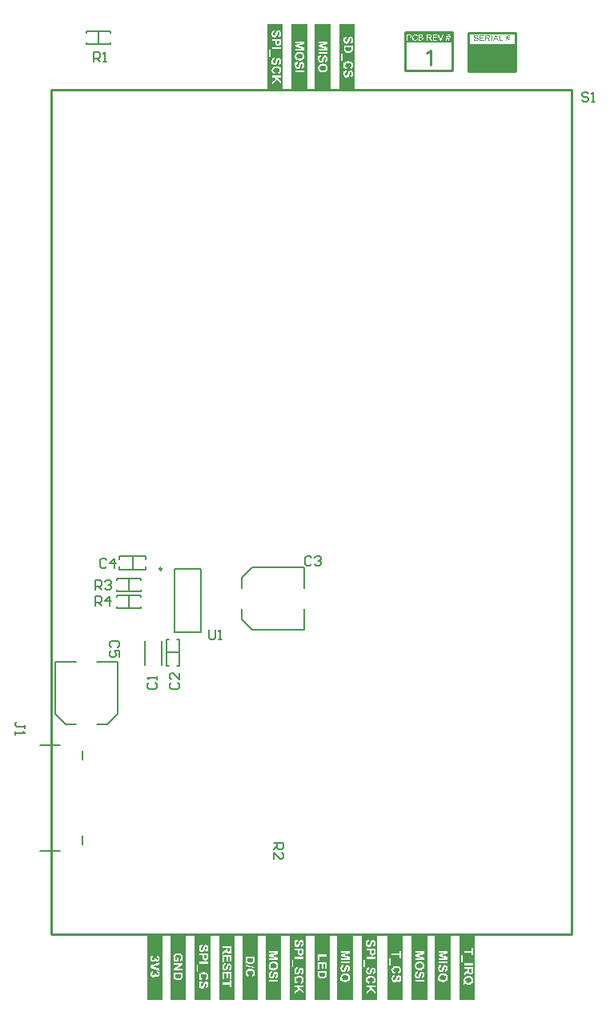
<source format=gto>
G04*
G04 #@! TF.GenerationSoftware,Altium Limited,Altium Designer,22.11.1 (43)*
G04*
G04 Layer_Color=65535*
%FSLAX25Y25*%
%MOIN*%
G70*
G04*
G04 #@! TF.SameCoordinates,8BDD2EE9-0402-4EC3-B23A-748342CE0BFB*
G04*
G04*
G04 #@! TF.FilePolarity,Positive*
G04*
G01*
G75*
%ADD10C,0.00984*%
%ADD11C,0.01000*%
%ADD12C,0.00787*%
%ADD13C,0.00591*%
%ADD14C,0.00600*%
%ADD15R,0.19781X0.11614*%
G36*
X176355Y30054D02*
Y2554D01*
X169855D01*
Y30054D01*
X176355D01*
D02*
G37*
G36*
X125665Y2554D02*
X119166D01*
Y30054D01*
X125665D01*
Y2554D01*
D02*
G37*
G36*
X196201Y2554D02*
X189701D01*
Y30054D01*
X196201D01*
Y2554D01*
D02*
G37*
G36*
X145370Y2554D02*
X138870D01*
Y30054D01*
X145370D01*
Y2554D01*
D02*
G37*
G36*
X116201Y408459D02*
Y380959D01*
X109701D01*
Y408459D01*
X116201D01*
D02*
G37*
G36*
X126363D02*
Y380959D01*
X119863D01*
Y408459D01*
X126363D01*
D02*
G37*
G36*
X96144Y30054D02*
Y2554D01*
X89644D01*
Y30054D01*
X96144D01*
D02*
G37*
G36*
X186784Y400614D02*
X167000D01*
Y405043D01*
X186784D01*
Y400614D01*
D02*
G37*
G36*
X115499Y2554D02*
X108999D01*
Y30054D01*
X115499D01*
Y2554D01*
D02*
G37*
G36*
X135761D02*
X129261D01*
Y30054D01*
X135761D01*
Y2554D01*
D02*
G37*
G36*
X186035D02*
X179535D01*
Y30054D01*
X186035D01*
Y2554D01*
D02*
G37*
G36*
X136039Y380959D02*
X129539D01*
Y408459D01*
X136039D01*
Y380959D01*
D02*
G37*
G36*
X105822Y30054D02*
Y2554D01*
X99322D01*
Y30054D01*
X105822D01*
D02*
G37*
G36*
X155536Y2554D02*
X149036D01*
Y30054D01*
X155536D01*
Y2554D01*
D02*
G37*
G36*
X146201Y380959D02*
X139701D01*
Y408459D01*
X146201D01*
Y380959D01*
D02*
G37*
G36*
X75812Y2554D02*
X69312D01*
Y30054D01*
X75812D01*
Y2554D01*
D02*
G37*
G36*
X85978D02*
X79478D01*
Y30054D01*
X85978D01*
Y2554D01*
D02*
G37*
G36*
X66156Y2554D02*
X59656D01*
Y30054D01*
X66156D01*
Y2554D01*
D02*
G37*
G36*
X166188Y2554D02*
X159688D01*
Y30054D01*
X166188D01*
Y2554D01*
D02*
G37*
G36*
X210544Y403139D02*
X210846D01*
Y402884D01*
X210493D01*
X210366Y402258D01*
X210846D01*
Y402003D01*
X210311D01*
X210166Y401272D01*
X209907D01*
X210056Y402003D01*
X209518D01*
X209368Y401272D01*
X209114D01*
X209259Y402003D01*
X208972D01*
Y402258D01*
X209314D01*
X209441Y402884D01*
X208972D01*
Y403139D01*
X209492D01*
X209645Y403878D01*
X209900D01*
X209751Y403139D01*
X210286D01*
X210439Y403878D01*
X210697D01*
X210544Y403139D01*
D02*
G37*
G36*
X196647Y403874D02*
X196672D01*
X196741Y403867D01*
X196818Y403856D01*
X196898Y403838D01*
X196985Y403816D01*
X197065Y403787D01*
X197069D01*
X197076Y403783D01*
X197087Y403776D01*
X197102Y403769D01*
X197138Y403751D01*
X197185Y403718D01*
X197240Y403681D01*
X197295Y403634D01*
X197345Y403579D01*
X197393Y403518D01*
Y403514D01*
X197397Y403510D01*
X197404Y403499D01*
X197411Y403488D01*
X197429Y403452D01*
X197451Y403405D01*
X197476Y403346D01*
X197495Y403277D01*
X197513Y403204D01*
X197520Y403124D01*
X197200Y403099D01*
Y403103D01*
Y403110D01*
X197196Y403121D01*
X197193Y403139D01*
X197182Y403179D01*
X197167Y403234D01*
X197145Y403292D01*
X197113Y403350D01*
X197073Y403405D01*
X197022Y403456D01*
X197014Y403459D01*
X196996Y403474D01*
X196960Y403496D01*
X196912Y403518D01*
X196851Y403539D01*
X196778Y403561D01*
X196687Y403576D01*
X196585Y403579D01*
X196534D01*
X196512Y403576D01*
X196483Y403572D01*
X196417Y403565D01*
X196344Y403550D01*
X196272Y403532D01*
X196203Y403503D01*
X196173Y403485D01*
X196144Y403467D01*
X196137Y403463D01*
X196123Y403448D01*
X196101Y403423D01*
X196079Y403394D01*
X196053Y403354D01*
X196031Y403310D01*
X196017Y403259D01*
X196010Y403201D01*
Y403194D01*
Y403179D01*
X196013Y403154D01*
X196021Y403124D01*
X196031Y403088D01*
X196050Y403052D01*
X196072Y403015D01*
X196104Y402979D01*
X196108Y402975D01*
X196126Y402964D01*
X196141Y402953D01*
X196155Y402946D01*
X196177Y402935D01*
X196203Y402921D01*
X196235Y402910D01*
X196272Y402895D01*
X196312Y402881D01*
X196359Y402862D01*
X196410Y402848D01*
X196468Y402830D01*
X196534Y402815D01*
X196607Y402797D01*
X196610D01*
X196625Y402793D01*
X196647Y402790D01*
X196672Y402782D01*
X196705Y402775D01*
X196745Y402764D01*
X196785Y402753D01*
X196829Y402742D01*
X196923Y402717D01*
X197014Y402691D01*
X197058Y402677D01*
X197098Y402662D01*
X197134Y402651D01*
X197163Y402637D01*
X197167D01*
X197174Y402633D01*
X197185Y402626D01*
X197200Y402619D01*
X197240Y402597D01*
X197287Y402567D01*
X197342Y402528D01*
X197397Y402484D01*
X197447Y402433D01*
X197491Y402378D01*
X197495Y402371D01*
X197509Y402353D01*
X197524Y402320D01*
X197546Y402276D01*
X197564Y402225D01*
X197582Y402164D01*
X197593Y402094D01*
X197597Y402022D01*
Y402018D01*
Y402014D01*
Y402003D01*
Y401989D01*
X197589Y401949D01*
X197582Y401898D01*
X197568Y401839D01*
X197549Y401778D01*
X197520Y401712D01*
X197480Y401643D01*
Y401639D01*
X197476Y401636D01*
X197458Y401614D01*
X197433Y401581D01*
X197397Y401545D01*
X197349Y401501D01*
X197291Y401454D01*
X197225Y401410D01*
X197149Y401370D01*
X197145D01*
X197138Y401366D01*
X197127Y401363D01*
X197113Y401355D01*
X197091Y401348D01*
X197065Y401337D01*
X197007Y401323D01*
X196938Y401304D01*
X196854Y401286D01*
X196763Y401275D01*
X196665Y401272D01*
X196607D01*
X196578Y401275D01*
X196545D01*
X196508Y401279D01*
X196465Y401283D01*
X196374Y401297D01*
X196279Y401312D01*
X196184Y401337D01*
X196093Y401370D01*
X196090D01*
X196082Y401374D01*
X196072Y401381D01*
X196057Y401388D01*
X196013Y401410D01*
X195962Y401443D01*
X195904Y401486D01*
X195842Y401537D01*
X195784Y401599D01*
X195729Y401668D01*
Y401672D01*
X195722Y401679D01*
X195718Y401690D01*
X195707Y401705D01*
X195700Y401723D01*
X195689Y401745D01*
X195664Y401799D01*
X195638Y401869D01*
X195616Y401945D01*
X195602Y402032D01*
X195595Y402123D01*
X195908Y402153D01*
Y402149D01*
Y402145D01*
X195911Y402134D01*
Y402120D01*
X195919Y402087D01*
X195930Y402040D01*
X195944Y401992D01*
X195959Y401938D01*
X195984Y401887D01*
X196010Y401839D01*
X196013Y401836D01*
X196024Y401821D01*
X196042Y401796D01*
X196072Y401770D01*
X196108Y401738D01*
X196148Y401705D01*
X196203Y401672D01*
X196261Y401643D01*
X196264D01*
X196268Y401639D01*
X196279Y401636D01*
X196290Y401632D01*
X196326Y401621D01*
X196374Y401607D01*
X196432Y401592D01*
X196497Y401581D01*
X196570Y401574D01*
X196650Y401570D01*
X196683D01*
X196719Y401574D01*
X196763Y401577D01*
X196814Y401585D01*
X196872Y401592D01*
X196931Y401607D01*
X196985Y401625D01*
X196992Y401628D01*
X197011Y401636D01*
X197036Y401650D01*
X197069Y401665D01*
X197102Y401690D01*
X197138Y401716D01*
X197174Y401745D01*
X197204Y401781D01*
X197207Y401785D01*
X197214Y401799D01*
X197225Y401818D01*
X197240Y401847D01*
X197255Y401876D01*
X197265Y401912D01*
X197273Y401952D01*
X197276Y401996D01*
Y402000D01*
Y402018D01*
X197273Y402040D01*
X197269Y402069D01*
X197258Y402098D01*
X197247Y402134D01*
X197229Y402171D01*
X197204Y402204D01*
X197200Y402207D01*
X197189Y402218D01*
X197174Y402233D01*
X197149Y402254D01*
X197120Y402276D01*
X197080Y402302D01*
X197032Y402327D01*
X196978Y402349D01*
X196974Y402353D01*
X196956Y402356D01*
X196927Y402367D01*
X196909Y402371D01*
X196883Y402378D01*
X196858Y402389D01*
X196825Y402396D01*
X196789Y402407D01*
X196745Y402418D01*
X196701Y402429D01*
X196650Y402444D01*
X196592Y402458D01*
X196530Y402473D01*
X196527D01*
X196516Y402477D01*
X196497Y402480D01*
X196476Y402487D01*
X196446Y402495D01*
X196414Y402502D01*
X196341Y402524D01*
X196261Y402549D01*
X196177Y402575D01*
X196104Y402600D01*
X196072Y402615D01*
X196042Y402629D01*
X196039D01*
X196035Y402633D01*
X196013Y402648D01*
X195981Y402666D01*
X195944Y402695D01*
X195900Y402728D01*
X195857Y402768D01*
X195813Y402815D01*
X195777Y402866D01*
X195773Y402873D01*
X195762Y402891D01*
X195748Y402921D01*
X195733Y402957D01*
X195718Y403004D01*
X195704Y403059D01*
X195693Y403117D01*
X195689Y403179D01*
Y403183D01*
Y403186D01*
Y403197D01*
Y403212D01*
X195697Y403248D01*
X195704Y403296D01*
X195715Y403350D01*
X195733Y403412D01*
X195758Y403474D01*
X195795Y403536D01*
Y403539D01*
X195799Y403543D01*
X195817Y403565D01*
X195842Y403594D01*
X195875Y403630D01*
X195919Y403670D01*
X195973Y403714D01*
X196039Y403754D01*
X196112Y403791D01*
X196115D01*
X196123Y403794D01*
X196133Y403798D01*
X196148Y403805D01*
X196166Y403812D01*
X196192Y403820D01*
X196246Y403834D01*
X196315Y403849D01*
X196396Y403863D01*
X196479Y403874D01*
X196574Y403878D01*
X196621D01*
X196647Y403874D01*
D02*
G37*
G36*
X206591Y401614D02*
X207832D01*
Y401315D01*
X206256D01*
Y403834D01*
X206591D01*
Y401614D01*
D02*
G37*
G36*
X206001Y401315D02*
X205623D01*
X205328Y402080D01*
X204272D01*
X203999Y401315D01*
X203646D01*
X204607Y403834D01*
X204971D01*
X206001Y401315D01*
D02*
G37*
G36*
X203333D02*
X202998D01*
Y403834D01*
X203333D01*
Y401315D01*
D02*
G37*
G36*
X201604Y403831D02*
X201637D01*
X201713Y403827D01*
X201794Y403816D01*
X201881Y403805D01*
X201961Y403787D01*
X202001Y403776D01*
X202034Y403765D01*
X202038D01*
X202041Y403761D01*
X202063Y403751D01*
X202096Y403736D01*
X202136Y403711D01*
X202179Y403678D01*
X202227Y403634D01*
X202270Y403583D01*
X202314Y403525D01*
Y403521D01*
X202318Y403518D01*
X202332Y403496D01*
X202347Y403459D01*
X202369Y403412D01*
X202387Y403357D01*
X202405Y403292D01*
X202416Y403223D01*
X202420Y403146D01*
Y403143D01*
Y403135D01*
Y403121D01*
X202416Y403103D01*
Y403077D01*
X202412Y403052D01*
X202398Y402990D01*
X202376Y402917D01*
X202347Y402841D01*
X202303Y402764D01*
X202274Y402728D01*
X202245Y402691D01*
X202241Y402688D01*
X202238Y402684D01*
X202227Y402673D01*
X202212Y402662D01*
X202194Y402648D01*
X202172Y402633D01*
X202143Y402615D01*
X202114Y402593D01*
X202078Y402575D01*
X202038Y402557D01*
X201994Y402535D01*
X201946Y402517D01*
X201892Y402502D01*
X201837Y402484D01*
X201775Y402473D01*
X201710Y402462D01*
X201717Y402458D01*
X201732Y402451D01*
X201753Y402436D01*
X201783Y402422D01*
X201848Y402382D01*
X201881Y402356D01*
X201910Y402335D01*
X201917Y402327D01*
X201936Y402309D01*
X201965Y402280D01*
X202001Y402244D01*
X202041Y402193D01*
X202088Y402138D01*
X202136Y402072D01*
X202187Y402000D01*
X202620Y401315D01*
X202205D01*
X201874Y401839D01*
Y401843D01*
X201866Y401850D01*
X201859Y401861D01*
X201848Y401876D01*
X201823Y401916D01*
X201790Y401967D01*
X201750Y402022D01*
X201710Y402080D01*
X201670Y402134D01*
X201633Y402185D01*
X201630Y402189D01*
X201619Y402204D01*
X201601Y402225D01*
X201575Y402251D01*
X201521Y402305D01*
X201491Y402331D01*
X201462Y402353D01*
X201459Y402356D01*
X201451Y402360D01*
X201437Y402367D01*
X201415Y402378D01*
X201393Y402389D01*
X201368Y402400D01*
X201309Y402418D01*
X201306D01*
X201299Y402422D01*
X201284D01*
X201266Y402426D01*
X201240Y402429D01*
X201211D01*
X201171Y402433D01*
X200742D01*
Y401315D01*
X200407D01*
Y403834D01*
X201575D01*
X201604Y403831D01*
D02*
G37*
G36*
X199883Y403536D02*
X198394D01*
Y402768D01*
X199788D01*
Y402469D01*
X198394D01*
Y401614D01*
X199941D01*
Y401315D01*
X198059D01*
Y403834D01*
X199883D01*
Y403536D01*
D02*
G37*
%LPC*%
G36*
X174994Y22692D02*
X171215D01*
Y19056D01*
X174994D01*
Y22692D01*
D02*
G37*
G36*
X175065Y18439D02*
X171144D01*
X173077D01*
X172914Y18433D01*
X172755Y18417D01*
X172608Y18395D01*
X172471Y18362D01*
X172346Y18324D01*
X172231Y18281D01*
X172122Y18237D01*
X172029Y18188D01*
X171942Y18144D01*
X171871Y18100D01*
X171805Y18057D01*
X171750Y18018D01*
X171712Y17986D01*
X171680Y17964D01*
X171663Y17947D01*
X171658Y17942D01*
X171565Y17844D01*
X171488Y17740D01*
X171417Y17636D01*
X171363Y17522D01*
X171314Y17412D01*
X171270Y17298D01*
X171237Y17194D01*
X171210Y17085D01*
X171188Y16986D01*
X171172Y16894D01*
X171161Y16812D01*
X171155Y16741D01*
X171150Y16686D01*
X171144Y16643D01*
Y16604D01*
X171150Y16451D01*
X171166Y16309D01*
X171194Y16173D01*
X171226Y16047D01*
X171265Y15927D01*
X171308Y15818D01*
X171352Y15720D01*
X171401Y15627D01*
X171450Y15551D01*
X171494Y15480D01*
X171538Y15419D01*
X171576Y15370D01*
X171609Y15327D01*
X171636Y15299D01*
X171652Y15283D01*
X171658Y15278D01*
X171762Y15190D01*
X171871Y15114D01*
X171985Y15043D01*
X172100Y14988D01*
X172220Y14939D01*
X172340Y14895D01*
X172460Y14863D01*
X172575Y14835D01*
X172679Y14819D01*
X172783Y14803D01*
X172870Y14792D01*
X172946Y14781D01*
X173012D01*
X173061Y14775D01*
X173099D01*
X173268Y14781D01*
X173427Y14797D01*
X173574Y14819D01*
X173716Y14852D01*
X173842Y14890D01*
X173962Y14933D01*
X174071Y14977D01*
X174164Y15026D01*
X174251Y15076D01*
X174328Y15119D01*
X174393Y15163D01*
X174448Y15201D01*
X174486Y15228D01*
X174519Y15256D01*
X174535Y15272D01*
X174541Y15278D01*
X174633Y15376D01*
X174715Y15480D01*
X174786Y15589D01*
X174846Y15698D01*
X174896Y15813D01*
X174939Y15922D01*
X174972Y16031D01*
X174999Y16135D01*
X175021Y16233D01*
X175038Y16326D01*
X175048Y16408D01*
X175059Y16479D01*
Y16533D01*
X175065Y16577D01*
Y14775D01*
D01*
Y18439D01*
D02*
G37*
G36*
Y14377D02*
X171144D01*
X175065D01*
D01*
D02*
G37*
G36*
X172444D02*
X172329Y14360D01*
X172220Y14338D01*
X172116Y14306D01*
X172023Y14278D01*
X171936Y14240D01*
X171854Y14202D01*
X171783Y14164D01*
X171718Y14125D01*
X171663Y14087D01*
X171614Y14049D01*
X171570Y14016D01*
X171532Y13984D01*
X171505Y13962D01*
X171488Y13940D01*
X171477Y13929D01*
X171472Y13923D01*
X171412Y13847D01*
X171363Y13765D01*
X171319Y13678D01*
X171281Y13585D01*
X171254Y13498D01*
X171226Y13405D01*
X171188Y13225D01*
X171172Y13143D01*
X171161Y13066D01*
X171155Y13001D01*
X171150Y12941D01*
X171144Y12891D01*
Y12821D01*
X171150Y12646D01*
X171166Y12487D01*
X171188Y12346D01*
X171199Y12285D01*
X171215Y12225D01*
X171226Y12176D01*
X171237Y12133D01*
X171248Y12094D01*
X171259Y12061D01*
X171270Y12034D01*
X171275Y12018D01*
X171281Y12007D01*
Y12002D01*
X171341Y11881D01*
X171407Y11783D01*
X171472Y11690D01*
X171543Y11619D01*
X171603Y11565D01*
X171658Y11521D01*
X171690Y11499D01*
X171696Y11488D01*
X171701D01*
X171811Y11428D01*
X171914Y11379D01*
X172018Y11346D01*
X172116Y11324D01*
X172193Y11314D01*
X172231Y11308D01*
X172258Y11303D01*
X172313D01*
X172444Y11308D01*
X172559Y11324D01*
X172662Y11352D01*
X172750Y11379D01*
X172821Y11406D01*
X172870Y11434D01*
X172903Y11450D01*
X172914Y11456D01*
X173001Y11515D01*
X173077Y11586D01*
X173143Y11658D01*
X173197Y11723D01*
X173241Y11783D01*
X173274Y11832D01*
X173296Y11865D01*
X173301Y11870D01*
Y11876D01*
X173328Y11930D01*
X173356Y11985D01*
X173405Y12116D01*
X173449Y12253D01*
X173492Y12384D01*
X173509Y12444D01*
X173525Y12504D01*
X173541Y12558D01*
X173552Y12602D01*
X173563Y12640D01*
X173569Y12668D01*
X173574Y12689D01*
Y12695D01*
X173601Y12793D01*
X173623Y12880D01*
X173645Y12962D01*
X173667Y13039D01*
X173689Y13099D01*
X173711Y13159D01*
X173732Y13208D01*
X173749Y13252D01*
X173765Y13290D01*
X173782Y13317D01*
X173793Y13345D01*
X173803Y13361D01*
X173820Y13388D01*
X173825Y13394D01*
X173864Y13432D01*
X173902Y13459D01*
X173940Y13476D01*
X173978Y13487D01*
X174005Y13498D01*
X174033Y13503D01*
X174049D01*
X174055D01*
X174109Y13498D01*
X174153Y13487D01*
X174197Y13465D01*
X174229Y13443D01*
X174257Y13421D01*
X174273Y13399D01*
X174284Y13388D01*
X174289Y13383D01*
X174339Y13306D01*
X174371Y13225D01*
X174399Y13137D01*
X174415Y13055D01*
X174426Y12984D01*
X174431Y12924D01*
Y12870D01*
X174426Y12755D01*
X174410Y12657D01*
X174388Y12575D01*
X174366Y12509D01*
X174344Y12455D01*
X174322Y12416D01*
X174306Y12395D01*
X174300Y12389D01*
X174246Y12335D01*
X174180Y12285D01*
X174115Y12247D01*
X174044Y12220D01*
X173984Y12198D01*
X173934Y12187D01*
X173896Y12176D01*
X173891D01*
X173885D01*
X173913Y11412D01*
X174011Y11417D01*
X174098Y11434D01*
X174186Y11456D01*
X174262Y11483D01*
X174339Y11510D01*
X174410Y11543D01*
X174470Y11576D01*
X174530Y11608D01*
X174579Y11647D01*
X174622Y11679D01*
X174661Y11712D01*
X174694Y11739D01*
X174715Y11761D01*
X174732Y11778D01*
X174743Y11789D01*
X174748Y11794D01*
X174803Y11865D01*
X174852Y11941D01*
X174896Y12023D01*
X174934Y12111D01*
X174961Y12198D01*
X174988Y12285D01*
X175027Y12460D01*
X175038Y12542D01*
X175048Y12613D01*
X175054Y12684D01*
X175059Y12744D01*
X175065Y12793D01*
Y12859D01*
X175059Y13017D01*
X175043Y13159D01*
X175021Y13285D01*
X174999Y13394D01*
X174983Y13443D01*
X174972Y13487D01*
X174961Y13519D01*
X174950Y13552D01*
X174939Y13574D01*
X174934Y13590D01*
X174928Y13601D01*
Y13607D01*
X174874Y13716D01*
X174814Y13809D01*
X174748Y13891D01*
X174688Y13956D01*
X174633Y14011D01*
X174590Y14043D01*
X174557Y14071D01*
X174551Y14076D01*
X174546D01*
X174453Y14131D01*
X174355Y14169D01*
X174262Y14196D01*
X174180Y14213D01*
X174109Y14224D01*
X174055Y14235D01*
X174033D01*
X174016D01*
X174011D01*
X174005D01*
X173924Y14229D01*
X173842Y14218D01*
X173771Y14202D01*
X173700Y14180D01*
X173569Y14125D01*
X173454Y14060D01*
X173405Y14033D01*
X173367Y14000D01*
X173328Y13972D01*
X173296Y13945D01*
X173274Y13923D01*
X173258Y13907D01*
X173247Y13896D01*
X173241Y13891D01*
X173203Y13841D01*
X173165Y13781D01*
X173126Y13721D01*
X173094Y13650D01*
X173028Y13514D01*
X172974Y13372D01*
X172952Y13301D01*
X172930Y13241D01*
X172914Y13181D01*
X172897Y13132D01*
X172886Y13093D01*
X172875Y13061D01*
X172870Y13039D01*
Y13033D01*
X172848Y12946D01*
X172826Y12870D01*
X172810Y12799D01*
X172793Y12733D01*
X172777Y12678D01*
X172766Y12629D01*
X172750Y12586D01*
X172739Y12548D01*
X172733Y12515D01*
X172722Y12487D01*
X172712Y12449D01*
X172701Y12427D01*
Y12422D01*
X172673Y12351D01*
X172646Y12296D01*
X172619Y12247D01*
X172591Y12209D01*
X172570Y12182D01*
X172553Y12165D01*
X172542Y12154D01*
X172537Y12149D01*
X172499Y12122D01*
X172460Y12100D01*
X172422Y12089D01*
X172389Y12078D01*
X172357Y12072D01*
X172329Y12067D01*
X172313D01*
X172308D01*
X172231Y12072D01*
X172166Y12094D01*
X172100Y12127D01*
X172045Y12160D01*
X172002Y12198D01*
X171969Y12225D01*
X171947Y12247D01*
X171942Y12258D01*
X171892Y12335D01*
X171854Y12422D01*
X171827Y12515D01*
X171811Y12602D01*
X171800Y12684D01*
X171789Y12750D01*
Y12810D01*
X171794Y12935D01*
X171816Y13044D01*
X171843Y13137D01*
X171876Y13219D01*
X171909Y13285D01*
X171936Y13328D01*
X171958Y13356D01*
X171964Y13366D01*
X172040Y13438D01*
X172122Y13492D01*
X172215Y13541D01*
X172308Y13574D01*
X172389Y13601D01*
X172455Y13623D01*
X172477Y13629D01*
X172499D01*
X172510Y13634D01*
X172515D01*
X172444Y14377D01*
D02*
G37*
G36*
X174994Y10680D02*
X171215D01*
Y9916D01*
X174994D01*
Y10680D01*
D02*
G37*
%LPD*%
G36*
X171215Y21245D02*
Y21988D01*
X174186D01*
X171215Y21245D01*
D02*
G37*
G36*
X174994Y20202D02*
X172411Y20874D01*
X174994Y21551D01*
Y20202D01*
D02*
G37*
G36*
X174186Y19766D02*
X171215Y19760D01*
Y20508D01*
X174186Y19766D01*
D02*
G37*
G36*
X175065Y16615D02*
X175059Y16779D01*
X175043Y16937D01*
X175016Y17074D01*
X174988Y17194D01*
X174972Y17243D01*
X174961Y17292D01*
X174950Y17330D01*
X174934Y17363D01*
X174928Y17391D01*
X174917Y17412D01*
X174912Y17423D01*
Y17429D01*
X174868Y17527D01*
X174814Y17620D01*
X174753Y17702D01*
X174699Y17773D01*
X174650Y17833D01*
X174606Y17882D01*
X174579Y17909D01*
X174573Y17915D01*
X174568Y17920D01*
X174480Y17997D01*
X174388Y18067D01*
X174306Y18128D01*
X174224Y18177D01*
X174153Y18215D01*
X174098Y18248D01*
X174076Y18253D01*
X174060Y18264D01*
X174055Y18270D01*
X174049D01*
X173896Y18324D01*
X173732Y18368D01*
X173569Y18395D01*
X173416Y18417D01*
X173345Y18422D01*
X173279Y18428D01*
X173225Y18433D01*
X173176D01*
X173132Y18439D01*
X175065D01*
Y16615D01*
D02*
G37*
G36*
X173225Y17647D02*
X173334Y17642D01*
X173438Y17625D01*
X173536Y17609D01*
X173623Y17587D01*
X173705Y17565D01*
X173776Y17538D01*
X173842Y17511D01*
X173902Y17483D01*
X173951Y17456D01*
X173989Y17434D01*
X174027Y17412D01*
X174055Y17396D01*
X174071Y17380D01*
X174082Y17374D01*
X174087Y17369D01*
X174147Y17314D01*
X174197Y17254D01*
X174240Y17188D01*
X174278Y17128D01*
X174311Y17063D01*
X174333Y16997D01*
X174377Y16877D01*
X174399Y16768D01*
X174404Y16724D01*
X174410Y16681D01*
X174415Y16648D01*
Y16604D01*
X174410Y16517D01*
X174399Y16435D01*
X174388Y16359D01*
X174366Y16288D01*
X174311Y16162D01*
X174284Y16102D01*
X174257Y16053D01*
X174224Y16004D01*
X174197Y15965D01*
X174169Y15933D01*
X174142Y15900D01*
X174120Y15878D01*
X174109Y15862D01*
X174098Y15856D01*
X174093Y15851D01*
X174027Y15802D01*
X173956Y15753D01*
X173885Y15714D01*
X173803Y15682D01*
X173640Y15632D01*
X173481Y15600D01*
X173410Y15583D01*
X173339Y15578D01*
X173279Y15572D01*
X173225Y15567D01*
X173176Y15561D01*
X173143D01*
X173121D01*
X173116D01*
X172995Y15567D01*
X172881Y15572D01*
X172777Y15589D01*
X172684Y15605D01*
X172591Y15627D01*
X172510Y15654D01*
X172439Y15682D01*
X172373Y15709D01*
X172313Y15736D01*
X172264Y15763D01*
X172220Y15785D01*
X172182Y15813D01*
X172155Y15829D01*
X172138Y15845D01*
X172127Y15851D01*
X172122Y15856D01*
X172062Y15911D01*
X172013Y15971D01*
X171969Y16036D01*
X171931Y16096D01*
X171903Y16162D01*
X171876Y16222D01*
X171838Y16342D01*
X171811Y16446D01*
X171805Y16490D01*
X171800Y16528D01*
X171794Y16561D01*
Y16604D01*
X171800Y16686D01*
X171811Y16768D01*
X171827Y16845D01*
X171849Y16916D01*
X171898Y17047D01*
X171964Y17150D01*
X171991Y17199D01*
X172023Y17238D01*
X172051Y17276D01*
X172078Y17303D01*
X172095Y17325D01*
X172111Y17341D01*
X172122Y17352D01*
X172127Y17358D01*
X172193Y17407D01*
X172264Y17456D01*
X172340Y17494D01*
X172422Y17527D01*
X172581Y17582D01*
X172739Y17614D01*
X172815Y17625D01*
X172881Y17636D01*
X172946Y17642D01*
X173001Y17647D01*
X173045Y17653D01*
X173077D01*
X173099D01*
X173105D01*
X173225Y17647D01*
D02*
G37*
%LPC*%
G36*
X122241Y27502D02*
X122126Y27486D01*
X122017Y27464D01*
X121913Y27431D01*
X121820Y27404D01*
X121733Y27366D01*
X121651Y27328D01*
X121580Y27290D01*
X121515Y27251D01*
X121460Y27213D01*
X121411Y27175D01*
X121367Y27142D01*
X121329Y27109D01*
X121302Y27088D01*
X121285Y27066D01*
X121274Y27055D01*
X121269Y27049D01*
X121209Y26973D01*
X121160Y26891D01*
X121116Y26803D01*
X121078Y26711D01*
X121051Y26623D01*
X121023Y26531D01*
X120985Y26350D01*
X120969Y26269D01*
X120958Y26192D01*
X120952Y26127D01*
X120947Y26066D01*
X120941Y26017D01*
Y25946D01*
X120947Y25772D01*
X120963Y25613D01*
X120985Y25471D01*
X120996Y25411D01*
X121012Y25351D01*
X121023Y25302D01*
X121034Y25258D01*
X121045Y25220D01*
X121056Y25187D01*
X121067Y25160D01*
X121072Y25144D01*
X121078Y25133D01*
Y25127D01*
X121138Y25007D01*
X121203Y24909D01*
X121269Y24816D01*
X121340Y24745D01*
X121400Y24690D01*
X121455Y24647D01*
X121487Y24625D01*
X121493Y24614D01*
X121498D01*
X121607Y24554D01*
X121711Y24505D01*
X121815Y24472D01*
X121913Y24450D01*
X121990Y24439D01*
X122028Y24434D01*
X122055Y24428D01*
X122110D01*
X122241Y24434D01*
X122355Y24450D01*
X122459Y24478D01*
X122547Y24505D01*
X122617Y24532D01*
X122667Y24559D01*
X122699Y24576D01*
X122710Y24581D01*
X122798Y24641D01*
X122874Y24712D01*
X122940Y24783D01*
X122994Y24849D01*
X123038Y24909D01*
X123071Y24958D01*
X123092Y24991D01*
X123098Y24996D01*
Y25002D01*
X123125Y25056D01*
X123153Y25111D01*
X123202Y25242D01*
X123245Y25379D01*
X123289Y25510D01*
X123305Y25570D01*
X123322Y25630D01*
X123338Y25684D01*
X123349Y25728D01*
X123360Y25766D01*
X123365Y25793D01*
X123371Y25815D01*
Y25821D01*
X123398Y25919D01*
X123420Y26006D01*
X123442Y26088D01*
X123464Y26165D01*
X123486Y26225D01*
X123507Y26285D01*
X123529Y26334D01*
X123546Y26378D01*
X123562Y26416D01*
X123579Y26443D01*
X123589Y26471D01*
X123600Y26487D01*
X123617Y26514D01*
X123622Y26520D01*
X123660Y26558D01*
X123699Y26585D01*
X123737Y26601D01*
X123775Y26612D01*
X123802Y26623D01*
X123830Y26629D01*
X123846D01*
X123852D01*
X123906Y26623D01*
X123950Y26612D01*
X123993Y26591D01*
X124026Y26569D01*
X124054Y26547D01*
X124070Y26525D01*
X124081Y26514D01*
X124086Y26509D01*
X124135Y26432D01*
X124168Y26350D01*
X124195Y26263D01*
X124212Y26181D01*
X124223Y26110D01*
X124228Y26050D01*
Y25995D01*
X124223Y25881D01*
X124206Y25782D01*
X124185Y25701D01*
X124163Y25635D01*
X124141Y25580D01*
X124119Y25542D01*
X124103Y25520D01*
X124097Y25515D01*
X124043Y25460D01*
X123977Y25411D01*
X123911Y25373D01*
X123840Y25346D01*
X123781Y25324D01*
X123731Y25313D01*
X123693Y25302D01*
X123688D01*
X123682D01*
X123709Y24538D01*
X123808Y24543D01*
X123895Y24559D01*
X123983Y24581D01*
X124059Y24609D01*
X124135Y24636D01*
X124206Y24669D01*
X124266Y24701D01*
X124327Y24734D01*
X124376Y24772D01*
X124419Y24805D01*
X124458Y24838D01*
X124490Y24865D01*
X124512Y24887D01*
X124529Y24904D01*
X124539Y24914D01*
X124545Y24920D01*
X124600Y24991D01*
X124649Y25067D01*
X124692Y25149D01*
X124731Y25236D01*
X124758Y25324D01*
X124785Y25411D01*
X124823Y25586D01*
X124834Y25668D01*
X124845Y25739D01*
X124851Y25810D01*
X124856Y25870D01*
X124862Y25919D01*
Y25984D01*
X124856Y26143D01*
X124840Y26285D01*
X124818Y26410D01*
X124796Y26520D01*
X124780Y26569D01*
X124769Y26612D01*
X124758Y26645D01*
X124747Y26678D01*
X124736Y26700D01*
X124731Y26716D01*
X124725Y26727D01*
Y26733D01*
X124671Y26842D01*
X124610Y26935D01*
X124545Y27016D01*
X124485Y27082D01*
X124430Y27137D01*
X124387Y27169D01*
X124354Y27197D01*
X124348Y27202D01*
X124343D01*
X124250Y27257D01*
X124152Y27295D01*
X124059Y27322D01*
X123977Y27339D01*
X123906Y27349D01*
X123852Y27360D01*
X123830D01*
X123813D01*
X123808D01*
X123802D01*
X123720Y27355D01*
X123638Y27344D01*
X123567Y27328D01*
X123497Y27306D01*
X123365Y27251D01*
X123251Y27186D01*
X123202Y27158D01*
X123163Y27126D01*
X123125Y27098D01*
X123092Y27071D01*
X123071Y27049D01*
X123054Y27033D01*
X123043Y27022D01*
X123038Y27016D01*
X123000Y26967D01*
X122961Y26907D01*
X122923Y26847D01*
X122890Y26776D01*
X122825Y26640D01*
X122770Y26498D01*
X122748Y26427D01*
X122727Y26367D01*
X122710Y26307D01*
X122694Y26258D01*
X122683Y26219D01*
X122672Y26187D01*
X122667Y26165D01*
Y26159D01*
X122645Y26072D01*
X122623Y25995D01*
X122607Y25925D01*
X122590Y25859D01*
X122574Y25804D01*
X122563Y25755D01*
X122547Y25712D01*
X122536Y25673D01*
X122530Y25641D01*
X122519Y25613D01*
X122508Y25575D01*
X122497Y25553D01*
Y25548D01*
X122470Y25477D01*
X122443Y25422D01*
X122415Y25373D01*
X122388Y25335D01*
X122366Y25308D01*
X122350Y25291D01*
X122339Y25280D01*
X122334Y25275D01*
X122295Y25247D01*
X122257Y25226D01*
X122219Y25215D01*
X122186Y25204D01*
X122153Y25198D01*
X122126Y25193D01*
X122110D01*
X122104D01*
X122028Y25198D01*
X121962Y25220D01*
X121897Y25253D01*
X121842Y25286D01*
X121799Y25324D01*
X121766Y25351D01*
X121744Y25373D01*
X121738Y25384D01*
X121689Y25460D01*
X121651Y25548D01*
X121624Y25641D01*
X121607Y25728D01*
X121597Y25810D01*
X121586Y25875D01*
Y25935D01*
X121591Y26061D01*
X121613Y26170D01*
X121640Y26263D01*
X121673Y26345D01*
X121706Y26410D01*
X121733Y26454D01*
X121755Y26481D01*
X121760Y26492D01*
X121837Y26563D01*
X121919Y26618D01*
X122011Y26667D01*
X122104Y26700D01*
X122186Y26727D01*
X122252Y26749D01*
X122274Y26754D01*
X122295D01*
X122306Y26760D01*
X122312D01*
X122241Y27502D01*
D02*
G37*
G36*
X124791Y23779D02*
X121012D01*
Y23014D01*
X122437D01*
Y22337D01*
X122443Y22255D01*
Y22179D01*
X122448Y22108D01*
X122454Y22042D01*
X122459Y21982D01*
X122465Y21933D01*
Y21884D01*
X122470Y21846D01*
X122476Y21808D01*
X122481Y21780D01*
Y21758D01*
X122486Y21742D01*
Y21731D01*
X122508Y21655D01*
X122536Y21584D01*
X122563Y21518D01*
X122596Y21458D01*
X122623Y21409D01*
X122645Y21371D01*
X122661Y21349D01*
X122667Y21338D01*
X122721Y21267D01*
X122781Y21207D01*
X122847Y21147D01*
X122901Y21103D01*
X122956Y21065D01*
X123000Y21038D01*
X123027Y21021D01*
X123038Y21016D01*
X123131Y20972D01*
X123229Y20940D01*
X123333Y20918D01*
X123426Y20901D01*
X123502Y20890D01*
X123540D01*
X123567Y20885D01*
X123628D01*
X123786Y20896D01*
X123933Y20918D01*
X124054Y20956D01*
X124163Y20994D01*
X124206Y21016D01*
X124245Y21038D01*
X124277Y21054D01*
X124310Y21076D01*
X124332Y21087D01*
X124348Y21098D01*
X124354Y21109D01*
X124359D01*
X124458Y21196D01*
X124539Y21283D01*
X124605Y21376D01*
X124654Y21458D01*
X124687Y21535D01*
X124714Y21595D01*
X124720Y21617D01*
X124725Y21633D01*
X124731Y21644D01*
Y21649D01*
X124741Y21693D01*
X124752Y21748D01*
X124758Y21813D01*
X124763Y21879D01*
X124774Y22031D01*
X124785Y22184D01*
Y22326D01*
X124791Y22386D01*
Y21267D01*
Y23779D01*
D02*
G37*
G36*
Y20284D02*
X121012D01*
Y19520D01*
X124791D01*
Y20284D01*
D02*
G37*
G36*
X121012Y19225D02*
X119969D01*
Y16211D01*
X120439D01*
Y19225D01*
X121012D01*
D02*
G37*
G36*
X122241Y16053D02*
X122126Y16036D01*
X122017Y16015D01*
X121913Y15982D01*
X121820Y15955D01*
X121733Y15916D01*
X121651Y15878D01*
X121580Y15840D01*
X121515Y15802D01*
X121460Y15763D01*
X121411Y15725D01*
X121367Y15692D01*
X121329Y15660D01*
X121302Y15638D01*
X121285Y15616D01*
X121274Y15605D01*
X121269Y15600D01*
X121209Y15523D01*
X121160Y15441D01*
X121116Y15354D01*
X121078Y15261D01*
X121051Y15174D01*
X121023Y15081D01*
X120985Y14901D01*
X120969Y14819D01*
X120958Y14742D01*
X120952Y14677D01*
X120947Y14617D01*
X120941Y14568D01*
Y14497D01*
X120947Y14322D01*
X120963Y14164D01*
X120985Y14022D01*
X120996Y13962D01*
X121012Y13902D01*
X121023Y13852D01*
X121034Y13809D01*
X121045Y13770D01*
X121056Y13738D01*
X121067Y13711D01*
X121072Y13694D01*
X121078Y13683D01*
Y13678D01*
X121138Y13558D01*
X121203Y13459D01*
X121269Y13366D01*
X121340Y13295D01*
X121400Y13241D01*
X121455Y13197D01*
X121487Y13175D01*
X121493Y13164D01*
X121498D01*
X121607Y13104D01*
X121711Y13055D01*
X121815Y13023D01*
X121913Y13001D01*
X121990Y12990D01*
X122028Y12984D01*
X122055Y12979D01*
X122110D01*
X122241Y12984D01*
X122355Y13001D01*
X122459Y13028D01*
X122547Y13055D01*
X122617Y13083D01*
X122667Y13110D01*
X122699Y13126D01*
X122710Y13132D01*
X122798Y13192D01*
X122874Y13263D01*
X122940Y13334D01*
X122994Y13399D01*
X123038Y13459D01*
X123071Y13508D01*
X123092Y13541D01*
X123098Y13547D01*
Y13552D01*
X123125Y13607D01*
X123153Y13661D01*
X123202Y13792D01*
X123245Y13929D01*
X123289Y14060D01*
X123305Y14120D01*
X123322Y14180D01*
X123338Y14235D01*
X123349Y14278D01*
X123360Y14317D01*
X123365Y14344D01*
X123371Y14366D01*
Y14371D01*
X123398Y14469D01*
X123420Y14557D01*
X123442Y14639D01*
X123464Y14715D01*
X123486Y14775D01*
X123507Y14835D01*
X123529Y14884D01*
X123546Y14928D01*
X123562Y14966D01*
X123579Y14994D01*
X123589Y15021D01*
X123600Y15037D01*
X123617Y15065D01*
X123622Y15070D01*
X123660Y15108D01*
X123699Y15135D01*
X123737Y15152D01*
X123775Y15163D01*
X123802Y15174D01*
X123830Y15179D01*
X123846D01*
X123852D01*
X123906Y15174D01*
X123950Y15163D01*
X123993Y15141D01*
X124026Y15119D01*
X124054Y15097D01*
X124070Y15076D01*
X124081Y15065D01*
X124086Y15059D01*
X124135Y14983D01*
X124168Y14901D01*
X124195Y14813D01*
X124212Y14731D01*
X124223Y14660D01*
X124228Y14600D01*
Y14546D01*
X124223Y14431D01*
X124206Y14333D01*
X124185Y14251D01*
X124163Y14186D01*
X124141Y14131D01*
X124119Y14093D01*
X124103Y14071D01*
X124097Y14065D01*
X124043Y14011D01*
X123977Y13962D01*
X123911Y13923D01*
X123840Y13896D01*
X123781Y13874D01*
X123731Y13863D01*
X123693Y13852D01*
X123688D01*
X123682D01*
X123709Y13088D01*
X123808Y13093D01*
X123895Y13110D01*
X123983Y13132D01*
X124059Y13159D01*
X124135Y13186D01*
X124206Y13219D01*
X124266Y13252D01*
X124327Y13285D01*
X124376Y13323D01*
X124419Y13356D01*
X124458Y13388D01*
X124490Y13416D01*
X124512Y13438D01*
X124529Y13454D01*
X124539Y13465D01*
X124545Y13470D01*
X124600Y13541D01*
X124649Y13618D01*
X124692Y13700D01*
X124731Y13787D01*
X124758Y13874D01*
X124785Y13962D01*
X124823Y14136D01*
X124834Y14218D01*
X124845Y14289D01*
X124851Y14360D01*
X124856Y14420D01*
X124862Y14469D01*
Y14065D01*
Y14469D01*
Y14535D01*
X124856Y14693D01*
X124840Y14835D01*
X124818Y14961D01*
X124796Y15070D01*
X124780Y15119D01*
X124769Y15163D01*
X124758Y15196D01*
X124747Y15228D01*
X124736Y15250D01*
X124731Y15267D01*
X124725Y15278D01*
Y15283D01*
X124671Y15392D01*
X124610Y15485D01*
X124545Y15567D01*
X124485Y15632D01*
X124430Y15687D01*
X124387Y15720D01*
X124354Y15747D01*
X124348Y15753D01*
X124343D01*
X124250Y15807D01*
X124152Y15845D01*
X124059Y15873D01*
X123977Y15889D01*
X123906Y15900D01*
X123852Y15911D01*
X123830D01*
X123813D01*
X123808D01*
X123802D01*
X123720Y15905D01*
X123638Y15894D01*
X123567Y15878D01*
X123497Y15856D01*
X123365Y15802D01*
X123251Y15736D01*
X123202Y15709D01*
X123163Y15676D01*
X123125Y15649D01*
X123092Y15621D01*
X123071Y15600D01*
X123054Y15583D01*
X123043Y15572D01*
X123038Y15567D01*
X123000Y15518D01*
X122961Y15458D01*
X122923Y15398D01*
X122890Y15327D01*
X122825Y15190D01*
X122770Y15048D01*
X122748Y14977D01*
X122727Y14917D01*
X122710Y14857D01*
X122694Y14808D01*
X122683Y14770D01*
X122672Y14737D01*
X122667Y14715D01*
Y14710D01*
X122645Y14622D01*
X122623Y14546D01*
X122607Y14475D01*
X122590Y14409D01*
X122574Y14355D01*
X122563Y14306D01*
X122547Y14262D01*
X122536Y14224D01*
X122530Y14191D01*
X122519Y14164D01*
X122508Y14125D01*
X122497Y14104D01*
Y14098D01*
X122470Y14027D01*
X122443Y13972D01*
X122415Y13923D01*
X122388Y13885D01*
X122366Y13858D01*
X122350Y13841D01*
X122339Y13831D01*
X122334Y13825D01*
X122295Y13798D01*
X122257Y13776D01*
X122219Y13765D01*
X122186Y13754D01*
X122153Y13749D01*
X122126Y13743D01*
X122110D01*
X122104D01*
X122028Y13749D01*
X121962Y13770D01*
X121897Y13803D01*
X121842Y13836D01*
X121799Y13874D01*
X121766Y13902D01*
X121744Y13923D01*
X121738Y13934D01*
X121689Y14011D01*
X121651Y14098D01*
X121624Y14191D01*
X121607Y14278D01*
X121597Y14360D01*
X121586Y14426D01*
Y14486D01*
X121591Y14611D01*
X121613Y14721D01*
X121640Y14813D01*
X121673Y14895D01*
X121706Y14961D01*
X121733Y15004D01*
X121755Y15032D01*
X121760Y15043D01*
X121837Y15114D01*
X121919Y15168D01*
X122011Y15217D01*
X122104Y15250D01*
X122186Y15278D01*
X122252Y15299D01*
X122274Y15305D01*
X122295D01*
X122306Y15310D01*
X122312D01*
X122241Y16053D01*
D02*
G37*
G36*
X124862Y12466D02*
X122869D01*
X122705Y12460D01*
X122552Y12444D01*
X122405Y12422D01*
X122274Y12389D01*
X122148Y12356D01*
X122028Y12313D01*
X121924Y12269D01*
X121831Y12225D01*
X121744Y12182D01*
X121668Y12138D01*
X121607Y12094D01*
X121553Y12061D01*
X121515Y12029D01*
X121482Y12007D01*
X121465Y11991D01*
X121460Y11985D01*
X121367Y11892D01*
X121291Y11794D01*
X121220Y11690D01*
X121165Y11586D01*
X121116Y11483D01*
X121072Y11379D01*
X121040Y11281D01*
X121012Y11188D01*
X120990Y11095D01*
X120974Y11013D01*
X120963Y10937D01*
X120958Y10877D01*
X120952Y10822D01*
X120947Y10784D01*
Y12466D01*
X122753D01*
X120947D01*
Y9179D01*
Y10751D01*
X120952Y10637D01*
X120958Y10533D01*
X120974Y10429D01*
X120996Y10336D01*
X121018Y10249D01*
X121040Y10167D01*
X121067Y10091D01*
X121100Y10019D01*
X121127Y9959D01*
X121154Y9905D01*
X121176Y9856D01*
X121198Y9817D01*
X121220Y9785D01*
X121236Y9763D01*
X121242Y9752D01*
X121247Y9747D01*
X121307Y9675D01*
X121373Y9610D01*
X121520Y9490D01*
X121673Y9392D01*
X121820Y9315D01*
X121891Y9282D01*
X121957Y9255D01*
X122017Y9233D01*
X122066Y9211D01*
X122110Y9195D01*
X122143Y9184D01*
X122164Y9179D01*
X122170D01*
X122399Y9921D01*
X122252Y9965D01*
X122126Y10014D01*
X122022Y10063D01*
X121935Y10118D01*
X121870Y10161D01*
X121826Y10200D01*
X121799Y10227D01*
X121788Y10238D01*
X121722Y10325D01*
X121678Y10413D01*
X121646Y10500D01*
X121618Y10576D01*
X121607Y10647D01*
X121602Y10707D01*
X121597Y10729D01*
Y10757D01*
X121602Y10833D01*
X121607Y10904D01*
X121646Y11035D01*
X121689Y11150D01*
X121749Y11242D01*
X121804Y11319D01*
X121848Y11374D01*
X121870Y11395D01*
X121886Y11412D01*
X121891Y11417D01*
X121897Y11423D01*
X121957Y11466D01*
X122028Y11505D01*
X122104Y11543D01*
X122186Y11570D01*
X122355Y11614D01*
X122525Y11647D01*
X122607Y11658D01*
X122678Y11663D01*
X122748Y11674D01*
X122809D01*
X122852Y11679D01*
X122890D01*
X122918D01*
X122923D01*
X123049Y11674D01*
X123163Y11668D01*
X123267Y11658D01*
X123365Y11641D01*
X123453Y11619D01*
X123535Y11597D01*
X123606Y11576D01*
X123671Y11548D01*
X123726Y11526D01*
X123775Y11505D01*
X123813Y11483D01*
X123846Y11461D01*
X123873Y11445D01*
X123890Y11434D01*
X123901Y11423D01*
X123906D01*
X123961Y11374D01*
X124010Y11319D01*
X124048Y11264D01*
X124081Y11204D01*
X124135Y11090D01*
X124174Y10981D01*
X124195Y10888D01*
X124201Y10844D01*
X124206Y10811D01*
X124212Y10778D01*
Y10740D01*
X124206Y10631D01*
X124185Y10533D01*
X124157Y10445D01*
X124125Y10369D01*
X124092Y10309D01*
X124064Y10265D01*
X124043Y10238D01*
X124037Y10227D01*
X123972Y10156D01*
X123895Y10091D01*
X123819Y10041D01*
X123742Y10003D01*
X123677Y9976D01*
X123628Y9959D01*
X123606Y9949D01*
X123589D01*
X123584Y9943D01*
X123579D01*
X123759Y9190D01*
X123917Y9244D01*
X124054Y9304D01*
X124174Y9370D01*
X124272Y9430D01*
X124348Y9490D01*
X124381Y9512D01*
X124408Y9534D01*
X124425Y9550D01*
X124441Y9566D01*
X124452Y9572D01*
Y9577D01*
X124523Y9659D01*
X124589Y9752D01*
X124643Y9839D01*
X124687Y9932D01*
X124731Y10030D01*
X124763Y10123D01*
X124791Y10216D01*
X124812Y10303D01*
X124829Y10385D01*
X124840Y10462D01*
X124851Y10527D01*
X124856Y10587D01*
X124862Y10637D01*
Y10702D01*
X124856Y10844D01*
X124840Y10986D01*
X124812Y11112D01*
X124780Y11237D01*
X124741Y11346D01*
X124698Y11456D01*
X124649Y11548D01*
X124600Y11636D01*
X124550Y11718D01*
X124501Y11783D01*
X124458Y11843D01*
X124419Y11892D01*
X124387Y11930D01*
X124359Y11958D01*
X124343Y11974D01*
X124337Y11980D01*
X124234Y12067D01*
X124125Y12138D01*
X124010Y12203D01*
X123890Y12258D01*
X123764Y12307D01*
X123644Y12346D01*
X123524Y12378D01*
X123409Y12405D01*
X123294Y12427D01*
X123196Y12438D01*
X123103Y12449D01*
X123027Y12460D01*
X122961D01*
X122912Y12466D01*
X124862D01*
D02*
G37*
G36*
X124791Y8518D02*
X121012D01*
Y7754D01*
X122153D01*
X122787Y7137D01*
X121012Y6094D01*
Y5105D01*
X123316Y6607D01*
X124791Y5176D01*
Y6203D01*
X123109Y7754D01*
X124791D01*
Y8518D01*
D02*
G37*
G36*
Y5176D02*
Y5105D01*
Y5176D01*
D01*
D02*
G37*
%LPD*%
G36*
X124152Y22446D02*
X124146Y22392D01*
Y22343D01*
X124141Y22294D01*
Y22223D01*
X124135Y22168D01*
X124130Y22130D01*
X124125Y22108D01*
Y22103D01*
X124108Y22037D01*
X124086Y21977D01*
X124059Y21922D01*
X124026Y21879D01*
X123999Y21846D01*
X123977Y21819D01*
X123961Y21802D01*
X123955Y21797D01*
X123901Y21753D01*
X123846Y21726D01*
X123786Y21704D01*
X123731Y21688D01*
X123682Y21677D01*
X123644Y21671D01*
X123622D01*
X123611D01*
X123551Y21677D01*
X123497Y21682D01*
X123447Y21698D01*
X123404Y21715D01*
X123365Y21731D01*
X123338Y21742D01*
X123322Y21753D01*
X123316Y21758D01*
X123273Y21791D01*
X123234Y21835D01*
X123202Y21873D01*
X123174Y21911D01*
X123158Y21944D01*
X123142Y21971D01*
X123136Y21993D01*
X123131Y21999D01*
X123120Y22031D01*
X123114Y22070D01*
X123098Y22157D01*
X123087Y22255D01*
X123082Y22354D01*
Y22452D01*
X123076Y22490D01*
Y23014D01*
X124152D01*
Y22446D01*
D02*
G37*
%LPC*%
G36*
X195326Y23983D02*
X194687D01*
Y22864D01*
X191548D01*
Y22100D01*
X194687D01*
Y20986D01*
X191548D01*
X195326D01*
Y23983D01*
D02*
G37*
G36*
X191548Y20926D02*
X190505D01*
Y17912D01*
X190975D01*
Y20926D01*
X191548D01*
D02*
G37*
G36*
X195326Y17579D02*
X191548D01*
Y16815D01*
X195326D01*
Y17579D01*
D02*
G37*
G36*
Y16083D02*
X191548D01*
Y12687D01*
X192285Y13151D01*
X192361Y13200D01*
X192438Y13249D01*
X192503Y13293D01*
X192563Y13336D01*
X192618Y13375D01*
X192673Y13407D01*
X192755Y13473D01*
X192820Y13522D01*
X192864Y13555D01*
X192891Y13582D01*
X192896Y13588D01*
X192962Y13648D01*
X193022Y13719D01*
X193071Y13784D01*
X193120Y13850D01*
X193159Y13904D01*
X193186Y13948D01*
X193208Y13981D01*
X193213Y13986D01*
Y13992D01*
X193230Y13899D01*
X193251Y13817D01*
X193273Y13740D01*
X193301Y13664D01*
X193328Y13599D01*
X193355Y13539D01*
X193383Y13478D01*
X193415Y13429D01*
X193442Y13386D01*
X193470Y13347D01*
X193497Y13315D01*
X193519Y13293D01*
X193535Y13271D01*
X193552Y13254D01*
X193557Y13249D01*
X193563Y13244D01*
X193617Y13200D01*
X193672Y13162D01*
X193792Y13096D01*
X193907Y13052D01*
X194021Y13025D01*
X194120Y13003D01*
X194158Y12998D01*
X194196D01*
X194223Y12992D01*
X194251D01*
X194262D01*
X194267D01*
X194387Y12998D01*
X194502Y13020D01*
X194600Y13047D01*
X194687Y13074D01*
X194758Y13107D01*
X194813Y13134D01*
X194829Y13145D01*
X194846Y13156D01*
X194851Y13162D01*
X194857D01*
X194949Y13227D01*
X195026Y13298D01*
X195086Y13369D01*
X195141Y13440D01*
X195173Y13506D01*
X195201Y13555D01*
X195217Y13588D01*
X195222Y13593D01*
Y13599D01*
X195239Y13653D01*
X195255Y13713D01*
X195283Y13850D01*
X195299Y13997D01*
X195315Y14139D01*
Y14210D01*
X195321Y14270D01*
Y14330D01*
X195326Y14379D01*
Y16083D01*
D02*
G37*
G36*
X195397Y12430D02*
X191160D01*
D01*
X193437D01*
X193268Y12425D01*
X193110Y12408D01*
X192957Y12386D01*
X192815Y12354D01*
X192689Y12315D01*
X192569Y12272D01*
X192460Y12228D01*
X192361Y12184D01*
X192280Y12141D01*
X192203Y12092D01*
X192138Y12053D01*
X192083Y12015D01*
X192045Y11982D01*
X192012Y11960D01*
X191996Y11944D01*
X191990Y11939D01*
X191897Y11840D01*
X191821Y11737D01*
X191750Y11627D01*
X191695Y11518D01*
X191646Y11404D01*
X191603Y11289D01*
X191570Y11180D01*
X191542Y11071D01*
X191521Y10972D01*
X191504Y10874D01*
X191493Y10792D01*
X191488Y10716D01*
X191482Y10656D01*
X191477Y10612D01*
Y10574D01*
X191482Y10410D01*
X191504Y10257D01*
X191526Y10115D01*
X191559Y9995D01*
X191570Y9940D01*
X191586Y9897D01*
X191597Y9853D01*
X191613Y9820D01*
X191619Y9793D01*
X191630Y9771D01*
X191635Y9760D01*
Y9755D01*
X191581Y9673D01*
X191532Y9596D01*
X191488Y9531D01*
X191455Y9476D01*
X191422Y9427D01*
X191395Y9383D01*
X191373Y9351D01*
X191357Y9323D01*
X191340Y9302D01*
X191330Y9280D01*
X191313Y9258D01*
X191308Y9247D01*
X191248Y9127D01*
X191220Y9067D01*
X191199Y9018D01*
X191182Y8974D01*
X191171Y8936D01*
X191160Y8914D01*
Y8908D01*
X191706Y8625D01*
X191755Y8745D01*
X191805Y8859D01*
X191859Y8963D01*
X191908Y9056D01*
X191952Y9132D01*
X191990Y9187D01*
X192001Y9209D01*
X192012Y9225D01*
X192023Y9230D01*
Y9236D01*
X192121Y9160D01*
X192219Y9089D01*
X192318Y9034D01*
X192400Y8990D01*
X192471Y8952D01*
X192525Y8930D01*
X192547Y8919D01*
X192563Y8914D01*
X192569Y8908D01*
X192574D01*
X192716Y8859D01*
X192864Y8827D01*
X193011Y8799D01*
X193148Y8783D01*
X193208Y8777D01*
X193262Y8772D01*
X193312D01*
X193355Y8766D01*
X193388D01*
X193415D01*
X193432D01*
X193437D01*
X193606Y8772D01*
X193765Y8788D01*
X193918Y8810D01*
X194054Y8843D01*
X194185Y8881D01*
X194300Y8925D01*
X194409Y8968D01*
X194507Y9012D01*
X194595Y9061D01*
X194666Y9105D01*
X194731Y9149D01*
X194786Y9187D01*
X194824Y9220D01*
X194857Y9241D01*
X194873Y9258D01*
X194878Y9263D01*
X194971Y9362D01*
X195048Y9460D01*
X195119Y9569D01*
X195179Y9678D01*
X195228Y9787D01*
X195272Y9902D01*
X195304Y10011D01*
X195332Y10115D01*
X195353Y10213D01*
X195370Y10301D01*
X195381Y10388D01*
X195392Y10454D01*
Y10514D01*
X195397Y10557D01*
Y8625D01*
D01*
Y10595D01*
X195392Y10748D01*
X195375Y10896D01*
X195348Y11032D01*
X195315Y11163D01*
X195277Y11283D01*
X195233Y11393D01*
X195184Y11491D01*
X195141Y11584D01*
X195091Y11666D01*
X195042Y11737D01*
X194999Y11797D01*
X194960Y11846D01*
X194928Y11890D01*
X194900Y11917D01*
X194884Y11933D01*
X194878Y11939D01*
X194780Y12026D01*
X194671Y12103D01*
X194556Y12168D01*
X194436Y12223D01*
X194316Y12272D01*
X194196Y12310D01*
X194081Y12343D01*
X193967Y12370D01*
X193858Y12386D01*
X193759Y12403D01*
X193666Y12414D01*
X193590Y12425D01*
X193524D01*
X193481Y12430D01*
X195397D01*
D02*
G37*
%LPD*%
G36*
X194687Y14445D02*
X194682Y14396D01*
Y14276D01*
X194676Y14226D01*
Y14194D01*
X194671Y14177D01*
Y14172D01*
X194655Y14106D01*
X194633Y14046D01*
X194611Y13997D01*
X194584Y13959D01*
X194556Y13926D01*
X194540Y13899D01*
X194524Y13888D01*
X194518Y13882D01*
X194474Y13850D01*
X194420Y13822D01*
X194371Y13806D01*
X194322Y13790D01*
X194278Y13784D01*
X194245Y13779D01*
X194223D01*
X194212D01*
X194152Y13784D01*
X194098Y13790D01*
X194049Y13806D01*
X194005Y13817D01*
X193972Y13833D01*
X193950Y13850D01*
X193934Y13855D01*
X193929Y13861D01*
X193890Y13893D01*
X193858Y13926D01*
X193808Y13997D01*
X193792Y14024D01*
X193781Y14052D01*
X193770Y14068D01*
Y14074D01*
X193765Y14101D01*
X193754Y14144D01*
X193748Y14188D01*
X193743Y14237D01*
X193737Y14352D01*
X193732Y14467D01*
X193727Y14576D01*
Y15318D01*
X194687D01*
Y14445D01*
D02*
G37*
G36*
X193126Y15073D02*
X193120Y14996D01*
X193115Y14931D01*
X193104Y14876D01*
X193099Y14832D01*
X193088Y14805D01*
X193082Y14789D01*
Y14783D01*
X193060Y14740D01*
X193038Y14696D01*
X193011Y14658D01*
X192989Y14619D01*
X192962Y14592D01*
X192940Y14570D01*
X192929Y14559D01*
X192924Y14554D01*
X192896Y14532D01*
X192869Y14505D01*
X192787Y14445D01*
X192700Y14379D01*
X192602Y14308D01*
X192514Y14248D01*
X192471Y14221D01*
X192438Y14199D01*
X192411Y14177D01*
X192389Y14161D01*
X192372Y14155D01*
X192367Y14150D01*
X191548Y13604D01*
Y15318D01*
X193126D01*
Y15073D01*
D02*
G37*
G36*
X193557Y11638D02*
X193666Y11633D01*
X193770Y11616D01*
X193868Y11600D01*
X193956Y11578D01*
X194038Y11551D01*
X194109Y11524D01*
X194174Y11496D01*
X194234Y11475D01*
X194283Y11447D01*
X194322Y11420D01*
X194360Y11398D01*
X194387Y11382D01*
X194404Y11365D01*
X194414Y11360D01*
X194420Y11355D01*
X194480Y11300D01*
X194529Y11240D01*
X194573Y11180D01*
X194611Y11114D01*
X194644Y11049D01*
X194666Y10989D01*
X194709Y10869D01*
X194731Y10765D01*
X194737Y10716D01*
X194742Y10677D01*
X194747Y10645D01*
Y10601D01*
X194742Y10514D01*
X194731Y10432D01*
X194715Y10355D01*
X194698Y10284D01*
X194644Y10153D01*
X194616Y10099D01*
X194584Y10044D01*
X194551Y10000D01*
X194524Y9957D01*
X194496Y9924D01*
X194469Y9897D01*
X194453Y9869D01*
X194436Y9853D01*
X194425Y9848D01*
X194420Y9842D01*
X194354Y9793D01*
X194283Y9744D01*
X194207Y9706D01*
X194131Y9673D01*
X193967Y9624D01*
X193808Y9591D01*
X193732Y9574D01*
X193661Y9569D01*
X193601Y9564D01*
X193546Y9558D01*
X193503Y9553D01*
X193464D01*
X193442D01*
X193437D01*
X193322Y9558D01*
X193213Y9564D01*
X193115Y9574D01*
X193033Y9591D01*
X192962Y9607D01*
X192913Y9618D01*
X192880Y9624D01*
X192875Y9629D01*
X192869D01*
X192782Y9662D01*
X192700Y9695D01*
X192629Y9733D01*
X192569Y9771D01*
X192520Y9804D01*
X192482Y9831D01*
X192454Y9848D01*
X192449Y9853D01*
X192542Y9979D01*
X192623Y10110D01*
X192689Y10230D01*
X192744Y10339D01*
X192787Y10432D01*
X192804Y10470D01*
X192820Y10503D01*
X192831Y10530D01*
X192836Y10552D01*
X192842Y10563D01*
Y10568D01*
X192400Y10781D01*
X192367Y10694D01*
X192323Y10606D01*
X192285Y10530D01*
X192247Y10459D01*
X192214Y10399D01*
X192187Y10350D01*
X192165Y10323D01*
X192159Y10312D01*
X192132Y10421D01*
X192121Y10475D01*
X192116Y10525D01*
Y10563D01*
X192110Y10595D01*
Y10623D01*
X192116Y10705D01*
X192127Y10781D01*
X192143Y10852D01*
X192159Y10923D01*
X192214Y11049D01*
X192274Y11152D01*
X192307Y11202D01*
X192334Y11240D01*
X192361Y11273D01*
X192389Y11300D01*
X192405Y11327D01*
X192421Y11344D01*
X192432Y11349D01*
X192438Y11355D01*
X192503Y11404D01*
X192574Y11447D01*
X192656Y11491D01*
X192733Y11524D01*
X192902Y11573D01*
X193060Y11606D01*
X193137Y11622D01*
X193208Y11627D01*
X193273Y11633D01*
X193328Y11638D01*
X193372Y11644D01*
X193410D01*
X193432D01*
X193437D01*
X193557Y11638D01*
D02*
G37*
%LPC*%
G36*
X144009Y22758D02*
X140231D01*
Y20574D01*
X143201Y19831D01*
X140231Y19826D01*
Y19121D01*
X144009D01*
Y22758D01*
D02*
G37*
G36*
Y18373D02*
X140231D01*
Y17609D01*
X144009D01*
Y18373D01*
D02*
G37*
G36*
X144080Y17079D02*
X140160D01*
X144080D01*
D01*
D02*
G37*
G36*
X141459D02*
X141345Y17063D01*
X141235Y17041D01*
X141132Y17008D01*
X141039Y16981D01*
X140952Y16943D01*
X140870Y16905D01*
X140799Y16866D01*
X140733Y16828D01*
X140679Y16790D01*
X140629Y16752D01*
X140586Y16719D01*
X140548Y16686D01*
X140520Y16664D01*
X140504Y16643D01*
X140493Y16632D01*
X140488Y16626D01*
X140427Y16550D01*
X140378Y16468D01*
X140335Y16380D01*
X140296Y16288D01*
X140269Y16200D01*
X140242Y16107D01*
X140204Y15927D01*
X140187Y15845D01*
X140176Y15769D01*
X140171Y15703D01*
X140165Y15643D01*
X140160Y15594D01*
Y15523D01*
X140165Y15349D01*
X140182Y15190D01*
X140204Y15048D01*
X140215Y14988D01*
X140231Y14928D01*
X140242Y14879D01*
X140253Y14835D01*
X140264Y14797D01*
X140275Y14764D01*
X140286Y14737D01*
X140291Y14721D01*
X140296Y14710D01*
Y14704D01*
X140356Y14584D01*
X140422Y14486D01*
X140488Y14393D01*
X140559Y14322D01*
X140619Y14267D01*
X140673Y14224D01*
X140706Y14202D01*
X140711Y14191D01*
X140717D01*
X140826Y14131D01*
X140930Y14082D01*
X141033Y14049D01*
X141132Y14027D01*
X141208Y14016D01*
X141246Y14011D01*
X141274Y14005D01*
X141328D01*
X141459Y14011D01*
X141574Y14027D01*
X141678Y14054D01*
X141765Y14082D01*
X141836Y14109D01*
X141885Y14136D01*
X141918Y14153D01*
X141929Y14158D01*
X142016Y14218D01*
X142093Y14289D01*
X142158Y14360D01*
X142213Y14426D01*
X142256Y14486D01*
X142289Y14535D01*
X142311Y14568D01*
X142317Y14573D01*
Y14579D01*
X142344Y14633D01*
X142371Y14688D01*
X142420Y14819D01*
X142464Y14955D01*
X142508Y15086D01*
X142524Y15146D01*
X142540Y15206D01*
X142557Y15261D01*
X142568Y15305D01*
X142579Y15343D01*
X142584Y15370D01*
X142590Y15392D01*
Y15398D01*
X142617Y15496D01*
X142639Y15583D01*
X142661Y15665D01*
X142682Y15742D01*
X142704Y15802D01*
X142726Y15862D01*
X142748Y15911D01*
X142764Y15955D01*
X142781Y15993D01*
X142797Y16020D01*
X142808Y16047D01*
X142819Y16064D01*
X142835Y16091D01*
X142841Y16096D01*
X142879Y16135D01*
X142917Y16162D01*
X142955Y16178D01*
X142994Y16189D01*
X143021Y16200D01*
X143048Y16206D01*
X143065D01*
X143070D01*
X143125Y16200D01*
X143168Y16189D01*
X143212Y16168D01*
X143245Y16146D01*
X143272Y16124D01*
X143289Y16102D01*
X143299Y16091D01*
X143305Y16086D01*
X143354Y16009D01*
X143387Y15927D01*
X143414Y15840D01*
X143430Y15758D01*
X143441Y15687D01*
X143447Y15627D01*
Y15572D01*
X143441Y15458D01*
X143425Y15359D01*
X143403Y15278D01*
X143381Y15212D01*
X143359Y15157D01*
X143338Y15119D01*
X143321Y15097D01*
X143316Y15092D01*
X143261Y15037D01*
X143196Y14988D01*
X143130Y14950D01*
X143059Y14923D01*
X142999Y14901D01*
X142950Y14890D01*
X142912Y14879D01*
X142906D01*
X142901D01*
X142928Y14115D01*
X143026Y14120D01*
X143114Y14136D01*
X143201Y14158D01*
X143278Y14186D01*
X143354Y14213D01*
X143425Y14245D01*
X143485Y14278D01*
X143545Y14311D01*
X143594Y14349D01*
X143638Y14382D01*
X143676Y14415D01*
X143709Y14442D01*
X143731Y14464D01*
X143747Y14480D01*
X143758Y14491D01*
X143763Y14497D01*
X143818Y14568D01*
X143867Y14644D01*
X143911Y14726D01*
X143949Y14813D01*
X143976Y14901D01*
X144004Y14988D01*
X144042Y15163D01*
X144053Y15245D01*
X144064Y15316D01*
X144069Y15387D01*
X144075Y15447D01*
X144080Y15496D01*
Y15092D01*
Y15496D01*
Y15561D01*
X144075Y15720D01*
X144058Y15862D01*
X144036Y15987D01*
X144015Y16096D01*
X143998Y16146D01*
X143987Y16189D01*
X143976Y16222D01*
X143965Y16255D01*
X143955Y16277D01*
X143949Y16293D01*
X143944Y16304D01*
Y16309D01*
X143889Y16419D01*
X143829Y16511D01*
X143763Y16593D01*
X143703Y16659D01*
X143649Y16714D01*
X143605Y16746D01*
X143572Y16773D01*
X143567Y16779D01*
X143561D01*
X143469Y16834D01*
X143370Y16872D01*
X143278Y16899D01*
X143196Y16916D01*
X143125Y16926D01*
X143070Y16937D01*
X143048D01*
X143032D01*
X143026D01*
X143021D01*
X142939Y16932D01*
X142857Y16921D01*
X142786Y16905D01*
X142715Y16883D01*
X142584Y16828D01*
X142470Y16763D01*
X142420Y16735D01*
X142382Y16702D01*
X142344Y16675D01*
X142311Y16648D01*
X142289Y16626D01*
X142273Y16610D01*
X142262Y16599D01*
X142256Y16593D01*
X142218Y16544D01*
X142180Y16484D01*
X142142Y16424D01*
X142109Y16353D01*
X142044Y16217D01*
X141989Y16075D01*
X141967Y16004D01*
X141945Y15944D01*
X141929Y15883D01*
X141912Y15834D01*
X141902Y15796D01*
X141891Y15763D01*
X141885Y15742D01*
Y15736D01*
X141863Y15649D01*
X141842Y15572D01*
X141825Y15501D01*
X141809Y15436D01*
X141792Y15381D01*
X141781Y15332D01*
X141765Y15288D01*
X141754Y15250D01*
X141749Y15217D01*
X141738Y15190D01*
X141727Y15152D01*
X141716Y15130D01*
Y15125D01*
X141689Y15054D01*
X141661Y14999D01*
X141634Y14950D01*
X141607Y14912D01*
X141585Y14884D01*
X141569Y14868D01*
X141558Y14857D01*
X141552Y14852D01*
X141514Y14824D01*
X141476Y14803D01*
X141437Y14792D01*
X141405Y14781D01*
X141372Y14775D01*
X141345Y14770D01*
X141328D01*
X141323D01*
X141246Y14775D01*
X141181Y14797D01*
X141115Y14830D01*
X141061Y14863D01*
X141017Y14901D01*
X140984Y14928D01*
X140963Y14950D01*
X140957Y14961D01*
X140908Y15037D01*
X140870Y15125D01*
X140842Y15217D01*
X140826Y15305D01*
X140815Y15387D01*
X140804Y15452D01*
Y15512D01*
X140810Y15638D01*
X140831Y15747D01*
X140859Y15840D01*
X140892Y15922D01*
X140924Y15987D01*
X140952Y16031D01*
X140973Y16058D01*
X140979Y16069D01*
X141055Y16140D01*
X141137Y16195D01*
X141230Y16244D01*
X141323Y16277D01*
X141405Y16304D01*
X141470Y16326D01*
X141492Y16331D01*
X141514D01*
X141525Y16337D01*
X141530D01*
X141459Y17079D01*
D02*
G37*
G36*
X144080Y13514D02*
X140160D01*
X142093D01*
X141929Y13508D01*
X141771Y13492D01*
X141623Y13470D01*
X141487Y13438D01*
X141361Y13399D01*
X141246Y13356D01*
X141137Y13312D01*
X141044Y13263D01*
X140957Y13219D01*
X140886Y13175D01*
X140821Y13132D01*
X140766Y13093D01*
X140728Y13061D01*
X140695Y13039D01*
X140679Y13023D01*
X140673Y13017D01*
X140580Y12919D01*
X140504Y12815D01*
X140433Y12711D01*
X140378Y12597D01*
X140329Y12487D01*
X140286Y12373D01*
X140253Y12269D01*
X140225Y12160D01*
X140204Y12061D01*
X140187Y11969D01*
X140176Y11887D01*
X140171Y11816D01*
X140165Y11761D01*
X140160Y11718D01*
Y11756D01*
Y9850D01*
Y11679D01*
X140165Y11526D01*
X140182Y11384D01*
X140209Y11248D01*
X140242Y11122D01*
X140280Y11002D01*
X140324Y10893D01*
X140367Y10795D01*
X140417Y10702D01*
X140466Y10626D01*
X140509Y10555D01*
X140553Y10494D01*
X140591Y10445D01*
X140624Y10402D01*
X140651Y10374D01*
X140668Y10358D01*
X140673Y10353D01*
X140777Y10265D01*
X140886Y10189D01*
X141001Y10118D01*
X141115Y10063D01*
X141235Y10014D01*
X141356Y9970D01*
X141476Y9938D01*
X141590Y9910D01*
X141694Y9894D01*
X141798Y9877D01*
X141885Y9867D01*
X141962Y9856D01*
X142027D01*
X142076Y9850D01*
X142115D01*
X142284Y9856D01*
X142442Y9872D01*
X142590Y9894D01*
X142731Y9927D01*
X142857Y9965D01*
X142977Y10009D01*
X143086Y10052D01*
X143179Y10101D01*
X143267Y10150D01*
X143343Y10194D01*
X143409Y10238D01*
X143463Y10276D01*
X143501Y10303D01*
X143534Y10331D01*
X143551Y10347D01*
X143556Y10353D01*
X143649Y10451D01*
X143731Y10555D01*
X143802Y10664D01*
X143862Y10773D01*
X143911Y10888D01*
X143955Y10997D01*
X143987Y11106D01*
X144015Y11210D01*
X144036Y11308D01*
X144053Y11401D01*
X144064Y11483D01*
X144075Y11554D01*
Y11608D01*
X144080Y11652D01*
Y10402D01*
Y11690D01*
X144075Y11854D01*
X144058Y12012D01*
X144031Y12149D01*
X144004Y12269D01*
X143987Y12318D01*
X143976Y12367D01*
X143965Y12405D01*
X143949Y12438D01*
X143944Y12466D01*
X143933Y12487D01*
X143927Y12498D01*
Y12504D01*
X143884Y12602D01*
X143829Y12695D01*
X143769Y12777D01*
X143714Y12848D01*
X143665Y12908D01*
X143622Y12957D01*
X143594Y12984D01*
X143589Y12990D01*
X143583Y12995D01*
X143496Y13072D01*
X143403Y13143D01*
X143321Y13203D01*
X143239Y13252D01*
X143168Y13290D01*
X143114Y13323D01*
X143092Y13328D01*
X143076Y13339D01*
X143070Y13345D01*
X143065D01*
X142912Y13399D01*
X142748Y13443D01*
X142584Y13470D01*
X142431Y13492D01*
X142360Y13498D01*
X142295Y13503D01*
X142240Y13508D01*
X142191D01*
X142147Y13514D01*
X144080D01*
D01*
D02*
G37*
%LPD*%
G36*
X140231Y21311D02*
Y22053D01*
X143201D01*
X140231Y21311D01*
D02*
G37*
G36*
X144009Y20268D02*
X141427Y20940D01*
X144009Y21617D01*
Y20268D01*
D02*
G37*
G36*
X142240Y12722D02*
X142349Y12717D01*
X142453Y12700D01*
X142551Y12684D01*
X142639Y12662D01*
X142721Y12640D01*
X142792Y12613D01*
X142857Y12586D01*
X142917Y12558D01*
X142966Y12531D01*
X143005Y12509D01*
X143043Y12487D01*
X143070Y12471D01*
X143086Y12455D01*
X143097Y12449D01*
X143103Y12444D01*
X143163Y12389D01*
X143212Y12329D01*
X143256Y12264D01*
X143294Y12203D01*
X143327Y12138D01*
X143349Y12072D01*
X143392Y11952D01*
X143414Y11843D01*
X143420Y11800D01*
X143425Y11756D01*
X143430Y11723D01*
Y11679D01*
X143425Y11592D01*
X143414Y11510D01*
X143403Y11434D01*
X143381Y11363D01*
X143327Y11237D01*
X143299Y11177D01*
X143272Y11128D01*
X143239Y11079D01*
X143212Y11040D01*
X143185Y11008D01*
X143157Y10975D01*
X143136Y10953D01*
X143125Y10937D01*
X143114Y10931D01*
X143108Y10926D01*
X143043Y10877D01*
X142972Y10828D01*
X142901Y10789D01*
X142819Y10757D01*
X142655Y10707D01*
X142497Y10675D01*
X142426Y10658D01*
X142355Y10653D01*
X142295Y10647D01*
X142240Y10642D01*
X142191Y10637D01*
X142158D01*
X142136D01*
X142131D01*
X142011Y10642D01*
X141896Y10647D01*
X141792Y10664D01*
X141700Y10680D01*
X141607Y10702D01*
X141525Y10729D01*
X141454Y10757D01*
X141388Y10784D01*
X141328Y10811D01*
X141279Y10838D01*
X141235Y10860D01*
X141197Y10888D01*
X141170Y10904D01*
X141154Y10920D01*
X141143Y10926D01*
X141137Y10931D01*
X141077Y10986D01*
X141028Y11046D01*
X140984Y11112D01*
X140946Y11172D01*
X140919Y11237D01*
X140892Y11297D01*
X140853Y11417D01*
X140826Y11521D01*
X140821Y11565D01*
X140815Y11603D01*
X140810Y11636D01*
Y11679D01*
X140815Y11761D01*
X140826Y11843D01*
X140842Y11920D01*
X140864Y11991D01*
X140913Y12122D01*
X140979Y12225D01*
X141006Y12274D01*
X141039Y12313D01*
X141066Y12351D01*
X141094Y12378D01*
X141110Y12400D01*
X141126Y12416D01*
X141137Y12427D01*
X141143Y12433D01*
X141208Y12482D01*
X141279Y12531D01*
X141356Y12569D01*
X141437Y12602D01*
X141596Y12657D01*
X141754Y12689D01*
X141831Y12700D01*
X141896Y12711D01*
X141962Y12717D01*
X142016Y12722D01*
X142060Y12728D01*
X142093D01*
X142115D01*
X142120D01*
X142240Y12722D01*
D02*
G37*
%LPC*%
G36*
X112776Y405907D02*
D01*
X112662Y405891D01*
X112553Y405869D01*
X112449Y405836D01*
X112356Y405809D01*
X112269Y405770D01*
X112187Y405732D01*
X112116Y405694D01*
X112050Y405656D01*
X111996Y405618D01*
X111946Y405579D01*
X111903Y405547D01*
X111865Y405514D01*
X111837Y405492D01*
X111821Y405470D01*
X111810Y405459D01*
X111805Y405454D01*
X111744Y405377D01*
X111695Y405296D01*
X111652Y405208D01*
X111614Y405115D01*
X111586Y405028D01*
X111559Y404935D01*
X111521Y404755D01*
X111504Y404673D01*
X111493Y404597D01*
X111488Y404531D01*
X111482Y404471D01*
X111477Y404422D01*
Y404351D01*
X111482Y404176D01*
X111499Y404018D01*
X111521Y403876D01*
X111532Y403816D01*
X111548Y403756D01*
X111559Y403707D01*
X111570Y403663D01*
X111581Y403625D01*
X111592Y403592D01*
X111602Y403565D01*
X111608Y403548D01*
X111614Y403537D01*
Y403532D01*
X111673Y403412D01*
X111739Y403313D01*
X111805Y403221D01*
X111875Y403150D01*
X111936Y403095D01*
X111990Y403051D01*
X112023Y403030D01*
X112028Y403019D01*
X112034D01*
X112143Y402959D01*
X112247Y402910D01*
X112351Y402877D01*
X112449Y402855D01*
X112525Y402844D01*
X112564Y402839D01*
X112591Y402833D01*
X111477D01*
D01*
X115397D01*
X112645D01*
X112776Y402839D01*
X112891Y402855D01*
X112995Y402882D01*
X113082Y402910D01*
X113153Y402937D01*
X113202Y402964D01*
X113235Y402981D01*
X113246Y402986D01*
X113333Y403046D01*
X113410Y403117D01*
X113475Y403188D01*
X113530Y403254D01*
X113574Y403313D01*
X113606Y403363D01*
X113628Y403395D01*
X113634Y403401D01*
Y403406D01*
X113661Y403461D01*
X113688Y403515D01*
X113737Y403647D01*
X113781Y403783D01*
X113825Y403914D01*
X113841Y403974D01*
X113857Y404034D01*
X113874Y404089D01*
X113885Y404133D01*
X113896Y404171D01*
X113901Y404198D01*
X113907Y404220D01*
Y404225D01*
X113934Y404324D01*
X113956Y404411D01*
X113978Y404493D01*
X113999Y404569D01*
X114021Y404629D01*
X114043Y404689D01*
X114065Y404739D01*
X114081Y404782D01*
X114098Y404820D01*
X114114Y404848D01*
X114125Y404875D01*
X114136Y404891D01*
X114152Y404919D01*
X114158Y404924D01*
X114196Y404962D01*
X114234Y404990D01*
X114272Y405006D01*
X114311Y405017D01*
X114338Y405028D01*
X114365Y405033D01*
X114382D01*
X114387D01*
X114442Y405028D01*
X114485Y405017D01*
X114529Y404995D01*
X114562Y404973D01*
X114589Y404951D01*
X114605Y404930D01*
X114617Y404919D01*
X114622Y404913D01*
X114671Y404837D01*
X114704Y404755D01*
X114731Y404668D01*
X114748Y404586D01*
X114758Y404515D01*
X114764Y404455D01*
Y404400D01*
X114758Y404285D01*
X114742Y404187D01*
X114720Y404105D01*
X114698Y404040D01*
X114676Y403985D01*
X114655Y403947D01*
X114638Y403925D01*
X114633Y403920D01*
X114578Y403865D01*
X114513Y403816D01*
X114447Y403778D01*
X114376Y403750D01*
X114316Y403728D01*
X114267Y403718D01*
X114229Y403707D01*
X114223D01*
X114218D01*
X114245Y402942D01*
X114344Y402948D01*
X114431Y402964D01*
X114518Y402986D01*
X114595Y403013D01*
X114671Y403041D01*
X114742Y403073D01*
X114802Y403106D01*
X114862Y403139D01*
X114911Y403177D01*
X114955Y403210D01*
X114993Y403242D01*
X115026Y403270D01*
X115048Y403292D01*
X115064Y403308D01*
X115075Y403319D01*
X115081Y403324D01*
X115135Y403395D01*
X115184Y403472D01*
X115228Y403554D01*
X115266Y403641D01*
X115294Y403728D01*
X115321Y403816D01*
X115359Y403991D01*
X115370Y404073D01*
X115381Y404143D01*
X115386Y404214D01*
X115392Y404275D01*
X115397Y404324D01*
Y404389D01*
X115392Y404548D01*
X115375Y404689D01*
X115354Y404815D01*
X115332Y404924D01*
X115315Y404973D01*
X115304Y405017D01*
X115294Y405050D01*
X115283Y405083D01*
X115272Y405104D01*
X115266Y405121D01*
X115261Y405132D01*
Y405137D01*
X115206Y405246D01*
X115146Y405339D01*
X115081Y405421D01*
X115021Y405487D01*
X114966Y405541D01*
X114922Y405574D01*
X114890Y405601D01*
X114884Y405607D01*
X114878D01*
X114786Y405661D01*
X114687Y405699D01*
X114595Y405727D01*
X114513Y405743D01*
X114442Y405754D01*
X114387Y405765D01*
X114365D01*
X114349D01*
X114344D01*
X114338D01*
X114256Y405760D01*
X114174Y405749D01*
X114103Y405732D01*
X114032Y405711D01*
X113901Y405656D01*
X113786Y405590D01*
X113737Y405563D01*
X113699Y405530D01*
X113661Y405503D01*
X113628Y405476D01*
X113606Y405454D01*
X113590Y405438D01*
X113579Y405427D01*
X113574Y405421D01*
X113535Y405372D01*
X113497Y405312D01*
X113459Y405252D01*
X113426Y405181D01*
X113361Y405044D01*
X113306Y404902D01*
X113284Y404831D01*
X113262Y404771D01*
X113246Y404711D01*
X113230Y404662D01*
X113219Y404624D01*
X113208Y404591D01*
X113202Y404569D01*
Y404564D01*
X113180Y404476D01*
X113159Y404400D01*
X113142Y404329D01*
X113126Y404264D01*
X113110Y404209D01*
X113099Y404160D01*
X113082Y404116D01*
X113071Y404078D01*
X113066Y404045D01*
X113055Y404018D01*
X113044Y403980D01*
X113033Y403958D01*
Y403952D01*
X113006Y403881D01*
X112978Y403827D01*
X112951Y403778D01*
X112924Y403739D01*
X112902Y403712D01*
X112886Y403696D01*
X112875Y403685D01*
X112869Y403679D01*
X112831Y403652D01*
X112793Y403630D01*
X112755Y403619D01*
X112722Y403608D01*
X112689Y403603D01*
X112662Y403597D01*
X112645D01*
X112640D01*
X112564Y403603D01*
X112498Y403625D01*
X112433Y403657D01*
X112378Y403690D01*
X112334Y403728D01*
X112301Y403756D01*
X112280Y403778D01*
X112274Y403789D01*
X112225Y403865D01*
X112187Y403952D01*
X112160Y404045D01*
X112143Y404133D01*
X112132Y404214D01*
X112121Y404280D01*
Y404340D01*
X112127Y404466D01*
X112148Y404575D01*
X112176Y404668D01*
X112209Y404749D01*
X112241Y404815D01*
X112269Y404859D01*
X112291Y404886D01*
X112296Y404897D01*
X112372Y404968D01*
X112454Y405022D01*
X112547Y405072D01*
X112640Y405104D01*
X112722Y405132D01*
X112787Y405154D01*
X112809Y405159D01*
X112831D01*
X112842Y405164D01*
X112847D01*
X112776Y405907D01*
D02*
G37*
G36*
X115326Y402183D02*
X111548D01*
Y401419D01*
X112973D01*
Y400742D01*
X112978Y400660D01*
Y400584D01*
X112984Y400513D01*
X112989Y400447D01*
X112995Y400387D01*
X113000Y400338D01*
Y400289D01*
X113006Y400250D01*
X113011Y400212D01*
X113017Y400185D01*
Y400163D01*
X113022Y400147D01*
Y400136D01*
X113044Y400059D01*
X113071Y399988D01*
X113099Y399923D01*
X113131Y399863D01*
X113159Y399814D01*
X113180Y399775D01*
X113197Y399754D01*
X113202Y399743D01*
X113257Y399672D01*
X113317Y399612D01*
X113382Y399552D01*
X113437Y399508D01*
X113492Y399470D01*
X113535Y399442D01*
X113563Y399426D01*
X113574Y399420D01*
X113666Y399377D01*
X113765Y399344D01*
X113868Y399322D01*
X113961Y399306D01*
X114038Y399295D01*
X114076D01*
X114103Y399289D01*
X111548D01*
D01*
X115326D01*
Y402183D01*
D02*
G37*
G36*
Y398689D02*
X111548D01*
Y397924D01*
X115326D01*
Y398689D01*
D02*
G37*
G36*
X111548Y397630D02*
D01*
Y394616D01*
X110975D01*
Y397630D01*
X110505D01*
Y394616D01*
X111548D01*
Y397630D01*
D02*
G37*
G36*
X112776Y394457D02*
D01*
X112662Y394441D01*
X112553Y394419D01*
X112449Y394386D01*
X112356Y394359D01*
X112269Y394321D01*
X112187Y394283D01*
X112116Y394245D01*
X112050Y394206D01*
X111996Y394168D01*
X111946Y394130D01*
X111903Y394097D01*
X111865Y394064D01*
X111837Y394042D01*
X111821Y394021D01*
X111810Y394010D01*
X111805Y394004D01*
X111744Y393928D01*
X111695Y393846D01*
X111652Y393759D01*
X111614Y393666D01*
X111586Y393578D01*
X111559Y393485D01*
X111521Y393305D01*
X111504Y393223D01*
X111493Y393147D01*
X111488Y393081D01*
X111482Y393021D01*
X111477Y392972D01*
Y392901D01*
X111482Y392727D01*
X111499Y392568D01*
X111521Y392426D01*
X111532Y392366D01*
X111548Y392306D01*
X111559Y392257D01*
X111570Y392213D01*
X111581Y392175D01*
X111592Y392142D01*
X111602Y392115D01*
X111608Y392099D01*
X111614Y392088D01*
Y392082D01*
X111673Y391962D01*
X111739Y391864D01*
X111805Y391771D01*
X111875Y391700D01*
X111936Y391646D01*
X111990Y391602D01*
X112023Y391580D01*
X112028Y391569D01*
X112034D01*
X112143Y391509D01*
X112247Y391460D01*
X112351Y391427D01*
X112449Y391405D01*
X112525Y391394D01*
X112564Y391389D01*
X112591Y391383D01*
X111477D01*
Y392901D01*
Y391383D01*
D01*
X115397D01*
Y391667D01*
Y391383D01*
X112645D01*
X112776Y391389D01*
X112891Y391405D01*
X112995Y391433D01*
X113082Y391460D01*
X113153Y391487D01*
X113202Y391514D01*
X113235Y391531D01*
X113246Y391536D01*
X113333Y391596D01*
X113410Y391667D01*
X113475Y391738D01*
X113530Y391804D01*
X113574Y391864D01*
X113606Y391913D01*
X113628Y391946D01*
X113634Y391951D01*
Y391957D01*
X113661Y392011D01*
X113688Y392066D01*
X113737Y392197D01*
X113781Y392334D01*
X113825Y392464D01*
X113841Y392525D01*
X113857Y392585D01*
X113874Y392639D01*
X113885Y392683D01*
X113896Y392721D01*
X113901Y392748D01*
X113907Y392770D01*
Y392776D01*
X113934Y392874D01*
X113956Y392961D01*
X113978Y393043D01*
X113999Y393120D01*
X114021Y393180D01*
X114043Y393240D01*
X114065Y393289D01*
X114081Y393333D01*
X114098Y393371D01*
X114114Y393398D01*
X114125Y393425D01*
X114136Y393442D01*
X114152Y393469D01*
X114158Y393475D01*
X114196Y393513D01*
X114234Y393540D01*
X114272Y393556D01*
X114311Y393567D01*
X114338Y393578D01*
X114365Y393584D01*
X114382D01*
X114387D01*
X114442Y393578D01*
X114485Y393567D01*
X114529Y393546D01*
X114562Y393524D01*
X114589Y393502D01*
X114605Y393480D01*
X114617Y393469D01*
X114622Y393464D01*
X114671Y393387D01*
X114704Y393305D01*
X114731Y393218D01*
X114748Y393136D01*
X114758Y393065D01*
X114764Y393005D01*
Y392950D01*
X114758Y392836D01*
X114742Y392738D01*
X114720Y392656D01*
X114698Y392590D01*
X114676Y392535D01*
X114655Y392497D01*
X114638Y392475D01*
X114633Y392470D01*
X114578Y392415D01*
X114513Y392366D01*
X114447Y392328D01*
X114376Y392301D01*
X114316Y392279D01*
X114267Y392268D01*
X114229Y392257D01*
X114223D01*
X114218D01*
X114245Y391493D01*
X114344Y391498D01*
X114431Y391514D01*
X114518Y391536D01*
X114595Y391564D01*
X114671Y391591D01*
X114742Y391624D01*
X114802Y391656D01*
X114862Y391689D01*
X114911Y391727D01*
X114955Y391760D01*
X114993Y391793D01*
X115026Y391820D01*
X115048Y391842D01*
X115064Y391858D01*
X115075Y391869D01*
X115081Y391875D01*
X115135Y391946D01*
X115184Y392022D01*
X115228Y392104D01*
X115266Y392192D01*
X115294Y392279D01*
X115321Y392366D01*
X115359Y392541D01*
X115370Y392623D01*
X115381Y392694D01*
X115386Y392765D01*
X115392Y392825D01*
X115397Y392874D01*
Y391667D01*
Y392874D01*
Y392939D01*
X115392Y393098D01*
X115375Y393240D01*
X115354Y393365D01*
X115332Y393475D01*
X115315Y393524D01*
X115304Y393567D01*
X115294Y393600D01*
X115283Y393633D01*
X115272Y393655D01*
X115266Y393671D01*
X115261Y393682D01*
Y393688D01*
X115206Y393797D01*
X115146Y393890D01*
X115081Y393971D01*
X115021Y394037D01*
X114966Y394092D01*
X114922Y394124D01*
X114890Y394152D01*
X114884Y394157D01*
X114878D01*
X114786Y394212D01*
X114687Y394250D01*
X114595Y394277D01*
X114513Y394294D01*
X114442Y394304D01*
X114387Y394315D01*
X114365D01*
X114349D01*
X114344D01*
X114338D01*
X114256Y394310D01*
X114174Y394299D01*
X114103Y394283D01*
X114032Y394261D01*
X113901Y394206D01*
X113786Y394141D01*
X113737Y394113D01*
X113699Y394081D01*
X113661Y394053D01*
X113628Y394026D01*
X113606Y394004D01*
X113590Y393988D01*
X113579Y393977D01*
X113574Y393971D01*
X113535Y393922D01*
X113497Y393862D01*
X113459Y393802D01*
X113426Y393731D01*
X113361Y393595D01*
X113306Y393453D01*
X113284Y393382D01*
X113262Y393322D01*
X113246Y393262D01*
X113230Y393213D01*
X113219Y393174D01*
X113208Y393142D01*
X113202Y393120D01*
Y393114D01*
X113180Y393027D01*
X113159Y392950D01*
X113142Y392880D01*
X113126Y392814D01*
X113110Y392759D01*
X113099Y392710D01*
X113082Y392667D01*
X113071Y392628D01*
X113066Y392596D01*
X113055Y392568D01*
X113044Y392530D01*
X113033Y392508D01*
Y392503D01*
X113006Y392432D01*
X112978Y392377D01*
X112951Y392328D01*
X112924Y392290D01*
X112902Y392263D01*
X112886Y392246D01*
X112875Y392235D01*
X112869Y392230D01*
X112831Y392202D01*
X112793Y392181D01*
X112755Y392170D01*
X112722Y392159D01*
X112689Y392153D01*
X112662Y392148D01*
X112645D01*
X112640D01*
X112564Y392153D01*
X112498Y392175D01*
X112433Y392208D01*
X112378Y392241D01*
X112334Y392279D01*
X112301Y392306D01*
X112280Y392328D01*
X112274Y392339D01*
X112225Y392415D01*
X112187Y392503D01*
X112160Y392596D01*
X112143Y392683D01*
X112132Y392765D01*
X112121Y392830D01*
Y392890D01*
X112127Y393016D01*
X112148Y393125D01*
X112176Y393218D01*
X112209Y393300D01*
X112241Y393365D01*
X112269Y393409D01*
X112291Y393436D01*
X112296Y393447D01*
X112372Y393518D01*
X112454Y393573D01*
X112547Y393622D01*
X112640Y393655D01*
X112722Y393682D01*
X112787Y393704D01*
X112809Y393709D01*
X112831D01*
X112842Y393715D01*
X112847D01*
X112776Y394457D01*
D02*
G37*
G36*
X115397Y390870D02*
X113448D01*
D01*
X115397D01*
D02*
G37*
G36*
D02*
Y389107D01*
X115392Y389249D01*
X115375Y389390D01*
X115348Y389516D01*
X115315Y389642D01*
X115277Y389751D01*
X115233Y389860D01*
X115184Y389953D01*
X115135Y390040D01*
X115086Y390122D01*
X115037Y390188D01*
X114993Y390248D01*
X114955Y390297D01*
X114922Y390335D01*
X114895Y390362D01*
X114878Y390379D01*
X114873Y390384D01*
X114769Y390472D01*
X114660Y390543D01*
X114546Y390608D01*
X114425Y390663D01*
X114300Y390712D01*
X114180Y390750D01*
X114059Y390783D01*
X113945Y390810D01*
X113830Y390832D01*
X113732Y390843D01*
X113639Y390854D01*
X113563Y390865D01*
X113497D01*
X113448Y390870D01*
X113404D01*
X113241Y390865D01*
X113088Y390848D01*
X112940Y390827D01*
X112809Y390794D01*
X112684Y390761D01*
X112564Y390717D01*
X112460Y390674D01*
X112367Y390630D01*
X112280Y390586D01*
X112203Y390543D01*
X112143Y390499D01*
X112089Y390466D01*
X112050Y390433D01*
X112018Y390411D01*
X112001Y390395D01*
X111996Y390390D01*
X111903Y390297D01*
X111826Y390199D01*
X111755Y390095D01*
X111701Y389991D01*
X111652Y389887D01*
X111608Y389784D01*
X111575Y389685D01*
X111548Y389593D01*
X111526Y389500D01*
X111510Y389418D01*
X111499Y389341D01*
X111493Y389281D01*
X111488Y389227D01*
X111482Y389189D01*
Y389156D01*
X111488Y389041D01*
X111493Y388937D01*
X111510Y388834D01*
X111532Y388741D01*
X111553Y388653D01*
X111575Y388572D01*
X111602Y388495D01*
X111635Y388424D01*
X111663Y388364D01*
X111690Y388309D01*
X111712Y388260D01*
X111734Y388222D01*
X111755Y388189D01*
X111772Y388168D01*
X111777Y388157D01*
X111783Y388151D01*
X111843Y388080D01*
X111908Y388015D01*
X112056Y387895D01*
X112209Y387796D01*
X112356Y387720D01*
X112427Y387687D01*
X112493Y387660D01*
X112553Y387638D01*
X112602Y387616D01*
X112645Y387600D01*
X112678Y387589D01*
X112700Y387583D01*
X111482D01*
X115397D01*
Y390870D01*
D02*
G37*
G36*
X115326Y386923D02*
X111548D01*
Y386158D01*
X112689D01*
X113322Y385541D01*
X111548Y384498D01*
Y383510D01*
X115326D01*
Y384608D01*
X113645Y386158D01*
X115326D01*
Y386923D01*
D02*
G37*
%LPD*%
G36*
X114687Y400851D02*
X114682Y400797D01*
Y400747D01*
X114676Y400698D01*
Y400627D01*
X114671Y400573D01*
X114666Y400534D01*
X114660Y400513D01*
Y400507D01*
X114644Y400442D01*
X114622Y400382D01*
X114595Y400327D01*
X114562Y400283D01*
X114535Y400250D01*
X114513Y400223D01*
X114496Y400207D01*
X114491Y400201D01*
X114436Y400158D01*
X114382Y400130D01*
X114322Y400108D01*
X114267Y400092D01*
X114218Y400081D01*
X114180Y400076D01*
X114158D01*
X114147D01*
X114087Y400081D01*
X114032Y400087D01*
X113983Y400103D01*
X113939Y400119D01*
X113901Y400136D01*
X113874Y400147D01*
X113857Y400158D01*
X113852Y400163D01*
X113808Y400196D01*
X113770Y400240D01*
X113737Y400278D01*
X113710Y400316D01*
X113694Y400349D01*
X113677Y400376D01*
X113672Y400398D01*
X113666Y400403D01*
X113655Y400436D01*
X113650Y400474D01*
X113634Y400562D01*
X113623Y400660D01*
X113617Y400758D01*
Y400856D01*
X113612Y400895D01*
Y401419D01*
X114687D01*
Y400851D01*
D02*
G37*
G36*
X115326Y399289D02*
X114163D01*
X114322Y399300D01*
X114469Y399322D01*
X114589Y399360D01*
X114698Y399399D01*
X114742Y399420D01*
X114780Y399442D01*
X114813Y399459D01*
X114846Y399481D01*
X114868Y399492D01*
X114884Y399502D01*
X114890Y399513D01*
X114895D01*
X114993Y399601D01*
X115075Y399688D01*
X115141Y399781D01*
X115190Y399863D01*
X115223Y399939D01*
X115250Y399999D01*
X115255Y400021D01*
X115261Y400037D01*
X115266Y400048D01*
Y400054D01*
X115277Y400098D01*
X115288Y400152D01*
X115294Y400218D01*
X115299Y400283D01*
X115310Y400436D01*
X115321Y400589D01*
Y400731D01*
X115326Y400791D01*
Y399289D01*
D02*
G37*
G36*
X113584Y390078D02*
X113699Y390073D01*
X113803Y390062D01*
X113901Y390046D01*
X113989Y390024D01*
X114070Y390002D01*
X114141Y389980D01*
X114207Y389953D01*
X114262Y389931D01*
X114311Y389909D01*
X114349Y389887D01*
X114382Y389865D01*
X114409Y389849D01*
X114425Y389838D01*
X114436Y389827D01*
X114442D01*
X114496Y389778D01*
X114546Y389724D01*
X114584Y389669D01*
X114617Y389609D01*
X114671Y389494D01*
X114709Y389385D01*
X114731Y389292D01*
X114737Y389249D01*
X114742Y389216D01*
X114748Y389183D01*
Y389145D01*
X114742Y389036D01*
X114720Y388937D01*
X114693Y388850D01*
X114660Y388773D01*
X114627Y388714D01*
X114600Y388670D01*
X114578Y388643D01*
X114573Y388632D01*
X114507Y388561D01*
X114431Y388495D01*
X114354Y388446D01*
X114278Y388408D01*
X114212Y388380D01*
X114163Y388364D01*
X114141Y388353D01*
X114125D01*
X114120Y388348D01*
X114114D01*
X114294Y387594D01*
X114453Y387649D01*
X114589Y387709D01*
X114709Y387774D01*
X114808Y387834D01*
X114884Y387895D01*
X114917Y387916D01*
X114944Y387938D01*
X114960Y387954D01*
X114977Y387971D01*
X114988Y387976D01*
Y387982D01*
X115059Y388064D01*
X115124Y388157D01*
X115179Y388244D01*
X115223Y388337D01*
X115266Y388435D01*
X115299Y388528D01*
X115326Y388621D01*
X115348Y388708D01*
X115365Y388790D01*
X115375Y388866D01*
X115386Y388932D01*
X115392Y388992D01*
X115397Y389041D01*
Y387583D01*
X112706D01*
X112935Y388326D01*
X112787Y388369D01*
X112662Y388419D01*
X112558Y388468D01*
X112471Y388522D01*
X112405Y388566D01*
X112362Y388604D01*
X112334Y388632D01*
X112323Y388643D01*
X112258Y388730D01*
X112214Y388817D01*
X112181Y388905D01*
X112154Y388981D01*
X112143Y389052D01*
X112138Y389112D01*
X112132Y389134D01*
Y389161D01*
X112138Y389238D01*
X112143Y389309D01*
X112181Y389440D01*
X112225Y389554D01*
X112285Y389647D01*
X112340Y389724D01*
X112383Y389778D01*
X112405Y389800D01*
X112422Y389816D01*
X112427Y389822D01*
X112433Y389827D01*
X112493Y389871D01*
X112564Y389909D01*
X112640Y389947D01*
X112722Y389975D01*
X112891Y390018D01*
X113060Y390051D01*
X113142Y390062D01*
X113213Y390068D01*
X113284Y390078D01*
X113344D01*
X113388Y390084D01*
X113426D01*
X113453D01*
X113459D01*
X113584Y390078D01*
D02*
G37*
G36*
X115326Y383581D02*
Y383510D01*
X111548D01*
X113852Y385012D01*
X115326Y383581D01*
D02*
G37*
%LPC*%
G36*
X125002Y401097D02*
X121224D01*
Y397460D01*
X125002D01*
Y398607D01*
X122420Y399279D01*
X125002Y399956D01*
Y401097D01*
D02*
G37*
G36*
X123140Y396843D02*
X123086D01*
X122922Y396838D01*
X122764Y396822D01*
X122616Y396800D01*
X122480Y396767D01*
X122354Y396729D01*
X122239Y396685D01*
X122130Y396641D01*
X122037Y396592D01*
X121950Y396549D01*
X121879Y396505D01*
X121814Y396461D01*
X121759Y396423D01*
X121721Y396390D01*
X121688Y396368D01*
X121672Y396352D01*
X121666Y396347D01*
X121573Y396248D01*
X121497Y396145D01*
X121426Y396041D01*
X121371Y395926D01*
X121322Y395817D01*
X121279Y395702D01*
X121246Y395599D01*
X121219Y395489D01*
X121197Y395391D01*
X121180Y395298D01*
X121169Y395216D01*
X121164Y395145D01*
X121159Y395091D01*
X121153Y395047D01*
Y395085D01*
Y393180D01*
X125073D01*
Y395020D01*
X125068Y395184D01*
X125051Y395342D01*
X125024Y395478D01*
X124997Y395599D01*
X124980Y395648D01*
X124969Y395697D01*
X124959Y395735D01*
X124942Y395768D01*
X124937Y395795D01*
X124926Y395817D01*
X124920Y395828D01*
Y395833D01*
X124877Y395932D01*
X124822Y396024D01*
X124762Y396106D01*
X124707Y396177D01*
X124658Y396237D01*
X124615Y396287D01*
X124587Y396314D01*
X124582Y396319D01*
X124576Y396325D01*
X124489Y396401D01*
X124396Y396472D01*
X124314Y396532D01*
X124232Y396581D01*
X124162Y396620D01*
X124107Y396652D01*
X124085Y396658D01*
X124069Y396669D01*
X124063Y396674D01*
X124058D01*
X123905Y396729D01*
X123741Y396772D01*
X123577Y396800D01*
X123424Y396822D01*
X123353Y396827D01*
X123288Y396832D01*
X123233Y396838D01*
X123184D01*
X123140Y396843D01*
D02*
G37*
G36*
X122452Y392781D02*
D01*
X122338Y392765D01*
X122229Y392743D01*
X122125Y392710D01*
X122032Y392683D01*
X121945Y392645D01*
X121863Y392606D01*
X121792Y392568D01*
X121726Y392530D01*
X121672Y392492D01*
X121623Y392454D01*
X121579Y392421D01*
X121541Y392388D01*
X121513Y392366D01*
X121497Y392344D01*
X121486Y392334D01*
X121481Y392328D01*
X121421Y392252D01*
X121371Y392170D01*
X121328Y392082D01*
X121290Y391989D01*
X121262Y391902D01*
X121235Y391809D01*
X121197Y391629D01*
X121180Y391547D01*
X121169Y391471D01*
X121164Y391405D01*
X121159Y391345D01*
X121153Y391296D01*
Y392781D01*
D01*
Y389707D01*
X125073D01*
X122321D01*
X122452Y389713D01*
X122567Y389729D01*
X122671Y389756D01*
X122758Y389784D01*
X122829Y389811D01*
X122878Y389838D01*
X122911Y389855D01*
X122922Y389860D01*
X123009Y389920D01*
X123086Y389991D01*
X123151Y390062D01*
X123206Y390128D01*
X123250Y390188D01*
X123282Y390237D01*
X123304Y390270D01*
X123310Y390275D01*
Y390281D01*
X123337Y390335D01*
X123364Y390390D01*
X123413Y390521D01*
X123457Y390657D01*
X123501Y390788D01*
X123517Y390848D01*
X123534Y390908D01*
X123550Y390963D01*
X123561Y391007D01*
X123572Y391045D01*
X123577Y391072D01*
X123583Y391094D01*
Y391100D01*
X123610Y391198D01*
X123632Y391285D01*
X123654Y391367D01*
X123676Y391443D01*
X123697Y391504D01*
X123719Y391564D01*
X123741Y391613D01*
X123757Y391656D01*
X123774Y391695D01*
X123790Y391722D01*
X123801Y391749D01*
X123812Y391766D01*
X123828Y391793D01*
X123834Y391798D01*
X123872Y391837D01*
X123910Y391864D01*
X123949Y391880D01*
X123987Y391891D01*
X124014Y391902D01*
X124041Y391908D01*
X124058D01*
X124063D01*
X124118Y391902D01*
X124162Y391891D01*
X124205Y391869D01*
X124238Y391847D01*
X124265Y391826D01*
X124282Y391804D01*
X124293Y391793D01*
X124298Y391788D01*
X124347Y391711D01*
X124380Y391629D01*
X124407Y391542D01*
X124424Y391460D01*
X124434Y391389D01*
X124440Y391329D01*
Y391274D01*
X124434Y391160D01*
X124418Y391061D01*
X124396Y390979D01*
X124374Y390914D01*
X124353Y390859D01*
X124331Y390821D01*
X124314Y390799D01*
X124309Y390794D01*
X124254Y390739D01*
X124189Y390690D01*
X124123Y390652D01*
X124052Y390624D01*
X123992Y390603D01*
X123943Y390592D01*
X123905Y390581D01*
X123899D01*
X123894D01*
X123921Y389816D01*
X124020Y389822D01*
X124107Y389838D01*
X124194Y389860D01*
X124271Y389887D01*
X124347Y389915D01*
X124418Y389947D01*
X124478Y389980D01*
X124538Y390013D01*
X124587Y390051D01*
X124631Y390084D01*
X124669Y390117D01*
X124702Y390144D01*
X124724Y390166D01*
X124740Y390182D01*
X124751Y390193D01*
X124757Y390199D01*
X124811Y390270D01*
X124860Y390346D01*
X124904Y390428D01*
X124942Y390515D01*
X124969Y390603D01*
X124997Y390690D01*
X125035Y390865D01*
X125046Y390947D01*
X125057Y391018D01*
X125062Y391089D01*
X125068Y391149D01*
X125073Y391198D01*
Y391263D01*
X125068Y391422D01*
X125051Y391564D01*
X125030Y391689D01*
X125008Y391798D01*
X124991Y391847D01*
X124980Y391891D01*
X124969Y391924D01*
X124959Y391957D01*
X124948Y391979D01*
X124942Y391995D01*
X124937Y392006D01*
Y392011D01*
X124882Y392121D01*
X124822Y392213D01*
X124757Y392295D01*
X124697Y392361D01*
X124642Y392415D01*
X124598Y392448D01*
X124565Y392475D01*
X124560Y392481D01*
X124555D01*
X124462Y392535D01*
X124364Y392574D01*
X124271Y392601D01*
X124189Y392617D01*
X124118Y392628D01*
X124063Y392639D01*
X124041D01*
X124025D01*
X124020D01*
X124014D01*
X123932Y392634D01*
X123850Y392623D01*
X123779Y392606D01*
X123708Y392585D01*
X123577Y392530D01*
X123463Y392464D01*
X123413Y392437D01*
X123375Y392404D01*
X123337Y392377D01*
X123304Y392350D01*
X123282Y392328D01*
X123266Y392312D01*
X123255Y392301D01*
X123250Y392295D01*
X123211Y392246D01*
X123173Y392186D01*
X123135Y392126D01*
X123102Y392055D01*
X123037Y391918D01*
X122982Y391776D01*
X122960Y391706D01*
X122938Y391646D01*
X122922Y391585D01*
X122906Y391536D01*
X122895Y391498D01*
X122884Y391465D01*
X122878Y391443D01*
Y391438D01*
X122856Y391351D01*
X122835Y391274D01*
X122818Y391203D01*
X122802Y391138D01*
X122785Y391083D01*
X122775Y391034D01*
X122758Y390990D01*
X122747Y390952D01*
X122742Y390919D01*
X122731Y390892D01*
X122720Y390854D01*
X122709Y390832D01*
Y390827D01*
X122682Y390756D01*
X122654Y390701D01*
X122627Y390652D01*
X122600Y390614D01*
X122578Y390586D01*
X122562Y390570D01*
X122551Y390559D01*
X122545Y390553D01*
X122507Y390526D01*
X122469Y390504D01*
X122431Y390493D01*
X122398Y390482D01*
X122365Y390477D01*
X122338Y390472D01*
X122321D01*
X122316D01*
X122239Y390477D01*
X122174Y390499D01*
X122108Y390532D01*
X122054Y390564D01*
X122010Y390603D01*
X121977Y390630D01*
X121956Y390652D01*
X121950Y390663D01*
X121901Y390739D01*
X121863Y390827D01*
X121835Y390919D01*
X121819Y391007D01*
X121808Y391089D01*
X121797Y391154D01*
Y391214D01*
X121803Y391340D01*
X121825Y391449D01*
X121852Y391542D01*
X121885Y391624D01*
X121917Y391689D01*
X121945Y391733D01*
X121967Y391760D01*
X121972Y391771D01*
X122048Y391842D01*
X122130Y391897D01*
X122223Y391946D01*
X122316Y391979D01*
X122398Y392006D01*
X122463Y392028D01*
X122485Y392033D01*
X122507D01*
X122518Y392039D01*
X122523D01*
X122452Y392781D01*
D02*
G37*
G36*
X125002Y389085D02*
X121224D01*
Y388320D01*
X125002D01*
Y389085D01*
D02*
G37*
%LPD*%
G36*
X121224Y399650D02*
Y400392D01*
X124194D01*
X121224Y399650D01*
D02*
G37*
G36*
X124194Y398170D02*
X121224Y398165D01*
Y398913D01*
X124194Y398170D01*
D02*
G37*
G36*
X123233Y396052D02*
X123343Y396046D01*
X123446Y396030D01*
X123545Y396013D01*
X123632Y395992D01*
X123714Y395970D01*
X123785Y395942D01*
X123850Y395915D01*
X123910Y395888D01*
X123959Y395861D01*
X123998Y395839D01*
X124036Y395817D01*
X124063Y395801D01*
X124080Y395784D01*
X124091Y395779D01*
X124096Y395773D01*
X124156Y395719D01*
X124205Y395659D01*
X124249Y395593D01*
X124287Y395533D01*
X124320Y395467D01*
X124342Y395402D01*
X124385Y395282D01*
X124407Y395173D01*
X124413Y395129D01*
X124418Y395085D01*
X124424Y395053D01*
Y395009D01*
X124418Y394921D01*
X124407Y394840D01*
X124396Y394763D01*
X124374Y394692D01*
X124320Y394567D01*
X124293Y394507D01*
X124265Y394457D01*
X124232Y394408D01*
X124205Y394370D01*
X124178Y394337D01*
X124151Y394304D01*
X124129Y394283D01*
X124118Y394266D01*
X124107Y394261D01*
X124101Y394255D01*
X124036Y394206D01*
X123965Y394157D01*
X123894Y394119D01*
X123812Y394086D01*
X123648Y394037D01*
X123490Y394004D01*
X123419Y393988D01*
X123348Y393982D01*
X123288Y393977D01*
X123233Y393971D01*
X123184Y393966D01*
X123151D01*
X123129D01*
X123124D01*
X123004Y393971D01*
X122889Y393977D01*
X122785Y393993D01*
X122693Y394010D01*
X122600Y394032D01*
X122518Y394059D01*
X122447Y394086D01*
X122381Y394113D01*
X122321Y394141D01*
X122272Y394168D01*
X122229Y394190D01*
X122190Y394217D01*
X122163Y394233D01*
X122147Y394250D01*
X122136Y394255D01*
X122130Y394261D01*
X122070Y394315D01*
X122021Y394375D01*
X121977Y394441D01*
X121939Y394501D01*
X121912Y394567D01*
X121885Y394627D01*
X121846Y394747D01*
X121819Y394850D01*
X121814Y394894D01*
X121808Y394932D01*
X121803Y394965D01*
Y395009D01*
X121808Y395091D01*
X121819Y395173D01*
X121835Y395249D01*
X121857Y395320D01*
X121906Y395451D01*
X121972Y395555D01*
X121999Y395604D01*
X122032Y395642D01*
X122059Y395680D01*
X122087Y395708D01*
X122103Y395730D01*
X122119Y395746D01*
X122130Y395757D01*
X122136Y395762D01*
X122201Y395812D01*
X122272Y395861D01*
X122349Y395899D01*
X122431Y395932D01*
X122589Y395986D01*
X122747Y396019D01*
X122824Y396030D01*
X122889Y396041D01*
X122955Y396046D01*
X123009Y396052D01*
X123053Y396057D01*
X123086D01*
X123108D01*
X123113D01*
X123233Y396052D01*
D02*
G37*
G36*
X125073Y393180D02*
X123108D01*
X123277Y393185D01*
X123435Y393202D01*
X123583Y393223D01*
X123725Y393256D01*
X123850Y393294D01*
X123970Y393338D01*
X124080Y393382D01*
X124172Y393431D01*
X124260Y393480D01*
X124336Y393524D01*
X124402Y393567D01*
X124456Y393606D01*
X124495Y393633D01*
X124527Y393660D01*
X124544Y393677D01*
X124549Y393682D01*
X124642Y393780D01*
X124724Y393884D01*
X124795Y393993D01*
X124855Y394103D01*
X124904Y394217D01*
X124948Y394326D01*
X124980Y394436D01*
X125008Y394539D01*
X125030Y394638D01*
X125046Y394730D01*
X125057Y394812D01*
X125068Y394883D01*
Y394938D01*
X125073Y394982D01*
Y393180D01*
D02*
G37*
G36*
X121159Y394856D02*
X121175Y394714D01*
X121202Y394578D01*
X121235Y394452D01*
X121273Y394332D01*
X121317Y394223D01*
X121361Y394124D01*
X121410Y394032D01*
X121459Y393955D01*
X121502Y393884D01*
X121546Y393824D01*
X121584Y393775D01*
X121617Y393731D01*
X121644Y393704D01*
X121661Y393688D01*
X121666Y393682D01*
X121770Y393595D01*
X121879Y393518D01*
X121994Y393447D01*
X122108Y393393D01*
X122229Y393344D01*
X122349Y393300D01*
X122469Y393267D01*
X122583Y393240D01*
X122687Y393223D01*
X122791Y393207D01*
X122878Y393196D01*
X122955Y393185D01*
X123020D01*
X123070Y393180D01*
X121153D01*
Y395009D01*
X121159Y394856D01*
D02*
G37*
G36*
Y391050D02*
X121175Y390892D01*
X121197Y390750D01*
X121208Y390690D01*
X121224Y390630D01*
X121235Y390581D01*
X121246Y390537D01*
X121257Y390499D01*
X121268Y390466D01*
X121279Y390439D01*
X121284Y390423D01*
X121290Y390411D01*
Y390406D01*
X121350Y390286D01*
X121415Y390188D01*
X121481Y390095D01*
X121552Y390024D01*
X121612Y389969D01*
X121666Y389926D01*
X121699Y389904D01*
X121704Y389893D01*
X121710D01*
X121819Y389833D01*
X121923Y389784D01*
X122027Y389751D01*
X122125Y389729D01*
X122201Y389718D01*
X122239Y389713D01*
X122267Y389707D01*
X121153D01*
Y391225D01*
X121159Y391050D01*
D02*
G37*
%LPC*%
G36*
X94783Y24857D02*
X91005D01*
Y24093D01*
X92583D01*
Y23847D01*
X92577Y23771D01*
X92572Y23705D01*
X92561Y23650D01*
X92556Y23607D01*
X92545Y23579D01*
X92539Y23563D01*
Y23558D01*
X92517Y23514D01*
X92496Y23470D01*
X92468Y23432D01*
X92446Y23394D01*
X92419Y23367D01*
X92397Y23345D01*
X92386Y23334D01*
X92381Y23328D01*
X92354Y23306D01*
X92326Y23279D01*
X92244Y23219D01*
X92157Y23154D01*
X92059Y23083D01*
X91971Y23022D01*
X91928Y22995D01*
X91895Y22973D01*
X91868Y22952D01*
X91846Y22935D01*
X91830Y22930D01*
X91824Y22924D01*
X91005Y22378D01*
Y21461D01*
D01*
X91742Y21925D01*
X91818Y21974D01*
X91895Y22023D01*
X91961Y22067D01*
X92021Y22111D01*
X92075Y22149D01*
X92130Y22182D01*
X92212Y22247D01*
X92277Y22296D01*
X92321Y22329D01*
X92348Y22356D01*
X92354Y22362D01*
X92419Y22422D01*
X92479Y22493D01*
X92528Y22558D01*
X92577Y22624D01*
X92616Y22679D01*
X92643Y22722D01*
X92665Y22755D01*
X92670Y22760D01*
Y22766D01*
X92687Y22673D01*
X92708Y22591D01*
X92730Y22515D01*
X92758Y22438D01*
X92785Y22373D01*
X92812Y22313D01*
X92840Y22253D01*
X92872Y22204D01*
X92900Y22160D01*
X92927Y22122D01*
X92954Y22089D01*
X92976Y22067D01*
X92992Y22045D01*
X93009Y22029D01*
X93014Y22023D01*
X93020Y22018D01*
X93074Y21974D01*
X93129Y21936D01*
X93249Y21870D01*
X93364Y21827D01*
X93478Y21799D01*
X93577Y21778D01*
X93615Y21772D01*
X93653D01*
X93680Y21767D01*
X93708D01*
X93719D01*
X93724D01*
X93844Y21772D01*
X93959Y21794D01*
X94057Y21821D01*
X94144Y21849D01*
X94216Y21881D01*
X94270Y21909D01*
X94287Y21920D01*
X94303Y21930D01*
X94308Y21936D01*
X94314D01*
X94407Y22002D01*
X94483Y22072D01*
X94543Y22143D01*
X94598Y22214D01*
X94630Y22280D01*
X94658Y22329D01*
X94674Y22362D01*
X94680Y22367D01*
Y22373D01*
X94696Y22427D01*
X94712Y22487D01*
X94740Y22624D01*
X94756Y22771D01*
X94772Y22913D01*
Y22984D01*
X94778Y23044D01*
Y23104D01*
X94783Y23154D01*
Y21461D01*
D01*
Y24857D01*
D02*
G37*
G36*
Y21046D02*
X91005D01*
Y18174D01*
X91644D01*
Y20282D01*
X92670D01*
Y18387D01*
X93309D01*
Y20282D01*
X94144D01*
Y18245D01*
X94783D01*
Y18174D01*
D01*
Y21046D01*
D02*
G37*
G36*
X94854Y17726D02*
X90934D01*
X94854D01*
D01*
D02*
G37*
G36*
X92234D02*
X92119Y17710D01*
X92010Y17688D01*
X91906Y17655D01*
X91813Y17628D01*
X91726Y17590D01*
X91644Y17552D01*
X91573Y17513D01*
X91507Y17475D01*
X91453Y17437D01*
X91404Y17399D01*
X91360Y17366D01*
X91322Y17333D01*
X91294Y17311D01*
X91278Y17289D01*
X91267Y17279D01*
X91262Y17273D01*
X91202Y17197D01*
X91152Y17115D01*
X91109Y17027D01*
X91070Y16935D01*
X91043Y16847D01*
X91016Y16754D01*
X90978Y16574D01*
X90961Y16492D01*
X90950Y16416D01*
X90945Y16350D01*
X90939Y16290D01*
X90934Y16241D01*
Y16170D01*
X90939Y15995D01*
X90956Y15837D01*
X90978Y15695D01*
X90989Y15635D01*
X91005Y15575D01*
X91016Y15526D01*
X91027Y15482D01*
X91038Y15444D01*
X91049Y15411D01*
X91060Y15384D01*
X91065Y15368D01*
X91070Y15357D01*
Y15351D01*
X91131Y15231D01*
X91196Y15133D01*
X91262Y15040D01*
X91333Y14969D01*
X91393Y14914D01*
X91447Y14871D01*
X91480Y14849D01*
X91486Y14838D01*
X91491D01*
X91600Y14778D01*
X91704Y14729D01*
X91808Y14696D01*
X91906Y14674D01*
X91982Y14663D01*
X92021Y14658D01*
X92048Y14652D01*
X92102D01*
X92234Y14658D01*
X92348Y14674D01*
X92452Y14701D01*
X92539Y14729D01*
X92610Y14756D01*
X92659Y14783D01*
X92692Y14800D01*
X92703Y14805D01*
X92790Y14865D01*
X92867Y14936D01*
X92932Y15007D01*
X92987Y15073D01*
X93031Y15133D01*
X93063Y15182D01*
X93085Y15215D01*
X93091Y15220D01*
Y15226D01*
X93118Y15280D01*
X93145Y15335D01*
X93195Y15466D01*
X93238Y15602D01*
X93282Y15733D01*
X93298Y15793D01*
X93315Y15854D01*
X93331Y15908D01*
X93342Y15952D01*
X93353Y15990D01*
X93358Y16017D01*
X93364Y16039D01*
Y16045D01*
X93391Y16143D01*
X93413Y16230D01*
X93435Y16312D01*
X93457Y16389D01*
X93478Y16449D01*
X93500Y16509D01*
X93522Y16558D01*
X93538Y16601D01*
X93555Y16640D01*
X93571Y16667D01*
X93582Y16694D01*
X93593Y16711D01*
X93609Y16738D01*
X93615Y16744D01*
X93653Y16782D01*
X93691Y16809D01*
X93730Y16825D01*
X93768Y16836D01*
X93795Y16847D01*
X93822Y16853D01*
X93839D01*
X93844D01*
X93899Y16847D01*
X93942Y16836D01*
X93986Y16815D01*
X94019Y16793D01*
X94046Y16771D01*
X94063Y16749D01*
X94073Y16738D01*
X94079Y16733D01*
X94128Y16656D01*
X94161Y16574D01*
X94188Y16487D01*
X94205Y16405D01*
X94216Y16334D01*
X94221Y16274D01*
Y16219D01*
X94216Y16105D01*
X94199Y16006D01*
X94177Y15924D01*
X94155Y15859D01*
X94134Y15804D01*
X94112Y15766D01*
X94095Y15744D01*
X94090Y15739D01*
X94035Y15684D01*
X93970Y15635D01*
X93904Y15597D01*
X93833Y15570D01*
X93773Y15548D01*
X93724Y15537D01*
X93686Y15526D01*
X93680D01*
X93675D01*
X93702Y14762D01*
X93800Y14767D01*
X93888Y14783D01*
X93975Y14805D01*
X94052Y14832D01*
X94128Y14860D01*
X94199Y14893D01*
X94259Y14925D01*
X94319Y14958D01*
X94368Y14996D01*
X94412Y15029D01*
X94450Y15062D01*
X94483Y15089D01*
X94505Y15111D01*
X94521Y15127D01*
X94532Y15138D01*
X94538Y15144D01*
X94592Y15215D01*
X94641Y15291D01*
X94685Y15373D01*
X94723Y15460D01*
X94751Y15548D01*
X94778Y15635D01*
X94816Y15810D01*
X94827Y15892D01*
X94838Y15963D01*
X94843Y16034D01*
X94849Y16094D01*
X94854Y16143D01*
Y15739D01*
Y16143D01*
Y16208D01*
X94849Y16367D01*
X94832Y16509D01*
X94811Y16634D01*
X94789Y16744D01*
X94772Y16793D01*
X94762Y16836D01*
X94751Y16869D01*
X94740Y16902D01*
X94729Y16924D01*
X94723Y16940D01*
X94718Y16951D01*
Y16956D01*
X94663Y17066D01*
X94603Y17158D01*
X94538Y17240D01*
X94478Y17306D01*
X94423Y17360D01*
X94379Y17393D01*
X94346Y17421D01*
X94341Y17426D01*
X94336D01*
X94243Y17481D01*
X94144Y17519D01*
X94052Y17546D01*
X93970Y17562D01*
X93899Y17573D01*
X93844Y17584D01*
X93822D01*
X93806D01*
X93800D01*
X93795D01*
X93713Y17579D01*
X93631Y17568D01*
X93560Y17552D01*
X93489Y17530D01*
X93358Y17475D01*
X93244Y17410D01*
X93195Y17382D01*
X93156Y17349D01*
X93118Y17322D01*
X93085Y17295D01*
X93063Y17273D01*
X93047Y17257D01*
X93036Y17246D01*
X93031Y17240D01*
X92992Y17191D01*
X92954Y17131D01*
X92916Y17071D01*
X92883Y17000D01*
X92818Y16864D01*
X92763Y16722D01*
X92741Y16651D01*
X92719Y16591D01*
X92703Y16531D01*
X92687Y16481D01*
X92676Y16443D01*
X92665Y16410D01*
X92659Y16389D01*
Y16383D01*
X92637Y16296D01*
X92616Y16219D01*
X92599Y16148D01*
X92583Y16083D01*
X92567Y16028D01*
X92556Y15979D01*
X92539Y15935D01*
X92528Y15897D01*
X92523Y15864D01*
X92512Y15837D01*
X92501Y15799D01*
X92490Y15777D01*
Y15772D01*
X92463Y15701D01*
X92435Y15646D01*
X92408Y15597D01*
X92381Y15559D01*
X92359Y15531D01*
X92343Y15515D01*
X92332Y15504D01*
X92326Y15499D01*
X92288Y15471D01*
X92250Y15450D01*
X92212Y15439D01*
X92179Y15428D01*
X92146Y15422D01*
X92119Y15417D01*
X92102D01*
X92097D01*
X92021Y15422D01*
X91955Y15444D01*
X91890Y15477D01*
X91835Y15509D01*
X91791Y15548D01*
X91759Y15575D01*
X91737Y15597D01*
X91731Y15608D01*
X91682Y15684D01*
X91644Y15772D01*
X91616Y15864D01*
X91600Y15952D01*
X91589Y16034D01*
X91578Y16099D01*
Y16159D01*
X91584Y16285D01*
X91606Y16394D01*
X91633Y16487D01*
X91666Y16569D01*
X91698Y16634D01*
X91726Y16678D01*
X91748Y16705D01*
X91753Y16716D01*
X91830Y16787D01*
X91911Y16842D01*
X92004Y16891D01*
X92097Y16924D01*
X92179Y16951D01*
X92244Y16973D01*
X92266Y16978D01*
X92288D01*
X92299Y16984D01*
X92304D01*
X92234Y17726D01*
D02*
G37*
G36*
X94783Y14003D02*
X91005D01*
Y11131D01*
X91644D01*
Y13238D01*
X92670D01*
Y11344D01*
X93309D01*
Y13238D01*
X94144D01*
Y11202D01*
X94783D01*
Y11131D01*
D01*
Y14003D01*
D02*
G37*
G36*
X93812Y10748D02*
X91005D01*
D01*
X93812D01*
D02*
G37*
G36*
X94783D02*
X94144D01*
Y9629D01*
X91005D01*
Y8865D01*
X94144D01*
Y7751D01*
X93812D01*
X94783D01*
Y10748D01*
D02*
G37*
%LPD*%
G36*
X94144Y23219D02*
X94139Y23170D01*
Y23050D01*
X94134Y23001D01*
Y22968D01*
X94128Y22952D01*
Y22946D01*
X94112Y22881D01*
X94090Y22820D01*
X94068Y22771D01*
X94041Y22733D01*
X94014Y22700D01*
X93997Y22673D01*
X93981Y22662D01*
X93975Y22657D01*
X93932Y22624D01*
X93877Y22597D01*
X93828Y22580D01*
X93779Y22564D01*
X93735Y22558D01*
X93702Y22553D01*
X93680D01*
X93669D01*
X93609Y22558D01*
X93555Y22564D01*
X93506Y22580D01*
X93462Y22591D01*
X93429Y22607D01*
X93407Y22624D01*
X93391Y22629D01*
X93386Y22635D01*
X93347Y22668D01*
X93315Y22700D01*
X93265Y22771D01*
X93249Y22799D01*
X93238Y22826D01*
X93227Y22842D01*
Y22848D01*
X93222Y22875D01*
X93211Y22919D01*
X93205Y22962D01*
X93200Y23012D01*
X93195Y23126D01*
X93189Y23241D01*
X93183Y23350D01*
Y24093D01*
X94144D01*
Y23219D01*
D02*
G37*
%LPC*%
G36*
X185926Y404132D02*
X185220D01*
X185519D01*
X185366Y403393D01*
X184831D01*
X184980Y404132D01*
X184725D01*
X184572Y403393D01*
X184052D01*
Y403138D01*
X184521D01*
X184394Y402512D01*
X184052D01*
D01*
Y401526D01*
Y402257D01*
X184339D01*
X184194Y401526D01*
X184052D01*
X184448D01*
X184598Y402257D01*
X185136D01*
X184987Y401526D01*
X185246D01*
X185391Y402257D01*
X185926D01*
Y402916D01*
Y402512D01*
X185446D01*
X185573Y403138D01*
X185926D01*
Y403400D01*
Y403393D01*
X185624D01*
X185777Y404132D01*
X185926D01*
D02*
G37*
G36*
X171330D02*
X171293D01*
X171173Y404125D01*
X171057Y404106D01*
X170955Y404084D01*
X170908Y404070D01*
X170864Y404055D01*
X170824Y404041D01*
X170787Y404026D01*
X170758Y404015D01*
X170729Y404004D01*
X170711Y403994D01*
X170696Y403986D01*
X170686Y403983D01*
X170682Y403979D01*
X170584Y403917D01*
X170500Y403844D01*
X170427Y403771D01*
X170365Y403699D01*
X170318Y403633D01*
X170300Y403604D01*
X170285Y403579D01*
X170271Y403560D01*
X170263Y403546D01*
X170260Y403535D01*
X170256Y403531D01*
X170205Y403418D01*
X170169Y403302D01*
X170143Y403186D01*
X170125Y403080D01*
X170118Y403033D01*
X170114Y402985D01*
X170110Y402949D01*
Y402913D01*
X170107Y402887D01*
Y401526D01*
Y402847D01*
X170114Y402716D01*
X170129Y402589D01*
X170147Y402476D01*
X170161Y402421D01*
X170172Y402374D01*
X170183Y402330D01*
X170198Y402290D01*
X170209Y402254D01*
X170216Y402224D01*
X170227Y402203D01*
X170230Y402184D01*
X170238Y402174D01*
Y402170D01*
X170292Y402061D01*
X170354Y401962D01*
X170420Y401879D01*
X170453Y401846D01*
X170482Y401813D01*
X170511Y401784D01*
X170540Y401759D01*
X170565Y401737D01*
X170587Y401722D01*
X170602Y401708D01*
X170616Y401697D01*
X170624Y401693D01*
X170627Y401689D01*
X170678Y401660D01*
X170729Y401635D01*
X170838Y401595D01*
X170948Y401566D01*
X171053Y401547D01*
X171104Y401540D01*
X171148Y401533D01*
X171188Y401529D01*
X171221D01*
X171250Y401526D01*
X170107D01*
X172334D01*
X171290D01*
X171363Y401529D01*
X171432Y401537D01*
X171497Y401544D01*
X171559Y401558D01*
X171617Y401577D01*
X171672Y401595D01*
X171723Y401613D01*
X171770Y401635D01*
X171810Y401653D01*
X171850Y401671D01*
X171879Y401689D01*
X171909Y401708D01*
X171927Y401722D01*
X171945Y401729D01*
X171952Y401737D01*
X171956Y401740D01*
X172007Y401784D01*
X172050Y401828D01*
X172091Y401879D01*
X172131Y401930D01*
X172196Y402032D01*
X172247Y402134D01*
X172269Y402181D01*
X172287Y402224D01*
X172302Y402264D01*
X172313Y402297D01*
X172324Y402326D01*
X172331Y402348D01*
X172334Y402363D01*
Y402366D01*
X172000Y402450D01*
X171985Y402392D01*
X171967Y402337D01*
X171949Y402286D01*
X171930Y402239D01*
X171909Y402195D01*
X171887Y402159D01*
X171861Y402123D01*
X171839Y402090D01*
X171821Y402061D01*
X171799Y402039D01*
X171781Y402017D01*
X171767Y401999D01*
X171752Y401988D01*
X171741Y401977D01*
X171738Y401973D01*
X171734Y401970D01*
X171697Y401941D01*
X171657Y401919D01*
X171577Y401879D01*
X171501Y401850D01*
X171424Y401831D01*
X171359Y401817D01*
X171333Y401813D01*
X171308D01*
X171286Y401810D01*
X171261D01*
X171177Y401813D01*
X171097Y401828D01*
X171024Y401846D01*
X170958Y401868D01*
X170908Y401890D01*
X170886Y401900D01*
X170868Y401908D01*
X170853Y401915D01*
X170842Y401922D01*
X170835Y401926D01*
X170831D01*
X170762Y401977D01*
X170704Y402032D01*
X170653Y402094D01*
X170613Y402152D01*
X170580Y402203D01*
X170558Y402246D01*
X170551Y402264D01*
X170544Y402276D01*
X170540Y402283D01*
Y402286D01*
X170511Y402381D01*
X170489Y402476D01*
X170471Y402570D01*
X170460Y402658D01*
X170456Y402698D01*
X170453Y402734D01*
Y402767D01*
X170449Y402792D01*
Y402814D01*
Y402832D01*
Y402843D01*
Y402847D01*
X170453Y402942D01*
X170460Y403029D01*
X170474Y403109D01*
X170489Y403182D01*
X170500Y403244D01*
X170507Y403269D01*
X170515Y403291D01*
X170518Y403309D01*
X170522Y403320D01*
X170525Y403327D01*
Y403331D01*
X170562Y403415D01*
X170602Y403491D01*
X170645Y403553D01*
X170693Y403608D01*
X170733Y403651D01*
X170766Y403681D01*
X170791Y403699D01*
X170795Y403706D01*
X170798D01*
X170875Y403753D01*
X170958Y403790D01*
X171039Y403815D01*
X171115Y403830D01*
X171184Y403841D01*
X171213Y403844D01*
X171239D01*
X171257Y403848D01*
X171286D01*
X171377Y403844D01*
X171461Y403830D01*
X171530Y403808D01*
X171592Y403786D01*
X171639Y403761D01*
X171676Y403742D01*
X171697Y403728D01*
X171705Y403721D01*
X171763Y403666D01*
X171818Y403604D01*
X171861Y403539D01*
X171898Y403473D01*
X171927Y403415D01*
X171938Y403386D01*
X171945Y403364D01*
X171952Y403346D01*
X171959Y403331D01*
X171963Y403324D01*
Y403320D01*
X172291Y403397D01*
X172269Y403462D01*
X172247Y403520D01*
X172218Y403575D01*
X172193Y403629D01*
X172163Y403677D01*
X172131Y403721D01*
X172101Y403764D01*
X172072Y403801D01*
X172043Y403830D01*
X172018Y403859D01*
X171992Y403884D01*
X171974Y403902D01*
X171956Y403921D01*
X171941Y403932D01*
X171934Y403935D01*
X171930Y403939D01*
X171879Y403972D01*
X171828Y404004D01*
X171777Y404030D01*
X171723Y404052D01*
X171614Y404084D01*
X171516Y404106D01*
X171468Y404117D01*
X171428Y404121D01*
X171388Y404125D01*
X171355Y404128D01*
X171330Y404132D01*
D02*
G37*
G36*
X183007Y404088D02*
X182668D01*
X181984Y402257D01*
X181955Y402181D01*
X181930Y402108D01*
X181908Y402039D01*
X181889Y401977D01*
X181871Y401922D01*
X181860Y401882D01*
X181857Y401868D01*
X181853Y401857D01*
X181849Y401850D01*
Y401846D01*
X181806Y401992D01*
X181784Y402061D01*
X181762Y402123D01*
X181744Y402177D01*
X181737Y402199D01*
X181733Y402221D01*
X181726Y402235D01*
X181722Y402246D01*
X181718Y402254D01*
Y402257D01*
X181063Y404088D01*
X180699D01*
X181675Y401569D01*
X180699D01*
Y404088D01*
D01*
Y401569D01*
X183007D01*
X182024D01*
X183007Y404088D01*
D01*
D02*
G37*
G36*
X180441D02*
X178617D01*
Y401569D01*
X180499D01*
Y402563D01*
Y401868D01*
X178952D01*
Y402723D01*
X180346D01*
Y403022D01*
X178952D01*
Y403790D01*
X180441D01*
Y404088D01*
D02*
G37*
G36*
X177245D02*
X176076D01*
Y401569D01*
X178289D01*
X177856Y402254D01*
X177805Y402326D01*
X177758Y402392D01*
X177711Y402447D01*
X177671Y402497D01*
X177634Y402534D01*
X177605Y402563D01*
X177587Y402581D01*
X177580Y402589D01*
X177551Y402610D01*
X177518Y402636D01*
X177452Y402676D01*
X177423Y402690D01*
X177401Y402705D01*
X177387Y402712D01*
X177380Y402716D01*
X177445Y402727D01*
X177507Y402738D01*
X177561Y402756D01*
X177616Y402771D01*
X177663Y402789D01*
X177707Y402810D01*
X177747Y402829D01*
X177784Y402847D01*
X177813Y402869D01*
X177842Y402887D01*
X177864Y402902D01*
X177882Y402916D01*
X177896Y402927D01*
X177907Y402938D01*
X177911Y402942D01*
X177915Y402945D01*
X177944Y402982D01*
X177973Y403018D01*
X178016Y403094D01*
X178046Y403171D01*
X178068Y403244D01*
X178082Y403306D01*
X178086Y403331D01*
Y403357D01*
X178089Y403375D01*
Y403389D01*
Y403397D01*
Y403400D01*
X178086Y403477D01*
X178075Y403546D01*
X178057Y403611D01*
X178038Y403666D01*
X178016Y403713D01*
X178002Y403750D01*
X177987Y403771D01*
X177984Y403775D01*
Y403779D01*
X177940Y403837D01*
X177896Y403888D01*
X177849Y403932D01*
X177805Y403964D01*
X177765Y403990D01*
X177733Y404004D01*
X177711Y404015D01*
X177707Y404019D01*
X177703D01*
X177671Y404030D01*
X177631Y404041D01*
X177551Y404059D01*
X177463Y404070D01*
X177383Y404081D01*
X177307Y404084D01*
X177274D01*
X177245Y404088D01*
D02*
G37*
G36*
X173721D02*
X172731D01*
Y401569D01*
X174635D01*
X173692D01*
X173779Y401573D01*
X173856Y401577D01*
X173925Y401584D01*
X173983Y401591D01*
X174031Y401598D01*
X174067Y401602D01*
X174089Y401609D01*
X174096D01*
X174158Y401627D01*
X174209Y401646D01*
X174256Y401668D01*
X174296Y401689D01*
X174329Y401704D01*
X174355Y401719D01*
X174369Y401729D01*
X174373Y401733D01*
X174413Y401766D01*
X174449Y401806D01*
X174478Y401846D01*
X174507Y401882D01*
X174529Y401919D01*
X174544Y401944D01*
X174555Y401962D01*
X174558Y401970D01*
X174584Y402028D01*
X174602Y402086D01*
X174617Y402141D01*
X174624Y402192D01*
X174631Y402235D01*
X174635Y402272D01*
Y402301D01*
X174631Y402381D01*
X174617Y402454D01*
X174595Y402516D01*
X174573Y402574D01*
X174551Y402618D01*
X174529Y402650D01*
X174515Y402672D01*
X174511Y402679D01*
X174460Y402738D01*
X174406Y402785D01*
X174344Y402825D01*
X174289Y402858D01*
X174238Y402883D01*
X174195Y402898D01*
X174180Y402905D01*
X174169Y402909D01*
X174162Y402913D01*
X174158D01*
X174220Y402949D01*
X174275Y402985D01*
X174318Y403025D01*
X174355Y403062D01*
X174384Y403091D01*
X174406Y403120D01*
X174416Y403134D01*
X174420Y403142D01*
X174449Y403196D01*
X174471Y403247D01*
X174489Y403298D01*
X174500Y403346D01*
X174507Y403386D01*
X174511Y403418D01*
Y403437D01*
Y403444D01*
X174507Y403506D01*
X174497Y403568D01*
X174478Y403622D01*
X174460Y403673D01*
X174442Y403717D01*
X174424Y403746D01*
X174413Y403768D01*
X174409Y403775D01*
X174369Y403830D01*
X174326Y403881D01*
X174278Y403921D01*
X174234Y403954D01*
X174198Y403979D01*
X174165Y403997D01*
X174144Y404008D01*
X174140Y404012D01*
X174136D01*
X174067Y404037D01*
X173991Y404055D01*
X173914Y404070D01*
X173841Y404077D01*
X173776Y404084D01*
X173747D01*
X173721Y404088D01*
D02*
G37*
G36*
X168891D02*
X167857D01*
Y401569D01*
X169779D01*
D01*
X168192D01*
Y402592D01*
X168836D01*
X168931Y402596D01*
X169022Y402603D01*
X169102Y402614D01*
X169175Y402629D01*
X169244Y402643D01*
X169302Y402661D01*
X169357Y402683D01*
X169404Y402705D01*
X169444Y402723D01*
X169481Y402745D01*
X169510Y402763D01*
X169532Y402781D01*
X169550Y402792D01*
X169561Y402803D01*
X169568Y402810D01*
X169572Y402814D01*
X169608Y402858D01*
X169641Y402902D01*
X169666Y402945D01*
X169692Y402992D01*
X169714Y403040D01*
X169728Y403084D01*
X169754Y403167D01*
X169761Y403207D01*
X169768Y403244D01*
X169772Y403276D01*
X169775Y403302D01*
X169779Y403327D01*
Y403357D01*
X169775Y403426D01*
X169768Y403491D01*
X169754Y403549D01*
X169743Y403600D01*
X169728Y403644D01*
X169714Y403677D01*
X169706Y403695D01*
X169703Y403702D01*
X169674Y403757D01*
X169637Y403804D01*
X169604Y403848D01*
X169572Y403881D01*
X169543Y403906D01*
X169521Y403928D01*
X169506Y403939D01*
X169499Y403943D01*
X169452Y403972D01*
X169397Y403997D01*
X169346Y404019D01*
X169299Y404037D01*
X169255Y404048D01*
X169222Y404055D01*
X169197Y404063D01*
X169190D01*
X169135Y404070D01*
X169073Y404077D01*
X169008Y404081D01*
X168946Y404084D01*
X168891Y404088D01*
D02*
G37*
%LPD*%
G36*
X185187Y402512D02*
X184652D01*
X184780Y403138D01*
X185315D01*
X185187Y402512D01*
D02*
G37*
G36*
X177303Y403804D02*
X177387Y403790D01*
X177460Y403771D01*
X177514Y403750D01*
X177561Y403728D01*
X177591Y403710D01*
X177609Y403695D01*
X177616Y403691D01*
X177660Y403644D01*
X177692Y403597D01*
X177714Y403546D01*
X177733Y403502D01*
X177740Y403458D01*
X177743Y403426D01*
X177747Y403404D01*
Y403400D01*
Y403397D01*
X177743Y403353D01*
X177736Y403309D01*
X177725Y403273D01*
X177714Y403240D01*
X177700Y403211D01*
X177689Y403189D01*
X177682Y403174D01*
X177678Y403171D01*
X177653Y403134D01*
X177620Y403102D01*
X177587Y403076D01*
X177554Y403054D01*
X177525Y403040D01*
X177503Y403029D01*
X177489Y403022D01*
X177481Y403018D01*
X177430Y403004D01*
X177372Y402992D01*
X177314Y402985D01*
X177256Y402982D01*
X177205Y402978D01*
X177161Y402974D01*
X176411D01*
Y403808D01*
X177205D01*
X177303Y403804D01*
D02*
G37*
G36*
X176881Y402683D02*
X176910D01*
X176935Y402679D01*
X176954Y402676D01*
X176968D01*
X176976Y402672D01*
X176979D01*
X177037Y402654D01*
X177063Y402643D01*
X177085Y402632D01*
X177106Y402621D01*
X177121Y402614D01*
X177128Y402610D01*
X177132Y402607D01*
X177161Y402585D01*
X177190Y402559D01*
X177245Y402505D01*
X177270Y402479D01*
X177288Y402458D01*
X177299Y402443D01*
X177303Y402439D01*
X177339Y402388D01*
X177380Y402334D01*
X177419Y402276D01*
X177460Y402221D01*
X177492Y402170D01*
X177518Y402130D01*
X177529Y402115D01*
X177536Y402104D01*
X177543Y402097D01*
Y402094D01*
X177875Y401569D01*
X176411D01*
Y402687D01*
X176841D01*
X176881Y402683D01*
D02*
G37*
G36*
X173743Y403782D02*
X173805Y403779D01*
X173860Y403771D01*
X173900Y403764D01*
X173925Y403761D01*
X173943Y403753D01*
X173947D01*
X173987Y403739D01*
X174023Y403717D01*
X174053Y403695D01*
X174078Y403673D01*
X174096Y403655D01*
X174111Y403637D01*
X174118Y403626D01*
X174122Y403622D01*
X174144Y403586D01*
X174158Y403549D01*
X174169Y403513D01*
X174176Y403477D01*
X174180Y403447D01*
X174184Y403426D01*
Y403411D01*
Y403404D01*
X174180Y403357D01*
X174173Y403313D01*
X174162Y403276D01*
X174151Y403247D01*
X174140Y403222D01*
X174129Y403200D01*
X174122Y403189D01*
X174118Y403186D01*
X174093Y403156D01*
X174060Y403127D01*
X174027Y403105D01*
X173998Y403091D01*
X173969Y403076D01*
X173947Y403065D01*
X173932Y403062D01*
X173925Y403058D01*
X173885Y403051D01*
X173834Y403044D01*
X173783Y403040D01*
X173732Y403036D01*
X173685Y403033D01*
X173066D01*
Y403790D01*
X173663D01*
X173743Y403782D01*
D02*
G37*
G36*
X173805Y402727D02*
X173867Y402719D01*
X173918Y402712D01*
X173958Y402705D01*
X173991Y402698D01*
X174005Y402694D01*
X174012Y402690D01*
X174060Y402672D01*
X174100Y402650D01*
X174136Y402625D01*
X174165Y402599D01*
X174187Y402578D01*
X174202Y402559D01*
X174213Y402545D01*
X174216Y402541D01*
X174242Y402501D01*
X174260Y402461D01*
X174275Y402421D01*
X174282Y402385D01*
X174289Y402352D01*
X174293Y402323D01*
Y402308D01*
Y402301D01*
X174289Y402257D01*
X174285Y402214D01*
X174278Y402177D01*
X174267Y402148D01*
X174256Y402123D01*
X174249Y402101D01*
X174246Y402090D01*
X174242Y402086D01*
X174220Y402053D01*
X174202Y402024D01*
X174176Y402002D01*
X174158Y401981D01*
X174140Y401966D01*
X174125Y401955D01*
X174114Y401948D01*
X174111Y401944D01*
X174049Y401915D01*
X173987Y401893D01*
X173961Y401886D01*
X173940Y401882D01*
X173925Y401879D01*
X173922D01*
X173892Y401875D01*
X173860Y401871D01*
X173783Y401868D01*
X173066D01*
Y402734D01*
X173729D01*
X173805Y402727D01*
D02*
G37*
G36*
X168978Y403786D02*
X169033Y403782D01*
X169077Y403779D01*
X169106Y403771D01*
X169128Y403768D01*
X169142Y403764D01*
X169146D01*
X169193Y403746D01*
X169233Y403724D01*
X169270Y403702D01*
X169302Y403677D01*
X169324Y403651D01*
X169342Y403633D01*
X169353Y403619D01*
X169357Y403615D01*
X169382Y403571D01*
X169404Y403528D01*
X169419Y403480D01*
X169426Y403440D01*
X169433Y403404D01*
X169437Y403371D01*
Y403353D01*
Y403349D01*
Y403346D01*
X169430Y403269D01*
X169415Y403204D01*
X169393Y403145D01*
X169368Y403098D01*
X169342Y403062D01*
X169320Y403033D01*
X169306Y403018D01*
X169299Y403011D01*
X169273Y402989D01*
X169240Y402971D01*
X169171Y402942D01*
X169095Y402920D01*
X169018Y402905D01*
X168949Y402898D01*
X168920Y402894D01*
X168895D01*
X168869Y402891D01*
X168192D01*
Y403790D01*
X168913D01*
X168978Y403786D01*
D02*
G37*
%LPC*%
G36*
X114138Y22692D02*
X110360D01*
Y19056D01*
X114138D01*
Y22692D01*
D02*
G37*
G36*
X114209Y18439D02*
X110289D01*
X112222D01*
X112058Y18433D01*
X111900Y18417D01*
X111752Y18395D01*
X111616Y18362D01*
X111490Y18324D01*
X111376Y18281D01*
X111267Y18237D01*
X111174Y18188D01*
X111086Y18144D01*
X111015Y18100D01*
X110950Y18057D01*
X110895Y18018D01*
X110857Y17986D01*
X110824Y17964D01*
X110808Y17947D01*
X110802Y17942D01*
X110710Y17844D01*
X110633Y17740D01*
X110562Y17636D01*
X110508Y17522D01*
X110458Y17412D01*
X110415Y17298D01*
X110382Y17194D01*
X110355Y17085D01*
X110333Y16986D01*
X110316Y16894D01*
X110306Y16812D01*
X110300Y16741D01*
X110295Y16686D01*
X110289Y16643D01*
Y16681D01*
Y14775D01*
Y16604D01*
X110295Y16451D01*
X110311Y16309D01*
X110338Y16173D01*
X110371Y16047D01*
X110409Y15927D01*
X110453Y15818D01*
X110497Y15720D01*
X110546Y15627D01*
X110595Y15551D01*
X110639Y15480D01*
X110682Y15419D01*
X110721Y15370D01*
X110753Y15327D01*
X110781Y15299D01*
X110797Y15283D01*
X110802Y15278D01*
X110906Y15190D01*
X111015Y15114D01*
X111130Y15043D01*
X111245Y14988D01*
X111365Y14939D01*
X111485Y14895D01*
X111605Y14863D01*
X111720Y14835D01*
X111823Y14819D01*
X111927Y14803D01*
X112014Y14792D01*
X112091Y14781D01*
X112156D01*
X112206Y14775D01*
X112244D01*
X112413Y14781D01*
X112571Y14797D01*
X112719Y14819D01*
X112861Y14852D01*
X112986Y14890D01*
X113107Y14933D01*
X113216Y14977D01*
X113309Y15026D01*
X113396Y15076D01*
X113472Y15119D01*
X113538Y15163D01*
X113592Y15201D01*
X113631Y15228D01*
X113663Y15256D01*
X113680Y15272D01*
X113685Y15278D01*
X113778Y15376D01*
X113860Y15480D01*
X113931Y15589D01*
X113991Y15698D01*
X114040Y15813D01*
X114084Y15922D01*
X114117Y16031D01*
X114144Y16135D01*
X114166Y16233D01*
X114182Y16326D01*
X114193Y16408D01*
X114204Y16479D01*
Y16533D01*
X114209Y16577D01*
Y15327D01*
Y16615D01*
X114204Y16779D01*
X114188Y16937D01*
X114160Y17074D01*
X114133Y17194D01*
X114117Y17243D01*
X114106Y17292D01*
X114095Y17330D01*
X114078Y17363D01*
X114073Y17391D01*
X114062Y17412D01*
X114057Y17423D01*
Y17429D01*
X114013Y17527D01*
X113958Y17620D01*
X113898Y17702D01*
X113844Y17773D01*
X113794Y17833D01*
X113751Y17882D01*
X113724Y17909D01*
X113718Y17915D01*
X113713Y17920D01*
X113625Y17997D01*
X113532Y18067D01*
X113451Y18128D01*
X113369Y18177D01*
X113298Y18215D01*
X113243Y18248D01*
X113221Y18253D01*
X113205Y18264D01*
X113199Y18270D01*
X113194D01*
X113041Y18324D01*
X112877Y18368D01*
X112713Y18395D01*
X112560Y18417D01*
X112489Y18422D01*
X112424Y18428D01*
X112369Y18433D01*
X112320D01*
X112277Y18439D01*
X114209D01*
D01*
D02*
G37*
G36*
Y14377D02*
X110289D01*
X114209D01*
D01*
D02*
G37*
G36*
X111589D02*
X111474Y14360D01*
X111365Y14338D01*
X111261Y14306D01*
X111168Y14278D01*
X111081Y14240D01*
X110999Y14202D01*
X110928Y14164D01*
X110862Y14125D01*
X110808Y14087D01*
X110759Y14049D01*
X110715Y14016D01*
X110677Y13984D01*
X110650Y13962D01*
X110633Y13940D01*
X110622Y13929D01*
X110617Y13923D01*
X110557Y13847D01*
X110508Y13765D01*
X110464Y13678D01*
X110426Y13585D01*
X110398Y13498D01*
X110371Y13405D01*
X110333Y13225D01*
X110316Y13143D01*
X110306Y13066D01*
X110300Y13001D01*
X110295Y12941D01*
X110289Y12891D01*
Y12821D01*
X110295Y12646D01*
X110311Y12487D01*
X110333Y12346D01*
X110344Y12285D01*
X110360Y12225D01*
X110371Y12176D01*
X110382Y12133D01*
X110393Y12094D01*
X110404Y12061D01*
X110415Y12034D01*
X110420Y12018D01*
X110426Y12007D01*
Y12002D01*
X110486Y11881D01*
X110551Y11783D01*
X110617Y11690D01*
X110688Y11619D01*
X110748Y11565D01*
X110802Y11521D01*
X110835Y11499D01*
X110841Y11488D01*
X110846D01*
X110955Y11428D01*
X111059Y11379D01*
X111163Y11346D01*
X111261Y11324D01*
X111337Y11314D01*
X111376Y11308D01*
X111403Y11303D01*
X111458D01*
X111589Y11308D01*
X111703Y11324D01*
X111807Y11352D01*
X111894Y11379D01*
X111965Y11406D01*
X112014Y11434D01*
X112047Y11450D01*
X112058Y11456D01*
X112145Y11515D01*
X112222Y11586D01*
X112287Y11658D01*
X112342Y11723D01*
X112386Y11783D01*
X112418Y11832D01*
X112440Y11865D01*
X112446Y11870D01*
Y11876D01*
X112473Y11930D01*
X112500Y11985D01*
X112550Y12116D01*
X112593Y12253D01*
X112637Y12384D01*
X112653Y12444D01*
X112670Y12504D01*
X112686Y12558D01*
X112697Y12602D01*
X112708Y12640D01*
X112713Y12668D01*
X112719Y12689D01*
Y12695D01*
X112746Y12793D01*
X112768Y12880D01*
X112790Y12962D01*
X112812Y13039D01*
X112833Y13099D01*
X112855Y13159D01*
X112877Y13208D01*
X112893Y13252D01*
X112910Y13290D01*
X112926Y13317D01*
X112937Y13345D01*
X112948Y13361D01*
X112964Y13388D01*
X112970Y13394D01*
X113008Y13432D01*
X113046Y13459D01*
X113085Y13476D01*
X113123Y13487D01*
X113150Y13498D01*
X113178Y13503D01*
X113194D01*
X113199D01*
X113254Y13498D01*
X113298Y13487D01*
X113341Y13465D01*
X113374Y13443D01*
X113401Y13421D01*
X113418Y13399D01*
X113429Y13388D01*
X113434Y13383D01*
X113483Y13306D01*
X113516Y13225D01*
X113543Y13137D01*
X113560Y13055D01*
X113571Y12984D01*
X113576Y12924D01*
Y12870D01*
X113571Y12755D01*
X113554Y12657D01*
X113532Y12575D01*
X113511Y12509D01*
X113489Y12455D01*
X113467Y12416D01*
X113451Y12395D01*
X113445Y12389D01*
X113390Y12335D01*
X113325Y12285D01*
X113259Y12247D01*
X113188Y12220D01*
X113128Y12198D01*
X113079Y12187D01*
X113041Y12176D01*
X113036D01*
X113030D01*
X113057Y11412D01*
X113156Y11417D01*
X113243Y11434D01*
X113330Y11456D01*
X113407Y11483D01*
X113483Y11510D01*
X113554Y11543D01*
X113614Y11576D01*
X113674Y11608D01*
X113724Y11647D01*
X113767Y11679D01*
X113805Y11712D01*
X113838Y11739D01*
X113860Y11761D01*
X113876Y11778D01*
X113887Y11789D01*
X113893Y11794D01*
X113947Y11865D01*
X113997Y11941D01*
X114040Y12023D01*
X114078Y12111D01*
X114106Y12198D01*
X114133Y12285D01*
X114171Y12460D01*
X114182Y12542D01*
X114193Y12613D01*
X114199Y12684D01*
X114204Y12744D01*
X114209Y12793D01*
Y12859D01*
X114204Y13017D01*
X114188Y13159D01*
X114166Y13285D01*
X114144Y13394D01*
X114128Y13443D01*
X114117Y13487D01*
X114106Y13519D01*
X114095Y13552D01*
X114084Y13574D01*
X114078Y13590D01*
X114073Y13601D01*
Y13607D01*
X114018Y13716D01*
X113958Y13809D01*
X113893Y13891D01*
X113833Y13956D01*
X113778Y14011D01*
X113734Y14043D01*
X113702Y14071D01*
X113696Y14076D01*
X113691D01*
X113598Y14131D01*
X113500Y14169D01*
X113407Y14196D01*
X113325Y14213D01*
X113254Y14224D01*
X113199Y14235D01*
X113178D01*
X113161D01*
X113156D01*
X113150D01*
X113068Y14229D01*
X112986Y14218D01*
X112915Y14202D01*
X112844Y14180D01*
X112713Y14125D01*
X112599Y14060D01*
X112550Y14033D01*
X112511Y14000D01*
X112473Y13972D01*
X112440Y13945D01*
X112418Y13923D01*
X112402Y13907D01*
X112391Y13896D01*
X112386Y13891D01*
X112347Y13841D01*
X112309Y13781D01*
X112271Y13721D01*
X112238Y13650D01*
X112173Y13514D01*
X112118Y13372D01*
X112096Y13301D01*
X112074Y13241D01*
X112058Y13181D01*
X112042Y13132D01*
X112031Y13093D01*
X112020Y13061D01*
X112014Y13039D01*
Y13033D01*
X111993Y12946D01*
X111971Y12870D01*
X111954Y12799D01*
X111938Y12733D01*
X111922Y12678D01*
X111911Y12629D01*
X111894Y12586D01*
X111883Y12548D01*
X111878Y12515D01*
X111867Y12487D01*
X111856Y12449D01*
X111845Y12427D01*
Y12422D01*
X111818Y12351D01*
X111791Y12296D01*
X111763Y12247D01*
X111736Y12209D01*
X111714Y12182D01*
X111698Y12165D01*
X111687Y12154D01*
X111681Y12149D01*
X111643Y12122D01*
X111605Y12100D01*
X111567Y12089D01*
X111534Y12078D01*
X111501Y12072D01*
X111474Y12067D01*
X111458D01*
X111452D01*
X111376Y12072D01*
X111310Y12094D01*
X111245Y12127D01*
X111190Y12160D01*
X111146Y12198D01*
X111114Y12225D01*
X111092Y12247D01*
X111086Y12258D01*
X111037Y12335D01*
X110999Y12422D01*
X110972Y12515D01*
X110955Y12602D01*
X110944Y12684D01*
X110933Y12750D01*
Y12810D01*
X110939Y12935D01*
X110961Y13044D01*
X110988Y13137D01*
X111021Y13219D01*
X111054Y13285D01*
X111081Y13328D01*
X111103Y13356D01*
X111108Y13366D01*
X111185Y13438D01*
X111267Y13492D01*
X111359Y13541D01*
X111452Y13574D01*
X111534Y13601D01*
X111600Y13623D01*
X111621Y13629D01*
X111643D01*
X111654Y13634D01*
X111660D01*
X111589Y14377D01*
D02*
G37*
G36*
X114138Y10680D02*
X110360D01*
Y9916D01*
X114138D01*
Y10680D01*
D02*
G37*
%LPD*%
G36*
X110360Y21245D02*
Y21988D01*
X113330D01*
X110360Y21245D01*
D02*
G37*
G36*
X114138Y20202D02*
X111556Y20874D01*
X114138Y21551D01*
Y20202D01*
D02*
G37*
G36*
X113330Y19766D02*
X110360Y19760D01*
Y20508D01*
X113330Y19766D01*
D02*
G37*
G36*
X112369Y17647D02*
X112479Y17642D01*
X112582Y17625D01*
X112681Y17609D01*
X112768Y17587D01*
X112850Y17565D01*
X112921Y17538D01*
X112986Y17511D01*
X113046Y17483D01*
X113096Y17456D01*
X113134Y17434D01*
X113172Y17412D01*
X113199Y17396D01*
X113216Y17380D01*
X113227Y17374D01*
X113232Y17369D01*
X113292Y17314D01*
X113341Y17254D01*
X113385Y17188D01*
X113423Y17128D01*
X113456Y17063D01*
X113478Y16997D01*
X113521Y16877D01*
X113543Y16768D01*
X113549Y16724D01*
X113554Y16681D01*
X113560Y16648D01*
Y16604D01*
X113554Y16517D01*
X113543Y16435D01*
X113532Y16359D01*
X113511Y16288D01*
X113456Y16162D01*
X113429Y16102D01*
X113401Y16053D01*
X113369Y16004D01*
X113341Y15965D01*
X113314Y15933D01*
X113287Y15900D01*
X113265Y15878D01*
X113254Y15862D01*
X113243Y15856D01*
X113238Y15851D01*
X113172Y15802D01*
X113101Y15753D01*
X113030Y15714D01*
X112948Y15682D01*
X112784Y15632D01*
X112626Y15600D01*
X112555Y15583D01*
X112484Y15578D01*
X112424Y15572D01*
X112369Y15567D01*
X112320Y15561D01*
X112287D01*
X112266D01*
X112260D01*
X112140Y15567D01*
X112025Y15572D01*
X111922Y15589D01*
X111829Y15605D01*
X111736Y15627D01*
X111654Y15654D01*
X111583Y15682D01*
X111518Y15709D01*
X111458Y15736D01*
X111408Y15763D01*
X111365Y15785D01*
X111327Y15813D01*
X111299Y15829D01*
X111283Y15845D01*
X111272Y15851D01*
X111267Y15856D01*
X111206Y15911D01*
X111157Y15971D01*
X111114Y16036D01*
X111075Y16096D01*
X111048Y16162D01*
X111021Y16222D01*
X110983Y16342D01*
X110955Y16446D01*
X110950Y16490D01*
X110944Y16528D01*
X110939Y16561D01*
Y16604D01*
X110944Y16686D01*
X110955Y16768D01*
X110972Y16845D01*
X110994Y16916D01*
X111043Y17047D01*
X111108Y17150D01*
X111135Y17199D01*
X111168Y17238D01*
X111196Y17276D01*
X111223Y17303D01*
X111239Y17325D01*
X111256Y17341D01*
X111267Y17352D01*
X111272Y17358D01*
X111337Y17407D01*
X111408Y17456D01*
X111485Y17494D01*
X111567Y17527D01*
X111725Y17582D01*
X111883Y17614D01*
X111960Y17625D01*
X112025Y17636D01*
X112091Y17642D01*
X112145Y17647D01*
X112189Y17653D01*
X112222D01*
X112244D01*
X112249D01*
X112369Y17647D01*
D02*
G37*
%LPC*%
G36*
X134373Y18586D02*
X131733D01*
X134373D01*
D01*
D02*
G37*
G36*
Y21251D02*
X130622D01*
Y18586D01*
X131260D01*
Y20486D01*
X134373D01*
Y21251D01*
D02*
G37*
G36*
X134400Y18040D02*
X130622D01*
Y15168D01*
X131260D01*
Y17276D01*
X132287D01*
Y15381D01*
X132926D01*
Y17276D01*
X133761D01*
Y15239D01*
X134400D01*
Y18040D01*
D02*
G37*
G36*
Y14518D02*
X130622D01*
Y13088D01*
X130627Y12941D01*
X130632Y12804D01*
X130643Y12689D01*
X130660Y12597D01*
X130676Y12520D01*
X130687Y12460D01*
X130693Y12444D01*
Y12427D01*
X130698Y12422D01*
Y12416D01*
X130742Y12296D01*
X130791Y12187D01*
X130840Y12100D01*
X130889Y12023D01*
X130933Y11963D01*
X130965Y11920D01*
X130987Y11892D01*
X130998Y11881D01*
X131102Y11789D01*
X131211Y11707D01*
X131326Y11636D01*
X131430Y11581D01*
X131528Y11537D01*
X131566Y11515D01*
X131599Y11505D01*
X131632Y11494D01*
X131653Y11483D01*
X131664Y11477D01*
X131670D01*
X131801Y11439D01*
X131937Y11406D01*
X132069Y11384D01*
X132194Y11374D01*
X132254Y11368D01*
X132309Y11363D01*
X132352D01*
X132396Y11357D01*
X130622D01*
X132473D01*
X132664Y11363D01*
X132833Y11379D01*
X132915Y11384D01*
X132986Y11395D01*
X133057Y11406D01*
X133117Y11417D01*
X133171Y11434D01*
X133221Y11445D01*
X133264Y11456D01*
X133297Y11461D01*
X133324Y11472D01*
X133346Y11477D01*
X133357Y11483D01*
X133362D01*
X133493Y11532D01*
X133614Y11592D01*
X133717Y11652D01*
X133805Y11712D01*
X133876Y11761D01*
X133930Y11805D01*
X133963Y11832D01*
X133974Y11838D01*
Y11843D01*
X134061Y11936D01*
X134132Y12029D01*
X134192Y12127D01*
X134241Y12214D01*
X134280Y12291D01*
X134307Y12356D01*
X134312Y12378D01*
X134318Y12395D01*
X134323Y12405D01*
Y12411D01*
X134351Y12515D01*
X134367Y12629D01*
X134383Y12750D01*
X134389Y12864D01*
X134394Y12968D01*
X134400Y13012D01*
Y11832D01*
Y14518D01*
D02*
G37*
%LPD*%
G36*
X133761Y13257D02*
X133756Y13186D01*
Y13121D01*
X133750Y13066D01*
Y13017D01*
X133745Y12968D01*
Y12930D01*
X133734Y12870D01*
X133728Y12826D01*
X133723Y12799D01*
Y12793D01*
X133701Y12717D01*
X133674Y12651D01*
X133646Y12591D01*
X133614Y12537D01*
X133586Y12498D01*
X133564Y12466D01*
X133548Y12449D01*
X133543Y12444D01*
X133488Y12395D01*
X133428Y12351D01*
X133368Y12313D01*
X133313Y12280D01*
X133259Y12258D01*
X133215Y12242D01*
X133188Y12231D01*
X133182Y12225D01*
X133177D01*
X133079Y12198D01*
X132975Y12176D01*
X132860Y12165D01*
X132751Y12154D01*
X132658Y12149D01*
X132615Y12143D01*
X132576D01*
X132549D01*
X132527D01*
X132511D01*
X132505D01*
X132352Y12149D01*
X132210Y12154D01*
X132096Y12171D01*
X131998Y12182D01*
X131916Y12198D01*
X131883Y12203D01*
X131861Y12214D01*
X131839Y12220D01*
X131823D01*
X131817Y12225D01*
X131812D01*
X131725Y12258D01*
X131648Y12285D01*
X131588Y12324D01*
X131539Y12351D01*
X131501Y12378D01*
X131473Y12400D01*
X131457Y12416D01*
X131451Y12422D01*
X131413Y12471D01*
X131380Y12520D01*
X131353Y12569D01*
X131331Y12618D01*
X131315Y12662D01*
X131304Y12695D01*
X131293Y12717D01*
Y12728D01*
X131282Y12788D01*
X131277Y12859D01*
X131266Y12935D01*
Y13012D01*
X131260Y13083D01*
Y13754D01*
X133761D01*
Y13257D01*
D02*
G37*
%LPC*%
G36*
X184674Y22758D02*
X180896D01*
Y20574D01*
X183866Y19831D01*
X180896Y19826D01*
Y19121D01*
X184674D01*
Y22758D01*
D02*
G37*
G36*
Y18373D02*
X180896D01*
Y17609D01*
X184674D01*
Y18373D01*
D02*
G37*
G36*
X184745Y17079D02*
X180825D01*
X184745D01*
D01*
D02*
G37*
G36*
X182124D02*
X182010Y17063D01*
X181900Y17041D01*
X181797Y17008D01*
X181704Y16981D01*
X181616Y16943D01*
X181535Y16905D01*
X181464Y16866D01*
X181398Y16828D01*
X181343Y16790D01*
X181294Y16752D01*
X181251Y16719D01*
X181212Y16686D01*
X181185Y16664D01*
X181169Y16643D01*
X181158Y16632D01*
X181152Y16626D01*
X181092Y16550D01*
X181043Y16468D01*
X181000Y16380D01*
X180961Y16288D01*
X180934Y16200D01*
X180907Y16107D01*
X180868Y15927D01*
X180852Y15845D01*
X180841Y15769D01*
X180836Y15703D01*
X180830Y15643D01*
X180825Y15594D01*
Y15523D01*
X180830Y15349D01*
X180847Y15190D01*
X180868Y15048D01*
X180879Y14988D01*
X180896Y14928D01*
X180907Y14879D01*
X180918Y14835D01*
X180929Y14797D01*
X180939Y14764D01*
X180950Y14737D01*
X180956Y14721D01*
X180961Y14710D01*
Y14704D01*
X181021Y14584D01*
X181087Y14486D01*
X181152Y14393D01*
X181223Y14322D01*
X181283Y14267D01*
X181338Y14224D01*
X181371Y14202D01*
X181376Y14191D01*
X181382D01*
X181491Y14131D01*
X181595Y14082D01*
X181698Y14049D01*
X181797Y14027D01*
X181873Y14016D01*
X181911Y14011D01*
X181939Y14005D01*
X181993D01*
X182124Y14011D01*
X182239Y14027D01*
X182343Y14054D01*
X182430Y14082D01*
X182501Y14109D01*
X182550Y14136D01*
X182583Y14153D01*
X182594Y14158D01*
X182681Y14218D01*
X182758Y14289D01*
X182823Y14360D01*
X182878Y14426D01*
X182921Y14486D01*
X182954Y14535D01*
X182976Y14568D01*
X182982Y14573D01*
Y14579D01*
X183009Y14633D01*
X183036Y14688D01*
X183085Y14819D01*
X183129Y14955D01*
X183173Y15086D01*
X183189Y15146D01*
X183205Y15206D01*
X183222Y15261D01*
X183233Y15305D01*
X183244Y15343D01*
X183249Y15370D01*
X183255Y15392D01*
Y15398D01*
X183282Y15496D01*
X183304Y15583D01*
X183325Y15665D01*
X183347Y15742D01*
X183369Y15802D01*
X183391Y15862D01*
X183413Y15911D01*
X183429Y15955D01*
X183446Y15993D01*
X183462Y16020D01*
X183473Y16047D01*
X183484Y16064D01*
X183500Y16091D01*
X183506Y16096D01*
X183544Y16135D01*
X183582Y16162D01*
X183620Y16178D01*
X183659Y16189D01*
X183686Y16200D01*
X183713Y16206D01*
X183730D01*
X183735D01*
X183790Y16200D01*
X183833Y16189D01*
X183877Y16168D01*
X183910Y16146D01*
X183937Y16124D01*
X183953Y16102D01*
X183964Y16091D01*
X183970Y16086D01*
X184019Y16009D01*
X184052Y15927D01*
X184079Y15840D01*
X184095Y15758D01*
X184106Y15687D01*
X184112Y15627D01*
Y15572D01*
X184106Y15458D01*
X184090Y15359D01*
X184068Y15278D01*
X184046Y15212D01*
X184024Y15157D01*
X184002Y15119D01*
X183986Y15097D01*
X183981Y15092D01*
X183926Y15037D01*
X183861Y14988D01*
X183795Y14950D01*
X183724Y14923D01*
X183664Y14901D01*
X183615Y14890D01*
X183577Y14879D01*
X183571D01*
X183566D01*
X183593Y14115D01*
X183691Y14120D01*
X183779Y14136D01*
X183866Y14158D01*
X183942Y14186D01*
X184019Y14213D01*
X184090Y14245D01*
X184150Y14278D01*
X184210Y14311D01*
X184259Y14349D01*
X184303Y14382D01*
X184341Y14415D01*
X184374Y14442D01*
X184396Y14464D01*
X184412Y14480D01*
X184423Y14491D01*
X184428Y14497D01*
X184483Y14568D01*
X184532Y14644D01*
X184576Y14726D01*
X184614Y14813D01*
X184641Y14901D01*
X184669Y14988D01*
X184707Y15163D01*
X184718Y15245D01*
X184729Y15316D01*
X184734Y15387D01*
X184740Y15447D01*
X184745Y15496D01*
Y15092D01*
Y15496D01*
Y15561D01*
X184740Y15720D01*
X184723Y15862D01*
X184701Y15987D01*
X184679Y16096D01*
X184663Y16146D01*
X184652Y16189D01*
X184641Y16222D01*
X184630Y16255D01*
X184619Y16277D01*
X184614Y16293D01*
X184608Y16304D01*
Y16309D01*
X184554Y16419D01*
X184494Y16511D01*
X184428Y16593D01*
X184368Y16659D01*
X184314Y16714D01*
X184270Y16746D01*
X184237Y16773D01*
X184232Y16779D01*
X184226D01*
X184134Y16834D01*
X184035Y16872D01*
X183942Y16899D01*
X183861Y16916D01*
X183790Y16926D01*
X183735Y16937D01*
X183713D01*
X183697D01*
X183691D01*
X183686D01*
X183604Y16932D01*
X183522Y16921D01*
X183451Y16905D01*
X183380Y16883D01*
X183249Y16828D01*
X183134Y16763D01*
X183085Y16735D01*
X183047Y16702D01*
X183009Y16675D01*
X182976Y16648D01*
X182954Y16626D01*
X182938Y16610D01*
X182927Y16599D01*
X182921Y16593D01*
X182883Y16544D01*
X182845Y16484D01*
X182807Y16424D01*
X182774Y16353D01*
X182709Y16217D01*
X182654Y16075D01*
X182632Y16004D01*
X182610Y15944D01*
X182594Y15883D01*
X182577Y15834D01*
X182566Y15796D01*
X182556Y15763D01*
X182550Y15742D01*
Y15736D01*
X182528Y15649D01*
X182506Y15572D01*
X182490Y15501D01*
X182474Y15436D01*
X182457Y15381D01*
X182446Y15332D01*
X182430Y15288D01*
X182419Y15250D01*
X182414Y15217D01*
X182403Y15190D01*
X182392Y15152D01*
X182381Y15130D01*
Y15125D01*
X182354Y15054D01*
X182326Y14999D01*
X182299Y14950D01*
X182272Y14912D01*
X182250Y14884D01*
X182233Y14868D01*
X182222Y14857D01*
X182217Y14852D01*
X182179Y14824D01*
X182141Y14803D01*
X182102Y14792D01*
X182070Y14781D01*
X182037Y14775D01*
X182010Y14770D01*
X181993D01*
X181988D01*
X181911Y14775D01*
X181846Y14797D01*
X181780Y14830D01*
X181726Y14863D01*
X181682Y14901D01*
X181649Y14928D01*
X181627Y14950D01*
X181622Y14961D01*
X181573Y15037D01*
X181535Y15125D01*
X181507Y15217D01*
X181491Y15305D01*
X181480Y15387D01*
X181469Y15452D01*
Y15512D01*
X181474Y15638D01*
X181496Y15747D01*
X181524Y15840D01*
X181556Y15922D01*
X181589Y15987D01*
X181616Y16031D01*
X181638Y16058D01*
X181644Y16069D01*
X181720Y16140D01*
X181802Y16195D01*
X181895Y16244D01*
X181988Y16277D01*
X182070Y16304D01*
X182135Y16326D01*
X182157Y16331D01*
X182179D01*
X182190Y16337D01*
X182195D01*
X182124Y17079D01*
D02*
G37*
G36*
X184745Y13514D02*
X180825D01*
X182758D01*
X182594Y13508D01*
X182436Y13492D01*
X182288Y13470D01*
X182151Y13438D01*
X182026Y13399D01*
X181911Y13356D01*
X181802Y13312D01*
X181709Y13263D01*
X181622Y13219D01*
X181551Y13175D01*
X181485Y13132D01*
X181431Y13093D01*
X181393Y13061D01*
X181360Y13039D01*
X181343Y13023D01*
X181338Y13017D01*
X181245Y12919D01*
X181169Y12815D01*
X181098Y12711D01*
X181043Y12597D01*
X180994Y12487D01*
X180950Y12373D01*
X180918Y12269D01*
X180890Y12160D01*
X180868Y12061D01*
X180852Y11969D01*
X180841Y11887D01*
X180836Y11816D01*
X180830Y11761D01*
X180825Y11718D01*
Y11756D01*
Y9850D01*
Y11679D01*
X180830Y11526D01*
X180847Y11384D01*
X180874Y11248D01*
X180907Y11122D01*
X180945Y11002D01*
X180989Y10893D01*
X181032Y10795D01*
X181081Y10702D01*
X181131Y10626D01*
X181174Y10555D01*
X181218Y10494D01*
X181256Y10445D01*
X181289Y10402D01*
X181316Y10374D01*
X181333Y10358D01*
X181338Y10353D01*
X181442Y10265D01*
X181551Y10189D01*
X181666Y10118D01*
X181780Y10063D01*
X181900Y10014D01*
X182020Y9970D01*
X182141Y9938D01*
X182255Y9910D01*
X182359Y9894D01*
X182463Y9877D01*
X182550Y9867D01*
X182627Y9856D01*
X182692D01*
X182741Y9850D01*
X182779D01*
X182949Y9856D01*
X183107Y9872D01*
X183255Y9894D01*
X183396Y9927D01*
X183522Y9965D01*
X183642Y10009D01*
X183751Y10052D01*
X183844Y10101D01*
X183932Y10150D01*
X184008Y10194D01*
X184073Y10238D01*
X184128Y10276D01*
X184166Y10303D01*
X184199Y10331D01*
X184215Y10347D01*
X184221Y10353D01*
X184314Y10451D01*
X184396Y10555D01*
X184467Y10664D01*
X184527Y10773D01*
X184576Y10888D01*
X184619Y10997D01*
X184652Y11106D01*
X184679Y11210D01*
X184701Y11308D01*
X184718Y11401D01*
X184729Y11483D01*
X184740Y11554D01*
Y11608D01*
X184745Y11652D01*
Y10402D01*
Y11690D01*
X184740Y11854D01*
X184723Y12012D01*
X184696Y12149D01*
X184669Y12269D01*
X184652Y12318D01*
X184641Y12367D01*
X184630Y12405D01*
X184614Y12438D01*
X184608Y12466D01*
X184598Y12487D01*
X184592Y12498D01*
Y12504D01*
X184548Y12602D01*
X184494Y12695D01*
X184434Y12777D01*
X184379Y12848D01*
X184330Y12908D01*
X184286Y12957D01*
X184259Y12984D01*
X184254Y12990D01*
X184248Y12995D01*
X184161Y13072D01*
X184068Y13143D01*
X183986Y13203D01*
X183904Y13252D01*
X183833Y13290D01*
X183779Y13323D01*
X183757Y13328D01*
X183740Y13339D01*
X183735Y13345D01*
X183730D01*
X183577Y13399D01*
X183413Y13443D01*
X183249Y13470D01*
X183096Y13492D01*
X183025Y13498D01*
X182960Y13503D01*
X182905Y13508D01*
X182856D01*
X182812Y13514D01*
X184745D01*
D01*
D02*
G37*
%LPD*%
G36*
X180896Y21311D02*
Y22053D01*
X183866D01*
X180896Y21311D01*
D02*
G37*
G36*
X184674Y20268D02*
X182091Y20940D01*
X184674Y21617D01*
Y20268D01*
D02*
G37*
G36*
X182905Y12722D02*
X183014Y12717D01*
X183118Y12700D01*
X183216Y12684D01*
X183304Y12662D01*
X183386Y12640D01*
X183457Y12613D01*
X183522Y12586D01*
X183582Y12558D01*
X183631Y12531D01*
X183669Y12509D01*
X183708Y12487D01*
X183735Y12471D01*
X183751Y12455D01*
X183762Y12449D01*
X183768Y12444D01*
X183828Y12389D01*
X183877Y12329D01*
X183921Y12264D01*
X183959Y12203D01*
X183992Y12138D01*
X184013Y12072D01*
X184057Y11952D01*
X184079Y11843D01*
X184084Y11800D01*
X184090Y11756D01*
X184095Y11723D01*
Y11679D01*
X184090Y11592D01*
X184079Y11510D01*
X184068Y11434D01*
X184046Y11363D01*
X183992Y11237D01*
X183964Y11177D01*
X183937Y11128D01*
X183904Y11079D01*
X183877Y11040D01*
X183850Y11008D01*
X183822Y10975D01*
X183800Y10953D01*
X183790Y10937D01*
X183779Y10931D01*
X183773Y10926D01*
X183708Y10877D01*
X183637Y10828D01*
X183566Y10789D01*
X183484Y10757D01*
X183320Y10707D01*
X183162Y10675D01*
X183091Y10658D01*
X183020Y10653D01*
X182960Y10647D01*
X182905Y10642D01*
X182856Y10637D01*
X182823D01*
X182801D01*
X182796D01*
X182676Y10642D01*
X182561Y10647D01*
X182457Y10664D01*
X182364Y10680D01*
X182272Y10702D01*
X182190Y10729D01*
X182119Y10757D01*
X182053Y10784D01*
X181993Y10811D01*
X181944Y10838D01*
X181900Y10860D01*
X181862Y10888D01*
X181835Y10904D01*
X181818Y10920D01*
X181808Y10926D01*
X181802Y10931D01*
X181742Y10986D01*
X181693Y11046D01*
X181649Y11112D01*
X181611Y11172D01*
X181584Y11237D01*
X181556Y11297D01*
X181518Y11417D01*
X181491Y11521D01*
X181485Y11565D01*
X181480Y11603D01*
X181474Y11636D01*
Y11679D01*
X181480Y11761D01*
X181491Y11843D01*
X181507Y11920D01*
X181529Y11991D01*
X181578Y12122D01*
X181644Y12225D01*
X181671Y12274D01*
X181704Y12313D01*
X181731Y12351D01*
X181758Y12378D01*
X181775Y12400D01*
X181791Y12416D01*
X181802Y12427D01*
X181808Y12433D01*
X181873Y12482D01*
X181944Y12531D01*
X182020Y12569D01*
X182102Y12602D01*
X182261Y12657D01*
X182419Y12689D01*
X182495Y12700D01*
X182561Y12711D01*
X182627Y12717D01*
X182681Y12722D01*
X182725Y12728D01*
X182758D01*
X182779D01*
X182785D01*
X182905Y12722D01*
D02*
G37*
%LPC*%
G36*
X134678Y401162D02*
X130900D01*
Y397526D01*
X134678D01*
Y399344D01*
Y398673D01*
X132096Y399344D01*
X134678Y400021D01*
Y401162D01*
D02*
G37*
G36*
Y396778D02*
X130900D01*
Y396013D01*
X134678D01*
Y396778D01*
D02*
G37*
G36*
X132129Y395484D02*
D01*
X132014Y395467D01*
X131905Y395446D01*
X131801Y395413D01*
X131708Y395386D01*
X131621Y395347D01*
X131539Y395309D01*
X131468Y395271D01*
X131402Y395233D01*
X131348Y395195D01*
X131299Y395156D01*
X131255Y395124D01*
X131217Y395091D01*
X131189Y395069D01*
X131173Y395047D01*
X131162Y395036D01*
X131157Y395031D01*
X131097Y394954D01*
X131047Y394872D01*
X131004Y394785D01*
X130965Y394692D01*
X130938Y394605D01*
X130911Y394512D01*
X130873Y394332D01*
X130856Y394250D01*
X130845Y394174D01*
X130840Y394108D01*
X130834Y394048D01*
X130829Y393999D01*
Y395484D01*
D01*
Y392410D01*
X134749D01*
X131998D01*
X132129Y392415D01*
X132243Y392432D01*
X132347Y392459D01*
X132434Y392486D01*
X132505Y392514D01*
X132554Y392541D01*
X132587Y392557D01*
X132598Y392563D01*
X132685Y392623D01*
X132762Y392694D01*
X132827Y392765D01*
X132882Y392830D01*
X132926Y392890D01*
X132958Y392939D01*
X132980Y392972D01*
X132986Y392978D01*
Y392983D01*
X133013Y393038D01*
X133040Y393092D01*
X133089Y393223D01*
X133133Y393360D01*
X133177Y393491D01*
X133193Y393551D01*
X133210Y393611D01*
X133226Y393666D01*
X133237Y393709D01*
X133248Y393748D01*
X133253Y393775D01*
X133259Y393797D01*
Y393802D01*
X133286Y393900D01*
X133308Y393988D01*
X133330Y394070D01*
X133352Y394146D01*
X133373Y394206D01*
X133395Y394266D01*
X133417Y394315D01*
X133433Y394359D01*
X133450Y394397D01*
X133466Y394425D01*
X133477Y394452D01*
X133488Y394468D01*
X133504Y394496D01*
X133510Y394501D01*
X133548Y394539D01*
X133586Y394567D01*
X133625Y394583D01*
X133663Y394594D01*
X133690Y394605D01*
X133717Y394610D01*
X133734D01*
X133739D01*
X133794Y394605D01*
X133837Y394594D01*
X133881Y394572D01*
X133914Y394550D01*
X133941Y394528D01*
X133958Y394507D01*
X133968Y394496D01*
X133974Y394490D01*
X134023Y394414D01*
X134056Y394332D01*
X134083Y394245D01*
X134100Y394163D01*
X134110Y394092D01*
X134116Y394032D01*
Y393977D01*
X134110Y393862D01*
X134094Y393764D01*
X134072Y393682D01*
X134050Y393617D01*
X134029Y393562D01*
X134007Y393524D01*
X133990Y393502D01*
X133985Y393496D01*
X133930Y393442D01*
X133865Y393393D01*
X133799Y393355D01*
X133728Y393327D01*
X133668Y393305D01*
X133619Y393294D01*
X133581Y393284D01*
X133575D01*
X133570D01*
X133597Y392519D01*
X133695Y392525D01*
X133783Y392541D01*
X133870Y392563D01*
X133947Y392590D01*
X134023Y392617D01*
X134094Y392650D01*
X134154Y392683D01*
X134214Y392716D01*
X134263Y392754D01*
X134307Y392787D01*
X134345Y392819D01*
X134378Y392847D01*
X134400Y392868D01*
X134416Y392885D01*
X134427Y392896D01*
X134433Y392901D01*
X134487Y392972D01*
X134536Y393049D01*
X134580Y393131D01*
X134618Y393218D01*
X134646Y393305D01*
X134673Y393393D01*
X134711Y393567D01*
X134722Y393649D01*
X134733Y393720D01*
X134738Y393791D01*
X134744Y393851D01*
X134749Y393900D01*
Y393966D01*
X134744Y394124D01*
X134728Y394266D01*
X134706Y394392D01*
X134684Y394501D01*
X134667Y394550D01*
X134657Y394594D01*
X134646Y394627D01*
X134635Y394659D01*
X134624Y394681D01*
X134618Y394698D01*
X134613Y394709D01*
Y394714D01*
X134558Y394823D01*
X134498Y394916D01*
X134433Y394998D01*
X134373Y395063D01*
X134318Y395118D01*
X134274Y395151D01*
X134241Y395178D01*
X134236Y395184D01*
X134231D01*
X134138Y395238D01*
X134039Y395276D01*
X133947Y395304D01*
X133865Y395320D01*
X133794Y395331D01*
X133739Y395342D01*
X133717D01*
X133701D01*
X133695D01*
X133690D01*
X133608Y395337D01*
X133526Y395325D01*
X133455Y395309D01*
X133384Y395287D01*
X133253Y395233D01*
X133139Y395167D01*
X133089Y395140D01*
X133051Y395107D01*
X133013Y395080D01*
X132980Y395053D01*
X132958Y395031D01*
X132942Y395014D01*
X132931Y395003D01*
X132926Y394998D01*
X132887Y394949D01*
X132849Y394889D01*
X132811Y394829D01*
X132778Y394758D01*
X132713Y394621D01*
X132658Y394479D01*
X132636Y394408D01*
X132615Y394348D01*
X132598Y394288D01*
X132582Y394239D01*
X132571Y394201D01*
X132560Y394168D01*
X132554Y394146D01*
Y394141D01*
X132533Y394053D01*
X132511Y393977D01*
X132494Y393906D01*
X132478Y393840D01*
X132462Y393786D01*
X132451Y393737D01*
X132434Y393693D01*
X132423Y393655D01*
X132418Y393622D01*
X132407Y393595D01*
X132396Y393556D01*
X132385Y393535D01*
Y393529D01*
X132358Y393458D01*
X132331Y393404D01*
X132303Y393355D01*
X132276Y393316D01*
X132254Y393289D01*
X132238Y393273D01*
X132227Y393262D01*
X132221Y393256D01*
X132183Y393229D01*
X132145Y393207D01*
X132107Y393196D01*
X132074Y393185D01*
X132041Y393180D01*
X132014Y393174D01*
X131998D01*
X131992D01*
X131916Y393180D01*
X131850Y393202D01*
X131784Y393234D01*
X131730Y393267D01*
X131686Y393305D01*
X131653Y393333D01*
X131632Y393355D01*
X131626Y393365D01*
X131577Y393442D01*
X131539Y393529D01*
X131511Y393622D01*
X131495Y393709D01*
X131484Y393791D01*
X131473Y393857D01*
Y393917D01*
X131479Y394042D01*
X131501Y394152D01*
X131528Y394245D01*
X131561Y394326D01*
X131593Y394392D01*
X131621Y394436D01*
X131643Y394463D01*
X131648Y394474D01*
X131725Y394545D01*
X131806Y394599D01*
X131899Y394649D01*
X131992Y394681D01*
X132074Y394709D01*
X132139Y394730D01*
X132161Y394736D01*
X132183D01*
X132194Y394741D01*
X132200D01*
X132129Y395484D01*
D02*
G37*
G36*
X132817Y391918D02*
X132762D01*
X132598Y391913D01*
X132440Y391897D01*
X132292Y391875D01*
X132156Y391842D01*
X132030Y391804D01*
X131916Y391760D01*
X131806Y391717D01*
X131714Y391667D01*
X131626Y391624D01*
X131555Y391580D01*
X131490Y391536D01*
X131435Y391498D01*
X131397Y391465D01*
X131364Y391443D01*
X131348Y391427D01*
X131342Y391422D01*
X131249Y391323D01*
X131173Y391220D01*
X131102Y391116D01*
X131047Y391001D01*
X130998Y390892D01*
X130955Y390777D01*
X130922Y390674D01*
X130895Y390564D01*
X130873Y390466D01*
X130856Y390373D01*
X130845Y390291D01*
X130840Y390220D01*
X130834Y390166D01*
X130829Y390122D01*
Y390160D01*
Y388255D01*
X134749D01*
Y390095D01*
X134744Y390259D01*
X134728Y390417D01*
X134700Y390553D01*
X134673Y390674D01*
X134657Y390723D01*
X134646Y390772D01*
X134635Y390810D01*
X134618Y390843D01*
X134613Y390870D01*
X134602Y390892D01*
X134596Y390903D01*
Y390908D01*
X134553Y391007D01*
X134498Y391100D01*
X134438Y391181D01*
X134383Y391252D01*
X134334Y391312D01*
X134291Y391362D01*
X134263Y391389D01*
X134258Y391394D01*
X134253Y391400D01*
X134165Y391476D01*
X134072Y391547D01*
X133990Y391607D01*
X133908Y391656D01*
X133837Y391695D01*
X133783Y391727D01*
X133761Y391733D01*
X133745Y391744D01*
X133739Y391749D01*
X133734D01*
X133581Y391804D01*
X133417Y391847D01*
X133253Y391875D01*
X133100Y391897D01*
X133029Y391902D01*
X132964Y391908D01*
X132909Y391913D01*
X132860D01*
X132817Y391918D01*
D02*
G37*
%LPD*%
G36*
X130900Y399715D02*
Y400458D01*
X133870D01*
X130900Y399715D01*
D02*
G37*
G36*
X133870Y398236D02*
X130900Y398230D01*
Y398978D01*
X133870Y398236D01*
D02*
G37*
G36*
X130834Y393753D02*
X130851Y393595D01*
X130873Y393453D01*
X130884Y393393D01*
X130900Y393333D01*
X130911Y393284D01*
X130922Y393240D01*
X130933Y393202D01*
X130944Y393169D01*
X130955Y393142D01*
X130960Y393125D01*
X130965Y393114D01*
Y393109D01*
X131026Y392989D01*
X131091Y392890D01*
X131157Y392798D01*
X131228Y392727D01*
X131288Y392672D01*
X131342Y392628D01*
X131375Y392606D01*
X131380Y392596D01*
X131386D01*
X131495Y392535D01*
X131599Y392486D01*
X131703Y392454D01*
X131801Y392432D01*
X131877Y392421D01*
X131916Y392415D01*
X131943Y392410D01*
X130829D01*
Y393928D01*
X130834Y393753D01*
D02*
G37*
G36*
X132909Y391127D02*
X133019Y391121D01*
X133122Y391105D01*
X133221Y391089D01*
X133308Y391067D01*
X133390Y391045D01*
X133461Y391018D01*
X133526Y390990D01*
X133586Y390963D01*
X133635Y390936D01*
X133674Y390914D01*
X133712Y390892D01*
X133739Y390876D01*
X133756Y390859D01*
X133766Y390854D01*
X133772Y390848D01*
X133832Y390794D01*
X133881Y390734D01*
X133925Y390668D01*
X133963Y390608D01*
X133996Y390543D01*
X134018Y390477D01*
X134061Y390357D01*
X134083Y390248D01*
X134089Y390204D01*
X134094Y390160D01*
X134100Y390128D01*
Y390084D01*
X134094Y389997D01*
X134083Y389915D01*
X134072Y389838D01*
X134050Y389767D01*
X133996Y389642D01*
X133968Y389582D01*
X133941Y389532D01*
X133908Y389483D01*
X133881Y389445D01*
X133854Y389412D01*
X133827Y389380D01*
X133805Y389358D01*
X133794Y389341D01*
X133783Y389336D01*
X133777Y389331D01*
X133712Y389281D01*
X133641Y389232D01*
X133570Y389194D01*
X133488Y389161D01*
X133324Y389112D01*
X133166Y389079D01*
X133095Y389063D01*
X133024Y389057D01*
X132964Y389052D01*
X132909Y389047D01*
X132860Y389041D01*
X132827D01*
X132806D01*
X132800D01*
X132680Y389047D01*
X132565Y389052D01*
X132462Y389068D01*
X132369Y389085D01*
X132276Y389107D01*
X132194Y389134D01*
X132123Y389161D01*
X132057Y389189D01*
X131998Y389216D01*
X131948Y389243D01*
X131905Y389265D01*
X131866Y389292D01*
X131839Y389309D01*
X131823Y389325D01*
X131812Y389331D01*
X131806Y389336D01*
X131746Y389390D01*
X131697Y389451D01*
X131653Y389516D01*
X131615Y389576D01*
X131588Y389642D01*
X131561Y389702D01*
X131523Y389822D01*
X131495Y389926D01*
X131490Y389969D01*
X131484Y390007D01*
X131479Y390040D01*
Y390084D01*
X131484Y390166D01*
X131495Y390248D01*
X131511Y390324D01*
X131533Y390395D01*
X131582Y390526D01*
X131648Y390630D01*
X131675Y390679D01*
X131708Y390717D01*
X131735Y390756D01*
X131763Y390783D01*
X131779Y390805D01*
X131796Y390821D01*
X131806Y390832D01*
X131812Y390837D01*
X131877Y390887D01*
X131948Y390936D01*
X132025Y390974D01*
X132107Y391007D01*
X132265Y391061D01*
X132423Y391094D01*
X132500Y391105D01*
X132565Y391116D01*
X132631Y391121D01*
X132685Y391127D01*
X132729Y391132D01*
X132762D01*
X132784D01*
X132789D01*
X132909Y391127D01*
D02*
G37*
G36*
X134749Y388255D02*
X132784D01*
X132953Y388260D01*
X133111Y388277D01*
X133259Y388299D01*
X133401Y388331D01*
X133526Y388369D01*
X133646Y388413D01*
X133756Y388457D01*
X133848Y388506D01*
X133936Y388555D01*
X134012Y388599D01*
X134078Y388643D01*
X134132Y388681D01*
X134171Y388708D01*
X134203Y388735D01*
X134220Y388752D01*
X134225Y388757D01*
X134318Y388855D01*
X134400Y388959D01*
X134471Y389068D01*
X134531Y389178D01*
X134580Y389292D01*
X134624Y389401D01*
X134657Y389511D01*
X134684Y389614D01*
X134706Y389713D01*
X134722Y389806D01*
X134733Y389887D01*
X134744Y389958D01*
Y390013D01*
X134749Y390057D01*
Y388255D01*
D02*
G37*
G36*
X130834Y389931D02*
X130851Y389789D01*
X130878Y389653D01*
X130911Y389527D01*
X130949Y389407D01*
X130993Y389298D01*
X131036Y389199D01*
X131086Y389107D01*
X131135Y389030D01*
X131178Y388959D01*
X131222Y388899D01*
X131260Y388850D01*
X131293Y388806D01*
X131320Y388779D01*
X131337Y388763D01*
X131342Y388757D01*
X131446Y388670D01*
X131555Y388593D01*
X131670Y388522D01*
X131784Y388468D01*
X131905Y388419D01*
X132025Y388375D01*
X132145Y388342D01*
X132260Y388315D01*
X132363Y388299D01*
X132467Y388282D01*
X132554Y388271D01*
X132631Y388260D01*
X132696D01*
X132746Y388255D01*
X130829D01*
Y390084D01*
X130834Y389931D01*
D02*
G37*
%LPC*%
G36*
X104458Y20519D02*
X100680D01*
Y17358D01*
D01*
Y19089D01*
X100685Y18941D01*
X100691Y18805D01*
X100702Y18690D01*
X100718Y18597D01*
X100734Y18521D01*
X100745Y18461D01*
X100751Y18444D01*
Y18428D01*
X100756Y18422D01*
Y18417D01*
X100800Y18297D01*
X100849Y18188D01*
X100898Y18100D01*
X100947Y18024D01*
X100991Y17964D01*
X101024Y17920D01*
X101046Y17893D01*
X101057Y17882D01*
X101160Y17789D01*
X101269Y17707D01*
X101384Y17636D01*
X101488Y17582D01*
X101586Y17538D01*
X101624Y17516D01*
X101657Y17505D01*
X101690Y17494D01*
X101712Y17483D01*
X101723Y17478D01*
X101728D01*
X101859Y17440D01*
X101996Y17407D01*
X102127Y17385D01*
X102252Y17374D01*
X102312Y17369D01*
X102367Y17363D01*
X102411D01*
X102454Y17358D01*
X100680D01*
X102531D01*
X102722Y17363D01*
X102891Y17380D01*
X102973Y17385D01*
X103044Y17396D01*
X103115Y17407D01*
X103175Y17418D01*
X103230Y17434D01*
X103279Y17445D01*
X103323Y17456D01*
X103355Y17461D01*
X103383Y17472D01*
X103404Y17478D01*
X103415Y17483D01*
X103421D01*
X103552Y17532D01*
X103672Y17593D01*
X103776Y17653D01*
X103863Y17713D01*
X103934Y17762D01*
X103989Y17805D01*
X104021Y17833D01*
X104032Y17838D01*
Y17844D01*
X104120Y17936D01*
X104191Y18029D01*
X104251Y18128D01*
X104300Y18215D01*
X104338Y18291D01*
X104365Y18357D01*
X104371Y18379D01*
X104376Y18395D01*
X104382Y18406D01*
Y18411D01*
X104409Y18515D01*
X104425Y18630D01*
X104442Y18750D01*
X104447Y18865D01*
X104453Y18968D01*
X104458Y19012D01*
Y20519D01*
D02*
G37*
G36*
X100614Y17101D02*
D01*
Y15621D01*
D01*
Y16566D01*
X104524Y15621D01*
Y16167D01*
X100614Y17101D01*
D02*
G37*
G36*
X104524Y15621D02*
X100614D01*
X104524D01*
D01*
D02*
G37*
G36*
X104529Y15376D02*
X102580D01*
D01*
X102536D01*
X102372Y15370D01*
X102219Y15354D01*
X102072Y15332D01*
X101941Y15299D01*
X101815Y15267D01*
X101695Y15223D01*
X101592Y15179D01*
X101499Y15135D01*
X101411Y15092D01*
X101335Y15048D01*
X101275Y15004D01*
X101220Y14972D01*
X101182Y14939D01*
X101149Y14917D01*
X101133Y14901D01*
X101128Y14895D01*
X101035Y14802D01*
X100958Y14704D01*
X100887Y14600D01*
X100833Y14497D01*
X100784Y14393D01*
X100740Y14289D01*
X100707Y14191D01*
X100680Y14098D01*
X100658Y14005D01*
X100642Y13923D01*
X100631Y13847D01*
X100625Y13787D01*
X100620Y13732D01*
X100614Y13694D01*
Y13923D01*
Y13661D01*
X100620Y13547D01*
X100625Y13443D01*
X100642Y13339D01*
X100663Y13246D01*
X100685Y13159D01*
X100707Y13077D01*
X100734Y13001D01*
X100767Y12930D01*
X100794Y12870D01*
X100822Y12815D01*
X100844Y12766D01*
X100865Y12728D01*
X100887Y12695D01*
X100904Y12673D01*
X100909Y12662D01*
X100915Y12657D01*
X100975Y12586D01*
X101040Y12520D01*
X101188Y12400D01*
X101340Y12302D01*
X101488Y12225D01*
X101559Y12193D01*
X101624Y12165D01*
X101684Y12143D01*
X101734Y12122D01*
X101777Y12105D01*
X101810Y12094D01*
X101832Y12089D01*
X100614D01*
X104529D01*
X101837D01*
X102067Y12831D01*
X101919Y12875D01*
X101794Y12924D01*
X101690Y12973D01*
X101603Y13028D01*
X101537Y13072D01*
X101493Y13110D01*
X101466Y13137D01*
X101455Y13148D01*
X101390Y13235D01*
X101346Y13323D01*
X101313Y13410D01*
X101286Y13487D01*
X101275Y13558D01*
X101269Y13618D01*
X101264Y13640D01*
Y13667D01*
X101269Y13743D01*
X101275Y13814D01*
X101313Y13945D01*
X101357Y14060D01*
X101417Y14153D01*
X101471Y14229D01*
X101515Y14284D01*
X101537Y14306D01*
X101553Y14322D01*
X101559Y14327D01*
X101564Y14333D01*
X101624Y14377D01*
X101695Y14415D01*
X101772Y14453D01*
X101854Y14480D01*
X102023Y14524D01*
X102192Y14557D01*
X102274Y14568D01*
X102345Y14573D01*
X102416Y14584D01*
X102476D01*
X102520Y14590D01*
X102558D01*
X102585D01*
X102591D01*
X102716Y14584D01*
X102831Y14579D01*
X102935Y14568D01*
X103033Y14551D01*
X103120Y14529D01*
X103202Y14508D01*
X103273Y14486D01*
X103339Y14458D01*
X103393Y14437D01*
X103443Y14415D01*
X103481Y14393D01*
X103514Y14371D01*
X103541Y14355D01*
X103557Y14344D01*
X103568Y14333D01*
X103574D01*
X103628Y14284D01*
X103677Y14229D01*
X103716Y14175D01*
X103748Y14115D01*
X103803Y14000D01*
X103841Y13891D01*
X103863Y13798D01*
X103868Y13754D01*
X103874Y13721D01*
X103879Y13689D01*
Y13650D01*
X103874Y13541D01*
X103852Y13443D01*
X103825Y13355D01*
X103792Y13279D01*
X103759Y13219D01*
X103732Y13175D01*
X103710Y13148D01*
X103705Y13137D01*
X103639Y13066D01*
X103563Y13001D01*
X103486Y12952D01*
X103410Y12913D01*
X103344Y12886D01*
X103295Y12870D01*
X103273Y12859D01*
X103257D01*
X103252Y12853D01*
X103246D01*
X103426Y12100D01*
X103585Y12154D01*
X103721Y12214D01*
X103841Y12280D01*
X103939Y12340D01*
X104016Y12400D01*
X104049Y12422D01*
X104076Y12444D01*
X104092Y12460D01*
X104109Y12477D01*
X104120Y12482D01*
Y12487D01*
X104191Y12569D01*
X104256Y12662D01*
X104311Y12750D01*
X104354Y12842D01*
X104398Y12941D01*
X104431Y13033D01*
X104458Y13126D01*
X104480Y13214D01*
X104496Y13295D01*
X104507Y13372D01*
X104518Y13437D01*
X104524Y13498D01*
X104529Y13547D01*
Y13612D01*
X104524Y13754D01*
X104507Y13896D01*
X104480Y14022D01*
X104447Y14147D01*
X104409Y14256D01*
X104365Y14366D01*
X104316Y14458D01*
X104267Y14546D01*
X104218Y14628D01*
X104169Y14693D01*
X104125Y14753D01*
X104087Y14802D01*
X104054Y14841D01*
X104027Y14868D01*
X104010Y14884D01*
X104005Y14890D01*
X103901Y14977D01*
X103792Y15048D01*
X103677Y15114D01*
X103557Y15168D01*
X103432Y15217D01*
X103312Y15256D01*
X103191Y15288D01*
X103077Y15316D01*
X102962Y15337D01*
X102864Y15348D01*
X102771Y15359D01*
X102695Y15370D01*
X102629D01*
X102580Y15376D01*
X104529D01*
D02*
G37*
%LPD*%
G36*
X103819Y19258D02*
X103814Y19187D01*
Y19121D01*
X103808Y19067D01*
Y19018D01*
X103803Y18968D01*
Y18930D01*
X103792Y18870D01*
X103787Y18826D01*
X103781Y18799D01*
Y18794D01*
X103759Y18717D01*
X103732Y18652D01*
X103705Y18592D01*
X103672Y18537D01*
X103645Y18499D01*
X103623Y18466D01*
X103606Y18450D01*
X103601Y18444D01*
X103546Y18395D01*
X103486Y18351D01*
X103426Y18313D01*
X103372Y18281D01*
X103317Y18259D01*
X103273Y18242D01*
X103246Y18231D01*
X103241Y18226D01*
X103235D01*
X103137Y18199D01*
X103033Y18177D01*
X102918Y18166D01*
X102809Y18155D01*
X102716Y18149D01*
X102673Y18144D01*
X102635D01*
X102607D01*
X102585D01*
X102569D01*
X102564D01*
X102411Y18149D01*
X102269Y18155D01*
X102154Y18171D01*
X102056Y18182D01*
X101974Y18199D01*
X101941Y18204D01*
X101919Y18215D01*
X101897Y18220D01*
X101881D01*
X101876Y18226D01*
X101870D01*
X101783Y18259D01*
X101706Y18286D01*
X101646Y18324D01*
X101597Y18351D01*
X101559Y18379D01*
X101532Y18401D01*
X101515Y18417D01*
X101510Y18422D01*
X101471Y18472D01*
X101439Y18521D01*
X101411Y18570D01*
X101390Y18619D01*
X101373Y18663D01*
X101362Y18695D01*
X101351Y18717D01*
Y18728D01*
X101340Y18788D01*
X101335Y18859D01*
X101324Y18936D01*
Y19012D01*
X101319Y19083D01*
Y19755D01*
X103819D01*
Y19258D01*
D02*
G37*
%LPC*%
G36*
X154732Y27502D02*
X150812D01*
Y24428D01*
D01*
Y25946D01*
X150818Y25772D01*
X150834Y25613D01*
X150856Y25471D01*
X150867Y25411D01*
X150883Y25351D01*
X150894Y25302D01*
X150905Y25258D01*
X150916Y25220D01*
X150927Y25187D01*
X150938Y25160D01*
X150943Y25144D01*
X150949Y25133D01*
Y25127D01*
X151009Y25007D01*
X151074Y24909D01*
X151140Y24816D01*
X151211Y24745D01*
X151271Y24690D01*
X151325Y24647D01*
X151358Y24625D01*
X151364Y24614D01*
X151369D01*
X151478Y24554D01*
X151582Y24505D01*
X151686Y24472D01*
X151784Y24450D01*
X151860Y24439D01*
X151899Y24434D01*
X151926Y24428D01*
X151980D01*
X152111Y24434D01*
X152226Y24450D01*
X152330Y24478D01*
X152417Y24505D01*
X152488Y24532D01*
X152537Y24559D01*
X152570Y24576D01*
X152581Y24581D01*
X152668Y24641D01*
X152745Y24712D01*
X152810Y24783D01*
X152865Y24849D01*
X152909Y24909D01*
X152941Y24958D01*
X152963Y24991D01*
X152969Y24996D01*
Y25002D01*
X152996Y25056D01*
X153023Y25111D01*
X153073Y25242D01*
X153116Y25379D01*
X153160Y25510D01*
X153176Y25570D01*
X153193Y25630D01*
X153209Y25684D01*
X153220Y25728D01*
X153231Y25766D01*
X153236Y25793D01*
X153242Y25815D01*
Y25821D01*
X153269Y25919D01*
X153291Y26006D01*
X153313Y26088D01*
X153335Y26165D01*
X153356Y26225D01*
X153378Y26285D01*
X153400Y26334D01*
X153417Y26378D01*
X153433Y26416D01*
X153449Y26443D01*
X153460Y26471D01*
X153471Y26487D01*
X153487Y26514D01*
X153493Y26520D01*
X153531Y26558D01*
X153569Y26585D01*
X153608Y26601D01*
X153646Y26612D01*
X153673Y26623D01*
X153700Y26629D01*
X153717D01*
X153722D01*
X153777Y26623D01*
X153821Y26612D01*
X153864Y26591D01*
X153897Y26569D01*
X153924Y26547D01*
X153941Y26525D01*
X153952Y26514D01*
X153957Y26509D01*
X154006Y26432D01*
X154039Y26350D01*
X154066Y26263D01*
X154083Y26181D01*
X154094Y26110D01*
X154099Y26050D01*
Y25995D01*
X154094Y25881D01*
X154077Y25782D01*
X154055Y25701D01*
X154033Y25635D01*
X154012Y25580D01*
X153990Y25542D01*
X153973Y25520D01*
X153968Y25515D01*
X153913Y25460D01*
X153848Y25411D01*
X153782Y25373D01*
X153711Y25346D01*
X153651Y25324D01*
X153602Y25313D01*
X153564Y25302D01*
X153558D01*
X153553D01*
X153580Y24538D01*
X153679Y24543D01*
X153766Y24559D01*
X153853Y24581D01*
X153930Y24609D01*
X154006Y24636D01*
X154077Y24669D01*
X154137Y24701D01*
X154197Y24734D01*
X154246Y24772D01*
X154290Y24805D01*
X154328Y24838D01*
X154361Y24865D01*
X154383Y24887D01*
X154399Y24904D01*
X154410Y24914D01*
X154416Y24920D01*
X154470Y24991D01*
X154519Y25067D01*
X154563Y25149D01*
X154601Y25236D01*
X154629Y25324D01*
X154656Y25411D01*
X154694Y25586D01*
X154705Y25668D01*
X154716Y25739D01*
X154721Y25810D01*
X154727Y25870D01*
X154732Y25919D01*
Y25984D01*
X154727Y26143D01*
X154710Y26285D01*
X154689Y26410D01*
X154667Y26520D01*
X154650Y26569D01*
X154639Y26612D01*
X154629Y26645D01*
X154618Y26678D01*
X154607Y26700D01*
X154601Y26716D01*
X154596Y26727D01*
Y26733D01*
X154541Y26842D01*
X154481Y26935D01*
X154416Y27016D01*
X154356Y27082D01*
X154301Y27137D01*
X154257Y27169D01*
X154225Y27197D01*
X154219Y27202D01*
X154214D01*
X154121Y27257D01*
X154023Y27295D01*
X153930Y27322D01*
X153848Y27339D01*
X153777Y27349D01*
X153722Y27360D01*
X153700D01*
X153684D01*
X153679D01*
X153673D01*
X153591Y27355D01*
X153509Y27344D01*
X153438Y27328D01*
X153367Y27306D01*
X153236Y27251D01*
X153122Y27186D01*
X153073Y27158D01*
X153034Y27126D01*
X152996Y27098D01*
X152963Y27071D01*
X152941Y27049D01*
X152925Y27033D01*
X152914Y27022D01*
X152909Y27016D01*
X152871Y26967D01*
X152832Y26907D01*
X152794Y26847D01*
X152761Y26776D01*
X152696Y26640D01*
X152641Y26498D01*
X152619Y26427D01*
X152597Y26367D01*
X152581Y26307D01*
X152565Y26258D01*
X152554Y26219D01*
X152543Y26187D01*
X152537Y26165D01*
Y26159D01*
X152516Y26072D01*
X152494Y25995D01*
X152477Y25925D01*
X152461Y25859D01*
X152445Y25804D01*
X152434Y25755D01*
X152417Y25712D01*
X152406Y25673D01*
X152401Y25641D01*
X152390Y25613D01*
X152379Y25575D01*
X152368Y25553D01*
Y25548D01*
X152341Y25477D01*
X152313Y25422D01*
X152286Y25373D01*
X152259Y25335D01*
X152237Y25308D01*
X152221Y25291D01*
X152210Y25280D01*
X152204Y25275D01*
X152166Y25247D01*
X152128Y25226D01*
X152090Y25215D01*
X152057Y25204D01*
X152024Y25198D01*
X151997Y25193D01*
X151980D01*
X151975D01*
X151899Y25198D01*
X151833Y25220D01*
X151768Y25253D01*
X151713Y25286D01*
X151669Y25324D01*
X151637Y25351D01*
X151615Y25373D01*
X151609Y25384D01*
X151560Y25460D01*
X151522Y25548D01*
X151495Y25641D01*
X151478Y25728D01*
X151467Y25810D01*
X151456Y25875D01*
Y25935D01*
X151462Y26061D01*
X151484Y26170D01*
X151511Y26263D01*
X151544Y26345D01*
X151576Y26410D01*
X151604Y26454D01*
X151626Y26481D01*
X151631Y26492D01*
X151707Y26563D01*
X151789Y26618D01*
X151882Y26667D01*
X151975Y26700D01*
X152057Y26727D01*
X152122Y26749D01*
X152144Y26754D01*
X152166D01*
X152177Y26760D01*
X152182D01*
X152111Y27502D01*
X151997Y27486D01*
X151888Y27464D01*
X151784Y27431D01*
X151691Y27404D01*
X151604Y27366D01*
X151522Y27328D01*
X151451Y27290D01*
X151385Y27251D01*
X151331Y27213D01*
X151282Y27175D01*
X151238Y27142D01*
X151200Y27109D01*
X151172Y27088D01*
X151156Y27066D01*
X151145Y27055D01*
X151140Y27049D01*
X151080Y26973D01*
X151030Y26891D01*
X150987Y26803D01*
X150949Y26711D01*
X150921Y26623D01*
X150894Y26531D01*
X150856Y26350D01*
X150839Y26269D01*
X150828Y26192D01*
X150823Y26127D01*
X150818Y26066D01*
X150812Y26017D01*
Y27502D01*
X154732D01*
D02*
G37*
G36*
X154661Y23779D02*
X150883D01*
Y23014D01*
X152308D01*
Y22337D01*
X152313Y22255D01*
Y22179D01*
X152319Y22108D01*
X152324Y22042D01*
X152330Y21982D01*
X152335Y21933D01*
Y21884D01*
X152341Y21846D01*
X152346Y21808D01*
X152352Y21780D01*
Y21758D01*
X152357Y21742D01*
Y21731D01*
X152379Y21655D01*
X152406Y21584D01*
X152434Y21518D01*
X152466Y21458D01*
X152494Y21409D01*
X152516Y21371D01*
X152532Y21349D01*
X152537Y21338D01*
X152592Y21267D01*
X152652Y21207D01*
X152718Y21147D01*
X152772Y21103D01*
X152827Y21065D01*
X152871Y21038D01*
X152898Y21021D01*
X152909Y21016D01*
X153001Y20972D01*
X153100Y20940D01*
X153203Y20918D01*
X153296Y20901D01*
X153373Y20890D01*
X153411D01*
X153438Y20885D01*
X153498D01*
X153657Y20896D01*
X153804Y20918D01*
X153924Y20956D01*
X154033Y20994D01*
X154077Y21016D01*
X154115Y21038D01*
X154148Y21054D01*
X154181Y21076D01*
X154203Y21087D01*
X154219Y21098D01*
X154225Y21109D01*
X154230D01*
X154328Y21196D01*
X154410Y21283D01*
X154476Y21376D01*
X154525Y21458D01*
X154558Y21535D01*
X154585Y21595D01*
X154590Y21617D01*
X154596Y21633D01*
X154601Y21644D01*
Y21649D01*
X154612Y21693D01*
X154623Y21748D01*
X154629Y21813D01*
X154634Y21879D01*
X154645Y22031D01*
X154656Y22184D01*
Y22326D01*
X154661Y22386D01*
Y21267D01*
Y23779D01*
D02*
G37*
G36*
Y20284D02*
X150883D01*
Y19520D01*
X154661D01*
Y20284D01*
D02*
G37*
G36*
X150883Y19225D02*
X149840D01*
Y16211D01*
X150310D01*
Y19225D01*
X150883D01*
D02*
G37*
G36*
X152111Y16053D02*
X151997Y16036D01*
X151888Y16015D01*
X151784Y15982D01*
X151691Y15955D01*
X151604Y15916D01*
X151522Y15878D01*
X151451Y15840D01*
X151385Y15802D01*
X151331Y15763D01*
X151282Y15725D01*
X151238Y15692D01*
X151200Y15660D01*
X151172Y15638D01*
X151156Y15616D01*
X151145Y15605D01*
X151140Y15600D01*
X151080Y15523D01*
X151030Y15441D01*
X150987Y15354D01*
X150949Y15261D01*
X150921Y15174D01*
X150894Y15081D01*
X150856Y14901D01*
X150839Y14819D01*
X150828Y14742D01*
X150823Y14677D01*
X150818Y14617D01*
X150812Y14568D01*
Y14497D01*
X150818Y14322D01*
X150834Y14164D01*
X150856Y14022D01*
X150867Y13962D01*
X150883Y13902D01*
X150894Y13852D01*
X150905Y13809D01*
X150916Y13770D01*
X150927Y13738D01*
X150938Y13711D01*
X150943Y13694D01*
X150949Y13683D01*
Y13678D01*
X151009Y13558D01*
X151074Y13459D01*
X151140Y13366D01*
X151211Y13295D01*
X151271Y13241D01*
X151325Y13197D01*
X151358Y13175D01*
X151364Y13164D01*
X151369D01*
X151478Y13104D01*
X151582Y13055D01*
X151686Y13023D01*
X151784Y13001D01*
X151860Y12990D01*
X151899Y12984D01*
X151926Y12979D01*
X151980D01*
X152111Y12984D01*
X152226Y13001D01*
X152330Y13028D01*
X152417Y13055D01*
X152488Y13083D01*
X152537Y13110D01*
X152570Y13126D01*
X152581Y13132D01*
X152668Y13192D01*
X152745Y13263D01*
X152810Y13334D01*
X152865Y13399D01*
X152909Y13459D01*
X152941Y13508D01*
X152963Y13541D01*
X152969Y13547D01*
Y13552D01*
X152996Y13607D01*
X153023Y13661D01*
X153073Y13792D01*
X153116Y13929D01*
X153160Y14060D01*
X153176Y14120D01*
X153193Y14180D01*
X153209Y14235D01*
X153220Y14278D01*
X153231Y14317D01*
X153236Y14344D01*
X153242Y14366D01*
Y14371D01*
X153269Y14469D01*
X153291Y14557D01*
X153313Y14639D01*
X153335Y14715D01*
X153356Y14775D01*
X153378Y14835D01*
X153400Y14884D01*
X153417Y14928D01*
X153433Y14966D01*
X153449Y14994D01*
X153460Y15021D01*
X153471Y15037D01*
X153487Y15065D01*
X153493Y15070D01*
X153531Y15108D01*
X153569Y15135D01*
X153608Y15152D01*
X153646Y15163D01*
X153673Y15174D01*
X153700Y15179D01*
X153717D01*
X153722D01*
X153777Y15174D01*
X153821Y15163D01*
X153864Y15141D01*
X153897Y15119D01*
X153924Y15097D01*
X153941Y15076D01*
X153952Y15065D01*
X153957Y15059D01*
X154006Y14983D01*
X154039Y14901D01*
X154066Y14813D01*
X154083Y14731D01*
X154094Y14660D01*
X154099Y14600D01*
Y14546D01*
X154094Y14431D01*
X154077Y14333D01*
X154055Y14251D01*
X154033Y14186D01*
X154012Y14131D01*
X153990Y14093D01*
X153973Y14071D01*
X153968Y14065D01*
X153913Y14011D01*
X153848Y13962D01*
X153782Y13923D01*
X153711Y13896D01*
X153651Y13874D01*
X153602Y13863D01*
X153564Y13852D01*
X153558D01*
X153553D01*
X153580Y13088D01*
X153679Y13093D01*
X153766Y13110D01*
X153853Y13132D01*
X153930Y13159D01*
X154006Y13186D01*
X154077Y13219D01*
X154137Y13252D01*
X154197Y13285D01*
X154246Y13323D01*
X154290Y13356D01*
X154328Y13388D01*
X154361Y13416D01*
X154383Y13438D01*
X154399Y13454D01*
X154410Y13465D01*
X154416Y13470D01*
X154470Y13541D01*
X154519Y13618D01*
X154563Y13700D01*
X154601Y13787D01*
X154629Y13874D01*
X154656Y13962D01*
X154694Y14136D01*
X154705Y14218D01*
X154716Y14289D01*
X154721Y14360D01*
X154727Y14420D01*
X154732Y14469D01*
Y14065D01*
Y14469D01*
Y14535D01*
X154727Y14693D01*
X154710Y14835D01*
X154689Y14961D01*
X154667Y15070D01*
X154650Y15119D01*
X154639Y15163D01*
X154629Y15196D01*
X154618Y15228D01*
X154607Y15250D01*
X154601Y15267D01*
X154596Y15278D01*
Y15283D01*
X154541Y15392D01*
X154481Y15485D01*
X154416Y15567D01*
X154356Y15632D01*
X154301Y15687D01*
X154257Y15720D01*
X154225Y15747D01*
X154219Y15753D01*
X154214D01*
X154121Y15807D01*
X154023Y15845D01*
X153930Y15873D01*
X153848Y15889D01*
X153777Y15900D01*
X153722Y15911D01*
X153700D01*
X153684D01*
X153679D01*
X153673D01*
X153591Y15905D01*
X153509Y15894D01*
X153438Y15878D01*
X153367Y15856D01*
X153236Y15802D01*
X153122Y15736D01*
X153073Y15709D01*
X153034Y15676D01*
X152996Y15649D01*
X152963Y15621D01*
X152941Y15600D01*
X152925Y15583D01*
X152914Y15572D01*
X152909Y15567D01*
X152871Y15518D01*
X152832Y15458D01*
X152794Y15398D01*
X152761Y15327D01*
X152696Y15190D01*
X152641Y15048D01*
X152619Y14977D01*
X152597Y14917D01*
X152581Y14857D01*
X152565Y14808D01*
X152554Y14770D01*
X152543Y14737D01*
X152537Y14715D01*
Y14710D01*
X152516Y14622D01*
X152494Y14546D01*
X152477Y14475D01*
X152461Y14409D01*
X152445Y14355D01*
X152434Y14306D01*
X152417Y14262D01*
X152406Y14224D01*
X152401Y14191D01*
X152390Y14164D01*
X152379Y14125D01*
X152368Y14104D01*
Y14098D01*
X152341Y14027D01*
X152313Y13972D01*
X152286Y13923D01*
X152259Y13885D01*
X152237Y13858D01*
X152221Y13841D01*
X152210Y13831D01*
X152204Y13825D01*
X152166Y13798D01*
X152128Y13776D01*
X152090Y13765D01*
X152057Y13754D01*
X152024Y13749D01*
X151997Y13743D01*
X151980D01*
X151975D01*
X151899Y13749D01*
X151833Y13770D01*
X151768Y13803D01*
X151713Y13836D01*
X151669Y13874D01*
X151637Y13902D01*
X151615Y13923D01*
X151609Y13934D01*
X151560Y14011D01*
X151522Y14098D01*
X151495Y14191D01*
X151478Y14278D01*
X151467Y14360D01*
X151456Y14426D01*
Y14486D01*
X151462Y14611D01*
X151484Y14721D01*
X151511Y14813D01*
X151544Y14895D01*
X151576Y14961D01*
X151604Y15004D01*
X151626Y15032D01*
X151631Y15043D01*
X151707Y15114D01*
X151789Y15168D01*
X151882Y15217D01*
X151975Y15250D01*
X152057Y15278D01*
X152122Y15299D01*
X152144Y15305D01*
X152166D01*
X152177Y15310D01*
X152182D01*
X152111Y16053D01*
D02*
G37*
G36*
X154732Y12466D02*
X152739D01*
X152576Y12460D01*
X152423Y12444D01*
X152275Y12422D01*
X152144Y12389D01*
X152019Y12356D01*
X151899Y12313D01*
X151795Y12269D01*
X151702Y12225D01*
X151615Y12182D01*
X151538Y12138D01*
X151478Y12094D01*
X151424Y12061D01*
X151385Y12029D01*
X151353Y12007D01*
X151336Y11991D01*
X151331Y11985D01*
X151238Y11892D01*
X151162Y11794D01*
X151091Y11690D01*
X151036Y11586D01*
X150987Y11483D01*
X150943Y11379D01*
X150910Y11281D01*
X150883Y11188D01*
X150861Y11095D01*
X150845Y11013D01*
X150834Y10937D01*
X150828Y10877D01*
X150823Y10822D01*
X150818Y10784D01*
Y12466D01*
X152624D01*
X150818D01*
Y9179D01*
Y10751D01*
X150823Y10637D01*
X150828Y10533D01*
X150845Y10429D01*
X150867Y10336D01*
X150889Y10249D01*
X150910Y10167D01*
X150938Y10091D01*
X150970Y10019D01*
X150998Y9959D01*
X151025Y9905D01*
X151047Y9856D01*
X151069Y9817D01*
X151091Y9785D01*
X151107Y9763D01*
X151112Y9752D01*
X151118Y9747D01*
X151178Y9675D01*
X151243Y9610D01*
X151391Y9490D01*
X151544Y9392D01*
X151691Y9315D01*
X151762Y9282D01*
X151828Y9255D01*
X151888Y9233D01*
X151937Y9211D01*
X151980Y9195D01*
X152013Y9184D01*
X152035Y9179D01*
X152041D01*
X152270Y9921D01*
X152122Y9965D01*
X151997Y10014D01*
X151893Y10063D01*
X151806Y10118D01*
X151740Y10161D01*
X151697Y10200D01*
X151669Y10227D01*
X151658Y10238D01*
X151593Y10325D01*
X151549Y10413D01*
X151516Y10500D01*
X151489Y10576D01*
X151478Y10647D01*
X151473Y10707D01*
X151467Y10729D01*
Y10757D01*
X151473Y10833D01*
X151478Y10904D01*
X151516Y11035D01*
X151560Y11150D01*
X151620Y11242D01*
X151675Y11319D01*
X151718Y11374D01*
X151740Y11395D01*
X151757Y11412D01*
X151762Y11417D01*
X151768Y11423D01*
X151828Y11466D01*
X151899Y11505D01*
X151975Y11543D01*
X152057Y11570D01*
X152226Y11614D01*
X152395Y11647D01*
X152477Y11658D01*
X152548Y11663D01*
X152619Y11674D01*
X152679D01*
X152723Y11679D01*
X152761D01*
X152789D01*
X152794D01*
X152920Y11674D01*
X153034Y11668D01*
X153138Y11658D01*
X153236Y11641D01*
X153324Y11619D01*
X153405Y11597D01*
X153477Y11576D01*
X153542Y11548D01*
X153597Y11526D01*
X153646Y11505D01*
X153684Y11483D01*
X153717Y11461D01*
X153744Y11445D01*
X153760Y11434D01*
X153771Y11423D01*
X153777D01*
X153831Y11374D01*
X153881Y11319D01*
X153919Y11264D01*
X153952Y11204D01*
X154006Y11090D01*
X154044Y10981D01*
X154066Y10888D01*
X154072Y10844D01*
X154077Y10811D01*
X154083Y10778D01*
Y10740D01*
X154077Y10631D01*
X154055Y10533D01*
X154028Y10445D01*
X153995Y10369D01*
X153963Y10309D01*
X153935Y10265D01*
X153913Y10238D01*
X153908Y10227D01*
X153842Y10156D01*
X153766Y10091D01*
X153690Y10041D01*
X153613Y10003D01*
X153548Y9976D01*
X153498Y9959D01*
X153477Y9949D01*
X153460D01*
X153455Y9943D01*
X153449D01*
X153629Y9190D01*
X153788Y9244D01*
X153924Y9304D01*
X154044Y9370D01*
X154143Y9430D01*
X154219Y9490D01*
X154252Y9512D01*
X154279Y9534D01*
X154296Y9550D01*
X154312Y9566D01*
X154323Y9572D01*
Y9577D01*
X154394Y9659D01*
X154459Y9752D01*
X154514Y9839D01*
X154558Y9932D01*
X154601Y10030D01*
X154634Y10123D01*
X154661Y10216D01*
X154683Y10303D01*
X154700Y10385D01*
X154710Y10462D01*
X154721Y10527D01*
X154727Y10587D01*
X154732Y10637D01*
Y10702D01*
X154727Y10844D01*
X154710Y10986D01*
X154683Y11112D01*
X154650Y11237D01*
X154612Y11346D01*
X154569Y11456D01*
X154519Y11548D01*
X154470Y11636D01*
X154421Y11718D01*
X154372Y11783D01*
X154328Y11843D01*
X154290Y11892D01*
X154257Y11930D01*
X154230Y11958D01*
X154214Y11974D01*
X154208Y11980D01*
X154104Y12067D01*
X153995Y12138D01*
X153881Y12203D01*
X153760Y12258D01*
X153635Y12307D01*
X153515Y12346D01*
X153395Y12378D01*
X153280Y12405D01*
X153165Y12427D01*
X153067Y12438D01*
X152974Y12449D01*
X152898Y12460D01*
X152832D01*
X152783Y12466D01*
X154732D01*
D02*
G37*
G36*
X154661Y8518D02*
X150883D01*
Y5105D01*
D01*
X153187Y6607D01*
X154661Y5176D01*
Y6203D01*
X152980Y7754D01*
X154661D01*
Y8518D01*
D02*
G37*
%LPD*%
G36*
X154023Y22446D02*
X154017Y22392D01*
Y22343D01*
X154012Y22294D01*
Y22223D01*
X154006Y22168D01*
X154001Y22130D01*
X153995Y22108D01*
Y22103D01*
X153979Y22037D01*
X153957Y21977D01*
X153930Y21922D01*
X153897Y21879D01*
X153870Y21846D01*
X153848Y21819D01*
X153831Y21802D01*
X153826Y21797D01*
X153771Y21753D01*
X153717Y21726D01*
X153657Y21704D01*
X153602Y21688D01*
X153553Y21677D01*
X153515Y21671D01*
X153493D01*
X153482D01*
X153422Y21677D01*
X153367Y21682D01*
X153318Y21698D01*
X153275Y21715D01*
X153236Y21731D01*
X153209Y21742D01*
X153193Y21753D01*
X153187Y21758D01*
X153144Y21791D01*
X153105Y21835D01*
X153073Y21873D01*
X153045Y21911D01*
X153029Y21944D01*
X153012Y21971D01*
X153007Y21993D01*
X153001Y21999D01*
X152991Y22031D01*
X152985Y22070D01*
X152969Y22157D01*
X152958Y22255D01*
X152952Y22354D01*
Y22452D01*
X152947Y22490D01*
Y23014D01*
X154023D01*
Y22446D01*
D02*
G37*
G36*
X152657Y7137D02*
X150883Y6094D01*
Y7754D01*
X152024D01*
X152657Y7137D01*
D02*
G37*
%LPC*%
G36*
X142776Y403286D02*
D01*
X142662Y403270D01*
X142553Y403248D01*
X142449Y403215D01*
X142356Y403188D01*
X142269Y403150D01*
X142187Y403112D01*
X142116Y403073D01*
X142050Y403035D01*
X141996Y402997D01*
X141946Y402959D01*
X141903Y402926D01*
X141865Y402893D01*
X141837Y402871D01*
X141821Y402849D01*
X141810Y402839D01*
X141805Y402833D01*
X141744Y402757D01*
X141695Y402675D01*
X141652Y402587D01*
X141613Y402494D01*
X141586Y402407D01*
X141559Y402314D01*
X141521Y402134D01*
X141504Y402052D01*
X141493Y401976D01*
X141488Y401910D01*
X141482Y401850D01*
X141477Y401801D01*
Y403286D01*
D01*
Y400212D01*
X145397D01*
X142645D01*
X142776Y400218D01*
X142891Y400234D01*
X142995Y400261D01*
X143082Y400289D01*
X143153Y400316D01*
X143202Y400343D01*
X143235Y400360D01*
X143246Y400365D01*
X143333Y400425D01*
X143410Y400496D01*
X143475Y400567D01*
X143530Y400633D01*
X143574Y400693D01*
X143606Y400742D01*
X143628Y400775D01*
X143634Y400780D01*
Y400785D01*
X143661Y400840D01*
X143688Y400895D01*
X143737Y401026D01*
X143781Y401162D01*
X143825Y401293D01*
X143841Y401353D01*
X143858Y401413D01*
X143874Y401468D01*
X143885Y401512D01*
X143896Y401550D01*
X143901Y401577D01*
X143907Y401599D01*
Y401605D01*
X143934Y401703D01*
X143956Y401790D01*
X143978Y401872D01*
X144000Y401948D01*
X144021Y402009D01*
X144043Y402069D01*
X144065Y402118D01*
X144081Y402162D01*
X144098Y402200D01*
X144114Y402227D01*
X144125Y402254D01*
X144136Y402271D01*
X144152Y402298D01*
X144158Y402303D01*
X144196Y402342D01*
X144234Y402369D01*
X144272Y402385D01*
X144311Y402396D01*
X144338Y402407D01*
X144365Y402413D01*
X144382D01*
X144387D01*
X144442Y402407D01*
X144485Y402396D01*
X144529Y402374D01*
X144562Y402353D01*
X144589Y402331D01*
X144606Y402309D01*
X144616Y402298D01*
X144622Y402292D01*
X144671Y402216D01*
X144704Y402134D01*
X144731Y402047D01*
X144747Y401965D01*
X144758Y401894D01*
X144764Y401834D01*
Y401779D01*
X144758Y401665D01*
X144742Y401566D01*
X144720Y401484D01*
X144698Y401419D01*
X144676Y401364D01*
X144655Y401326D01*
X144638Y401304D01*
X144633Y401299D01*
X144578Y401244D01*
X144513Y401195D01*
X144447Y401157D01*
X144376Y401129D01*
X144316Y401108D01*
X144267Y401097D01*
X144229Y401086D01*
X144223D01*
X144218D01*
X144245Y400321D01*
X144343Y400327D01*
X144431Y400343D01*
X144518Y400365D01*
X144595Y400392D01*
X144671Y400420D01*
X144742Y400453D01*
X144802Y400485D01*
X144862Y400518D01*
X144911Y400556D01*
X144955Y400589D01*
X144993Y400622D01*
X145026Y400649D01*
X145048Y400671D01*
X145064Y400687D01*
X145075Y400698D01*
X145081Y400704D01*
X145135Y400775D01*
X145184Y400851D01*
X145228Y400933D01*
X145266Y401020D01*
X145293Y401108D01*
X145321Y401195D01*
X145359Y401370D01*
X145370Y401452D01*
X145381Y401523D01*
X145386Y401594D01*
X145392Y401654D01*
X145397Y401703D01*
Y401768D01*
X145392Y401927D01*
X145375Y402069D01*
X145354Y402194D01*
X145332Y402303D01*
X145315Y402353D01*
X145304Y402396D01*
X145293Y402429D01*
X145283Y402462D01*
X145272Y402484D01*
X145266Y402500D01*
X145261Y402511D01*
Y402516D01*
X145206Y402626D01*
X145146Y402718D01*
X145081Y402800D01*
X145020Y402866D01*
X144966Y402920D01*
X144922Y402953D01*
X144889Y402981D01*
X144884Y402986D01*
X144878D01*
X144786Y403041D01*
X144687Y403079D01*
X144595Y403106D01*
X144513Y403122D01*
X144442Y403133D01*
X144387Y403144D01*
X144365D01*
X144349D01*
X144343D01*
X144338D01*
X144256Y403139D01*
X144174Y403128D01*
X144103Y403112D01*
X144032Y403090D01*
X143901Y403035D01*
X143787Y402970D01*
X143737Y402942D01*
X143699Y402910D01*
X143661Y402882D01*
X143628Y402855D01*
X143606Y402833D01*
X143590Y402817D01*
X143579Y402806D01*
X143574Y402800D01*
X143535Y402751D01*
X143497Y402691D01*
X143459Y402631D01*
X143426Y402560D01*
X143361Y402423D01*
X143306Y402282D01*
X143284Y402211D01*
X143262Y402150D01*
X143246Y402091D01*
X143230Y402041D01*
X143219Y402003D01*
X143208Y401970D01*
X143202Y401948D01*
Y401943D01*
X143181Y401856D01*
X143159Y401779D01*
X143142Y401708D01*
X143126Y401643D01*
X143110Y401588D01*
X143099Y401539D01*
X143082Y401495D01*
X143071Y401457D01*
X143066Y401424D01*
X143055Y401397D01*
X143044Y401359D01*
X143033Y401337D01*
Y401332D01*
X143006Y401261D01*
X142979Y401206D01*
X142951Y401157D01*
X142924Y401119D01*
X142902Y401091D01*
X142886Y401075D01*
X142875Y401064D01*
X142869Y401058D01*
X142831Y401031D01*
X142793Y401009D01*
X142755Y400998D01*
X142722Y400988D01*
X142689Y400982D01*
X142662Y400977D01*
X142645D01*
X142640D01*
X142563Y400982D01*
X142498Y401004D01*
X142432Y401037D01*
X142378Y401069D01*
X142334Y401108D01*
X142301Y401135D01*
X142280Y401157D01*
X142274Y401168D01*
X142225Y401244D01*
X142187Y401332D01*
X142159Y401424D01*
X142143Y401512D01*
X142132Y401594D01*
X142121Y401659D01*
Y401719D01*
X142127Y401845D01*
X142148Y401954D01*
X142176Y402047D01*
X142209Y402129D01*
X142241Y402194D01*
X142269Y402238D01*
X142290Y402265D01*
X142296Y402276D01*
X142372Y402347D01*
X142454Y402402D01*
X142547Y402451D01*
X142640Y402484D01*
X142722Y402511D01*
X142787Y402533D01*
X142809Y402538D01*
X142831D01*
X142842Y402544D01*
X142847D01*
X142776Y403286D01*
D02*
G37*
G36*
X145326Y399563D02*
X141548D01*
Y396401D01*
X145326D01*
D01*
X143399D01*
X143590Y396407D01*
X143759Y396423D01*
X143841Y396428D01*
X143912Y396439D01*
X143983Y396450D01*
X144043Y396461D01*
X144098Y396478D01*
X144147Y396488D01*
X144191Y396499D01*
X144223Y396505D01*
X144251Y396516D01*
X144272Y396521D01*
X144283Y396527D01*
X144289D01*
X144420Y396576D01*
X144540Y396636D01*
X144644Y396696D01*
X144731Y396756D01*
X144802Y396805D01*
X144857Y396849D01*
X144889Y396876D01*
X144900Y396882D01*
Y396887D01*
X144988Y396980D01*
X145059Y397073D01*
X145119Y397171D01*
X145168Y397258D01*
X145206Y397335D01*
X145233Y397400D01*
X145239Y397422D01*
X145244Y397439D01*
X145250Y397449D01*
Y397455D01*
X145277Y397559D01*
X145293Y397673D01*
X145310Y397794D01*
X145315Y397908D01*
X145321Y398012D01*
X145326Y398056D01*
Y399563D01*
D02*
G37*
G36*
X140975Y396188D02*
X140505D01*
Y393174D01*
X141548D01*
D01*
X140975D01*
Y396188D01*
D02*
G37*
G36*
X145397Y392950D02*
X143448D01*
D01*
X145397D01*
D02*
G37*
G36*
X143448D02*
X143404D01*
X143240Y392945D01*
X143088Y392929D01*
X142940Y392907D01*
X142809Y392874D01*
X142684Y392841D01*
X142563Y392798D01*
X142460Y392754D01*
X142367Y392710D01*
X142280Y392667D01*
X142203Y392623D01*
X142143Y392579D01*
X142088Y392546D01*
X142050Y392514D01*
X142017Y392492D01*
X142001Y392475D01*
X141996Y392470D01*
X141903Y392377D01*
X141826Y392279D01*
X141755Y392175D01*
X141701Y392071D01*
X141652Y391968D01*
X141608Y391864D01*
X141575Y391766D01*
X141548Y391673D01*
X141526Y391580D01*
X141510Y391498D01*
X141499Y391422D01*
X141493Y391362D01*
X141488Y391307D01*
X141482Y391269D01*
Y392950D01*
D01*
Y389664D01*
Y391236D01*
X141488Y391121D01*
X141493Y391018D01*
X141510Y390914D01*
X141532Y390821D01*
X141553Y390734D01*
X141575Y390652D01*
X141603Y390575D01*
X141635Y390504D01*
X141663Y390444D01*
X141690Y390390D01*
X141712Y390341D01*
X141734Y390302D01*
X141755Y390270D01*
X141772Y390248D01*
X141777Y390237D01*
X141783Y390231D01*
X141843Y390160D01*
X141908Y390095D01*
X142056Y389975D01*
X142209Y389877D01*
X142356Y389800D01*
X142427Y389767D01*
X142492Y389740D01*
X142553Y389718D01*
X142602Y389696D01*
X142645Y389680D01*
X142678Y389669D01*
X142700Y389664D01*
X141482D01*
X145397D01*
X142706D01*
X142935Y390406D01*
X142787Y390450D01*
X142662Y390499D01*
X142558Y390548D01*
X142471Y390603D01*
X142405Y390646D01*
X142361Y390685D01*
X142334Y390712D01*
X142323Y390723D01*
X142258Y390810D01*
X142214Y390897D01*
X142181Y390985D01*
X142154Y391061D01*
X142143Y391132D01*
X142138Y391192D01*
X142132Y391214D01*
Y391242D01*
X142138Y391318D01*
X142143Y391389D01*
X142181Y391520D01*
X142225Y391635D01*
X142285Y391727D01*
X142340Y391804D01*
X142383Y391858D01*
X142405Y391880D01*
X142421Y391897D01*
X142427Y391902D01*
X142432Y391908D01*
X142492Y391951D01*
X142563Y391989D01*
X142640Y392028D01*
X142722Y392055D01*
X142891Y392099D01*
X143060Y392131D01*
X143142Y392142D01*
X143213Y392148D01*
X143284Y392159D01*
X143344D01*
X143388Y392164D01*
X143426D01*
X143454D01*
X143459D01*
X143585Y392159D01*
X143699Y392153D01*
X143803Y392142D01*
X143901Y392126D01*
X143989Y392104D01*
X144070Y392082D01*
X144141Y392060D01*
X144207Y392033D01*
X144262Y392011D01*
X144311Y391989D01*
X144349Y391968D01*
X144382Y391946D01*
X144409Y391929D01*
X144425Y391918D01*
X144436Y391908D01*
X144442D01*
X144496Y391858D01*
X144545Y391804D01*
X144584Y391749D01*
X144616Y391689D01*
X144671Y391575D01*
X144709Y391465D01*
X144731Y391372D01*
X144737Y391329D01*
X144742Y391296D01*
X144747Y391263D01*
Y391225D01*
X144742Y391116D01*
X144720Y391018D01*
X144693Y390930D01*
X144660Y390854D01*
X144627Y390794D01*
X144600Y390750D01*
X144578Y390723D01*
X144573Y390712D01*
X144507Y390641D01*
X144431Y390575D01*
X144354Y390526D01*
X144278Y390488D01*
X144212Y390461D01*
X144163Y390444D01*
X144141Y390433D01*
X144125D01*
X144120Y390428D01*
X144114D01*
X144294Y389674D01*
X144453Y389729D01*
X144589Y389789D01*
X144709Y389855D01*
X144808Y389915D01*
X144884Y389975D01*
X144917Y389997D01*
X144944Y390018D01*
X144960Y390035D01*
X144977Y390051D01*
X144988Y390057D01*
Y390062D01*
X145059Y390144D01*
X145124Y390237D01*
X145179Y390324D01*
X145222Y390417D01*
X145266Y390515D01*
X145299Y390608D01*
X145326Y390701D01*
X145348Y390788D01*
X145364Y390870D01*
X145375Y390947D01*
X145386Y391012D01*
X145392Y391072D01*
X145397Y391121D01*
Y391187D01*
X145392Y391329D01*
X145375Y391471D01*
X145348Y391596D01*
X145315Y391722D01*
X145277Y391831D01*
X145233Y391940D01*
X145184Y392033D01*
X145135Y392121D01*
X145086Y392202D01*
X145037Y392268D01*
X144993Y392328D01*
X144955Y392377D01*
X144922Y392415D01*
X144895Y392443D01*
X144878Y392459D01*
X144873Y392464D01*
X144769Y392552D01*
X144660Y392623D01*
X144545Y392688D01*
X144425Y392743D01*
X144300Y392792D01*
X144180Y392830D01*
X144060Y392863D01*
X143945Y392890D01*
X143830Y392912D01*
X143732Y392923D01*
X143639Y392934D01*
X143563Y392945D01*
X143497D01*
X143448Y392950D01*
D02*
G37*
G36*
X142776Y389205D02*
D01*
X142662Y389189D01*
X142553Y389167D01*
X142449Y389134D01*
X142356Y389107D01*
X142269Y389068D01*
X142187Y389030D01*
X142116Y388992D01*
X142050Y388954D01*
X141996Y388915D01*
X141946Y388877D01*
X141903Y388844D01*
X141865Y388812D01*
X141837Y388790D01*
X141821Y388768D01*
X141810Y388757D01*
X141805Y388752D01*
X141744Y388675D01*
X141695Y388593D01*
X141652Y388506D01*
X141613Y388413D01*
X141586Y388326D01*
X141559Y388233D01*
X141521Y388053D01*
X141504Y387971D01*
X141493Y387895D01*
X141488Y387829D01*
X141482Y387769D01*
X141477Y387720D01*
Y389205D01*
D01*
Y386131D01*
X145397D01*
X142645D01*
X142776Y386136D01*
X142891Y386153D01*
X142995Y386180D01*
X143082Y386207D01*
X143153Y386235D01*
X143202Y386262D01*
X143235Y386278D01*
X143246Y386284D01*
X143333Y386344D01*
X143410Y386415D01*
X143475Y386486D01*
X143530Y386551D01*
X143574Y386611D01*
X143606Y386661D01*
X143628Y386693D01*
X143634Y386699D01*
Y386704D01*
X143661Y386759D01*
X143688Y386813D01*
X143737Y386944D01*
X143781Y387081D01*
X143825Y387212D01*
X143841Y387272D01*
X143858Y387332D01*
X143874Y387387D01*
X143885Y387430D01*
X143896Y387469D01*
X143901Y387496D01*
X143907Y387518D01*
Y387523D01*
X143934Y387621D01*
X143956Y387709D01*
X143978Y387791D01*
X144000Y387867D01*
X144021Y387927D01*
X144043Y387987D01*
X144065Y388036D01*
X144081Y388080D01*
X144098Y388118D01*
X144114Y388146D01*
X144125Y388173D01*
X144136Y388189D01*
X144152Y388217D01*
X144158Y388222D01*
X144196Y388260D01*
X144234Y388288D01*
X144272Y388304D01*
X144311Y388315D01*
X144338Y388326D01*
X144365Y388331D01*
X144382D01*
X144387D01*
X144442Y388326D01*
X144485Y388315D01*
X144529Y388293D01*
X144562Y388271D01*
X144589Y388249D01*
X144606Y388228D01*
X144616Y388217D01*
X144622Y388211D01*
X144671Y388135D01*
X144704Y388053D01*
X144731Y387965D01*
X144747Y387884D01*
X144758Y387813D01*
X144764Y387753D01*
Y387698D01*
X144758Y387583D01*
X144742Y387485D01*
X144720Y387403D01*
X144698Y387338D01*
X144676Y387283D01*
X144655Y387245D01*
X144638Y387223D01*
X144633Y387217D01*
X144578Y387163D01*
X144513Y387114D01*
X144447Y387075D01*
X144376Y387048D01*
X144316Y387026D01*
X144267Y387015D01*
X144229Y387004D01*
X144223D01*
X144218D01*
X144245Y386240D01*
X144343Y386246D01*
X144431Y386262D01*
X144518Y386284D01*
X144595Y386311D01*
X144671Y386338D01*
X144742Y386371D01*
X144802Y386404D01*
X144862Y386437D01*
X144911Y386475D01*
X144955Y386508D01*
X144993Y386540D01*
X145026Y386568D01*
X145048Y386590D01*
X145064Y386606D01*
X145075Y386617D01*
X145081Y386622D01*
X145135Y386693D01*
X145184Y386770D01*
X145228Y386852D01*
X145266Y386939D01*
X145293Y387026D01*
X145321Y387114D01*
X145359Y387288D01*
X145370Y387370D01*
X145381Y387441D01*
X145386Y387512D01*
X145392Y387572D01*
X145397Y387621D01*
Y387687D01*
X145392Y387845D01*
X145375Y387987D01*
X145354Y388113D01*
X145332Y388222D01*
X145315Y388271D01*
X145304Y388315D01*
X145293Y388348D01*
X145283Y388380D01*
X145272Y388402D01*
X145266Y388419D01*
X145261Y388430D01*
Y388435D01*
X145206Y388544D01*
X145146Y388637D01*
X145081Y388719D01*
X145020Y388785D01*
X144966Y388839D01*
X144922Y388872D01*
X144889Y388899D01*
X144884Y388905D01*
X144878D01*
X144786Y388959D01*
X144687Y388997D01*
X144595Y389025D01*
X144513Y389041D01*
X144442Y389052D01*
X144387Y389063D01*
X144365D01*
X144349D01*
X144343D01*
X144338D01*
X144256Y389057D01*
X144174Y389047D01*
X144103Y389030D01*
X144032Y389008D01*
X143901Y388954D01*
X143787Y388888D01*
X143737Y388861D01*
X143699Y388828D01*
X143661Y388801D01*
X143628Y388773D01*
X143606Y388752D01*
X143590Y388735D01*
X143579Y388724D01*
X143574Y388719D01*
X143535Y388670D01*
X143497Y388610D01*
X143459Y388550D01*
X143426Y388479D01*
X143361Y388342D01*
X143306Y388200D01*
X143284Y388129D01*
X143262Y388069D01*
X143246Y388009D01*
X143230Y387960D01*
X143219Y387922D01*
X143208Y387889D01*
X143202Y387867D01*
Y387862D01*
X143181Y387774D01*
X143159Y387698D01*
X143142Y387627D01*
X143126Y387561D01*
X143110Y387507D01*
X143099Y387458D01*
X143082Y387414D01*
X143071Y387376D01*
X143066Y387343D01*
X143055Y387316D01*
X143044Y387278D01*
X143033Y387256D01*
Y387250D01*
X143006Y387179D01*
X142979Y387125D01*
X142951Y387075D01*
X142924Y387037D01*
X142902Y387010D01*
X142886Y386994D01*
X142875Y386983D01*
X142869Y386977D01*
X142831Y386950D01*
X142793Y386928D01*
X142755Y386917D01*
X142722Y386906D01*
X142689Y386901D01*
X142662Y386895D01*
X142645D01*
X142640D01*
X142563Y386901D01*
X142498Y386923D01*
X142432Y386955D01*
X142378Y386988D01*
X142334Y387026D01*
X142301Y387054D01*
X142280Y387075D01*
X142274Y387086D01*
X142225Y387163D01*
X142187Y387250D01*
X142159Y387343D01*
X142143Y387430D01*
X142132Y387512D01*
X142121Y387578D01*
Y387638D01*
X142127Y387763D01*
X142148Y387873D01*
X142176Y387965D01*
X142209Y388047D01*
X142241Y388113D01*
X142269Y388157D01*
X142290Y388184D01*
X142296Y388195D01*
X142372Y388266D01*
X142454Y388320D01*
X142547Y388369D01*
X142640Y388402D01*
X142722Y388430D01*
X142787Y388451D01*
X142809Y388457D01*
X142831D01*
X142842Y388462D01*
X142847D01*
X142776Y389205D01*
D02*
G37*
%LPD*%
G36*
X141482Y401555D02*
X141499Y401397D01*
X141521Y401255D01*
X141532Y401195D01*
X141548Y401135D01*
X141559Y401086D01*
X141570Y401042D01*
X141581Y401004D01*
X141592Y400971D01*
X141603Y400944D01*
X141608Y400927D01*
X141613Y400917D01*
Y400911D01*
X141674Y400791D01*
X141739Y400693D01*
X141805Y400600D01*
X141876Y400529D01*
X141936Y400474D01*
X141990Y400431D01*
X142023Y400409D01*
X142028Y400398D01*
X142034D01*
X142143Y400338D01*
X142247Y400289D01*
X142351Y400256D01*
X142449Y400234D01*
X142525Y400223D01*
X142563Y400218D01*
X142591Y400212D01*
X141477D01*
Y401730D01*
X141482Y401555D01*
D02*
G37*
G36*
X144687Y398301D02*
X144682Y398230D01*
Y398165D01*
X144676Y398110D01*
Y398061D01*
X144671Y398012D01*
Y397974D01*
X144660Y397914D01*
X144655Y397870D01*
X144649Y397843D01*
Y397837D01*
X144627Y397761D01*
X144600Y397695D01*
X144573Y397635D01*
X144540Y397581D01*
X144513Y397542D01*
X144491Y397510D01*
X144474Y397493D01*
X144469Y397488D01*
X144414Y397439D01*
X144354Y397395D01*
X144294Y397357D01*
X144240Y397324D01*
X144185Y397302D01*
X144141Y397286D01*
X144114Y397275D01*
X144109Y397269D01*
X144103D01*
X144005Y397242D01*
X143901Y397220D01*
X143787Y397209D01*
X143677Y397198D01*
X143585Y397193D01*
X143541Y397187D01*
X143503D01*
X143475D01*
X143454D01*
X143437D01*
X143432D01*
X143279Y397193D01*
X143137Y397198D01*
X143022Y397215D01*
X142924Y397226D01*
X142842Y397242D01*
X142809Y397248D01*
X142787Y397258D01*
X142765Y397264D01*
X142749D01*
X142744Y397269D01*
X142738D01*
X142651Y397302D01*
X142574Y397329D01*
X142514Y397368D01*
X142465Y397395D01*
X142427Y397422D01*
X142400Y397444D01*
X142383Y397460D01*
X142378Y397466D01*
X142340Y397515D01*
X142307Y397564D01*
X142280Y397613D01*
X142258Y397662D01*
X142241Y397706D01*
X142230Y397739D01*
X142219Y397761D01*
Y397772D01*
X142209Y397832D01*
X142203Y397903D01*
X142192Y397979D01*
Y398056D01*
X142187Y398127D01*
Y398798D01*
X144687D01*
Y398301D01*
D02*
G37*
G36*
X141553Y397985D02*
X141559Y397848D01*
X141570Y397733D01*
X141586Y397641D01*
X141603Y397564D01*
X141613Y397504D01*
X141619Y397488D01*
Y397471D01*
X141624Y397466D01*
Y397460D01*
X141668Y397340D01*
X141717Y397231D01*
X141766Y397144D01*
X141815Y397067D01*
X141859Y397007D01*
X141892Y396964D01*
X141914Y396936D01*
X141925Y396925D01*
X142028Y396832D01*
X142138Y396751D01*
X142252Y396680D01*
X142356Y396625D01*
X142454Y396581D01*
X142492Y396560D01*
X142525Y396549D01*
X142558Y396538D01*
X142580Y396527D01*
X142591Y396521D01*
X142596D01*
X142727Y396483D01*
X142864Y396450D01*
X142995Y396428D01*
X143120Y396417D01*
X143181Y396412D01*
X143235Y396407D01*
X143279D01*
X143322Y396401D01*
X141548D01*
Y398132D01*
X141553Y397985D01*
D02*
G37*
G36*
X141482Y387474D02*
X141499Y387316D01*
X141521Y387174D01*
X141532Y387114D01*
X141548Y387054D01*
X141559Y387004D01*
X141570Y386961D01*
X141581Y386923D01*
X141592Y386890D01*
X141603Y386862D01*
X141608Y386846D01*
X141613Y386835D01*
Y386830D01*
X141674Y386710D01*
X141739Y386611D01*
X141805Y386519D01*
X141876Y386448D01*
X141936Y386393D01*
X141990Y386349D01*
X142023Y386328D01*
X142028Y386316D01*
X142034D01*
X142143Y386257D01*
X142247Y386207D01*
X142351Y386175D01*
X142449Y386153D01*
X142525Y386142D01*
X142563Y386136D01*
X142591Y386131D01*
X141477D01*
Y387649D01*
X141482Y387474D01*
D02*
G37*
%LPC*%
G36*
X74522Y21911D02*
X70602D01*
Y18379D01*
Y19995D01*
X70607Y19820D01*
X70629Y19656D01*
X70656Y19498D01*
X70689Y19362D01*
X70705Y19301D01*
X70722Y19247D01*
X70738Y19198D01*
X70749Y19154D01*
X70760Y19121D01*
X70771Y19099D01*
X70776Y19083D01*
Y19078D01*
X70842Y18914D01*
X70913Y18777D01*
X70984Y18657D01*
X71044Y18553D01*
X71098Y18477D01*
X71120Y18450D01*
X71142Y18422D01*
X71158Y18406D01*
X71169Y18390D01*
X71180Y18379D01*
X72698D01*
Y20022D01*
X72059D01*
Y19149D01*
X71574D01*
X71524Y19214D01*
X71481Y19285D01*
X71442Y19356D01*
X71410Y19422D01*
X71382Y19476D01*
X71360Y19525D01*
X71350Y19553D01*
X71344Y19558D01*
Y19564D01*
X71311Y19651D01*
X71289Y19738D01*
X71273Y19820D01*
X71262Y19891D01*
X71257Y19957D01*
X71251Y20000D01*
Y20044D01*
X71257Y20131D01*
X71268Y20219D01*
X71284Y20295D01*
X71306Y20372D01*
X71360Y20508D01*
X71388Y20563D01*
X71421Y20617D01*
X71453Y20666D01*
X71481Y20710D01*
X71513Y20743D01*
X71535Y20776D01*
X71557Y20798D01*
X71574Y20814D01*
X71584Y20825D01*
X71590Y20830D01*
X71655Y20879D01*
X71732Y20929D01*
X71808Y20967D01*
X71890Y21000D01*
X72059Y21054D01*
X72223Y21087D01*
X72300Y21098D01*
X72376Y21109D01*
X72436Y21114D01*
X72496Y21120D01*
X72540Y21125D01*
X72578D01*
X72600D01*
X72605D01*
X72720Y21120D01*
X72824Y21114D01*
X72927Y21098D01*
X73020Y21081D01*
X73102Y21060D01*
X73179Y21032D01*
X73250Y21005D01*
X73315Y20978D01*
X73370Y20956D01*
X73419Y20929D01*
X73457Y20901D01*
X73490Y20879D01*
X73517Y20863D01*
X73534Y20847D01*
X73545Y20841D01*
X73550Y20836D01*
X73605Y20776D01*
X73659Y20716D01*
X73697Y20650D01*
X73736Y20585D01*
X73768Y20519D01*
X73796Y20454D01*
X73834Y20328D01*
X73845Y20268D01*
X73856Y20213D01*
X73861Y20164D01*
X73867Y20121D01*
X73872Y20088D01*
Y20039D01*
X73867Y19918D01*
X73845Y19815D01*
X73823Y19722D01*
X73790Y19640D01*
X73763Y19580D01*
X73736Y19531D01*
X73714Y19503D01*
X73708Y19493D01*
X73643Y19416D01*
X73572Y19351D01*
X73501Y19296D01*
X73430Y19258D01*
X73364Y19225D01*
X73315Y19203D01*
X73282Y19192D01*
X73277Y19187D01*
X73272D01*
X73413Y18428D01*
X73506Y18450D01*
X73599Y18483D01*
X73681Y18515D01*
X73757Y18559D01*
X73834Y18597D01*
X73899Y18641D01*
X73959Y18685D01*
X74014Y18728D01*
X74063Y18772D01*
X74107Y18810D01*
X74145Y18843D01*
X74172Y18876D01*
X74194Y18903D01*
X74216Y18925D01*
X74222Y18936D01*
X74227Y18941D01*
X74282Y19018D01*
X74325Y19099D01*
X74363Y19187D01*
X74396Y19280D01*
X74451Y19460D01*
X74484Y19635D01*
X74500Y19716D01*
X74506Y19793D01*
X74511Y19864D01*
X74516Y19924D01*
X74522Y19973D01*
Y20039D01*
X74516Y20235D01*
X74495Y20410D01*
X74478Y20486D01*
X74462Y20563D01*
X74445Y20634D01*
X74429Y20694D01*
X74407Y20748D01*
X74391Y20803D01*
X74374Y20841D01*
X74363Y20879D01*
X74347Y20907D01*
X74342Y20929D01*
X74331Y20940D01*
Y20945D01*
X74233Y21114D01*
X74172Y21185D01*
X74118Y21256D01*
X74058Y21322D01*
X73998Y21382D01*
X73938Y21436D01*
X73883Y21486D01*
X73828Y21524D01*
X73779Y21562D01*
X73736Y21595D01*
X73697Y21622D01*
X73665Y21638D01*
X73643Y21655D01*
X73626Y21660D01*
X73621Y21666D01*
X73534Y21709D01*
X73446Y21748D01*
X73266Y21808D01*
X73086Y21851D01*
X72927Y21879D01*
X72851Y21890D01*
X72786Y21901D01*
X72725Y21906D01*
X72671D01*
X72633Y21911D01*
X74522D01*
D01*
D02*
G37*
G36*
X74451Y17669D02*
X70673D01*
Y16965D01*
X73162D01*
X70673Y15430D01*
Y14666D01*
X74451D01*
Y17669D01*
D02*
G37*
G36*
Y13858D02*
X70673D01*
Y10696D01*
D01*
Y12427D01*
X70678Y12280D01*
X70683Y12143D01*
X70694Y12029D01*
X70711Y11936D01*
X70727Y11859D01*
X70738Y11800D01*
X70744Y11783D01*
Y11767D01*
X70749Y11761D01*
Y11756D01*
X70793Y11636D01*
X70842Y11526D01*
X70891Y11439D01*
X70940Y11363D01*
X70984Y11303D01*
X71017Y11259D01*
X71038Y11232D01*
X71049Y11221D01*
X71153Y11128D01*
X71262Y11046D01*
X71377Y10975D01*
X71481Y10920D01*
X71579Y10877D01*
X71617Y10855D01*
X71650Y10844D01*
X71683Y10833D01*
X71705Y10822D01*
X71715Y10817D01*
X71721D01*
X71852Y10778D01*
X71988Y10746D01*
X72119Y10724D01*
X72245Y10713D01*
X72305Y10707D01*
X72360Y10702D01*
X72403D01*
X72447Y10696D01*
X72523D01*
X72715Y10702D01*
X72884Y10718D01*
X72966Y10724D01*
X73037Y10735D01*
X73108Y10746D01*
X73168Y10757D01*
X73222Y10773D01*
X73272Y10784D01*
X73315Y10795D01*
X73348Y10800D01*
X73375Y10811D01*
X73397Y10817D01*
X73408Y10822D01*
X73413D01*
X73545Y10871D01*
X73665Y10931D01*
X73768Y10991D01*
X73856Y11051D01*
X73927Y11101D01*
X73981Y11144D01*
X74014Y11172D01*
X74025Y11177D01*
Y11182D01*
X74112Y11275D01*
X74183Y11368D01*
X74243Y11466D01*
X74292Y11554D01*
X74331Y11630D01*
X74358Y11696D01*
X74363Y11718D01*
X74369Y11734D01*
X74374Y11745D01*
Y11750D01*
X74402Y11854D01*
X74418Y11969D01*
X74435Y12089D01*
X74440Y12203D01*
X74445Y12307D01*
X74451Y12351D01*
Y13858D01*
D02*
G37*
%LPD*%
G36*
X72371Y21901D02*
X72185Y21879D01*
X72016Y21840D01*
X71934Y21824D01*
X71863Y21802D01*
X71797Y21780D01*
X71737Y21764D01*
X71688Y21742D01*
X71644Y21726D01*
X71612Y21715D01*
X71584Y21704D01*
X71568Y21693D01*
X71562D01*
X71399Y21600D01*
X71257Y21496D01*
X71131Y21387D01*
X71033Y21278D01*
X70989Y21229D01*
X70951Y21180D01*
X70918Y21141D01*
X70896Y21103D01*
X70875Y21076D01*
X70858Y21049D01*
X70853Y21038D01*
X70847Y21032D01*
X70804Y20945D01*
X70765Y20863D01*
X70705Y20683D01*
X70662Y20508D01*
X70634Y20350D01*
X70623Y20273D01*
X70613Y20208D01*
X70607Y20148D01*
Y20093D01*
X70602Y20055D01*
Y21911D01*
X72573D01*
X72371Y21901D01*
D02*
G37*
G36*
X74451Y15370D02*
X71907D01*
X74451Y16932D01*
Y15370D01*
D02*
G37*
G36*
X73812Y12597D02*
X73807Y12526D01*
Y12460D01*
X73801Y12405D01*
Y12356D01*
X73796Y12307D01*
Y12269D01*
X73785Y12209D01*
X73779Y12165D01*
X73774Y12138D01*
Y12133D01*
X73752Y12056D01*
X73725Y11991D01*
X73697Y11930D01*
X73665Y11876D01*
X73637Y11838D01*
X73615Y11805D01*
X73599Y11789D01*
X73594Y11783D01*
X73539Y11734D01*
X73479Y11690D01*
X73419Y11652D01*
X73364Y11619D01*
X73310Y11597D01*
X73266Y11581D01*
X73239Y11570D01*
X73233Y11565D01*
X73228D01*
X73130Y11537D01*
X73026Y11515D01*
X72911Y11505D01*
X72802Y11494D01*
X72709Y11488D01*
X72666Y11483D01*
X72627D01*
X72600D01*
X72578D01*
X72562D01*
X72556D01*
X72403Y11488D01*
X72261Y11494D01*
X72147Y11510D01*
X72048Y11521D01*
X71967Y11537D01*
X71934Y11543D01*
X71912Y11554D01*
X71890Y11559D01*
X71874D01*
X71868Y11565D01*
X71863D01*
X71776Y11597D01*
X71699Y11625D01*
X71639Y11663D01*
X71590Y11690D01*
X71552Y11718D01*
X71524Y11739D01*
X71508Y11756D01*
X71503Y11761D01*
X71464Y11810D01*
X71431Y11859D01*
X71404Y11909D01*
X71382Y11958D01*
X71366Y12002D01*
X71355Y12034D01*
X71344Y12056D01*
Y12067D01*
X71333Y12127D01*
X71328Y12198D01*
X71317Y12274D01*
Y12351D01*
X71311Y12422D01*
Y13093D01*
X73812D01*
Y12597D01*
D02*
G37*
%LPC*%
G36*
X82553Y25471D02*
X82439Y25455D01*
X82329Y25433D01*
X82226Y25400D01*
X82133Y25373D01*
X82045Y25335D01*
X81963Y25297D01*
X81893Y25258D01*
X81827Y25220D01*
X81772Y25182D01*
X81723Y25144D01*
X81680Y25111D01*
X81641Y25078D01*
X81614Y25056D01*
X81598Y25034D01*
X81587Y25024D01*
X81581Y25018D01*
X81521Y24942D01*
X81472Y24860D01*
X81428Y24772D01*
X81390Y24680D01*
X81363Y24592D01*
X81336Y24499D01*
X81297Y24319D01*
X81281Y24237D01*
X81270Y24161D01*
X81265Y24095D01*
X81259Y24035D01*
X81254Y23986D01*
Y23915D01*
X81259Y23741D01*
X81276Y23582D01*
X81297Y23440D01*
X81308Y23380D01*
X81325Y23320D01*
X81336Y23271D01*
X81347Y23227D01*
X81358Y23189D01*
X81368Y23156D01*
X81379Y23129D01*
X81385Y23113D01*
X81390Y23102D01*
Y23096D01*
X81450Y22976D01*
X81516Y22878D01*
X81581Y22785D01*
X81652Y22714D01*
X81712Y22659D01*
X81767Y22616D01*
X81800Y22594D01*
X81805Y22583D01*
X81811D01*
X81920Y22523D01*
X82024Y22474D01*
X82127Y22441D01*
X82226Y22419D01*
X82302Y22408D01*
X82340Y22403D01*
X82368Y22397D01*
X82422D01*
X82553Y22403D01*
X82668Y22419D01*
X82772Y22446D01*
X82859Y22474D01*
X82930Y22501D01*
X82979Y22528D01*
X83012Y22545D01*
X83023Y22550D01*
X83110Y22610D01*
X83187Y22681D01*
X83252Y22752D01*
X83307Y22818D01*
X83350Y22878D01*
X83383Y22927D01*
X83405Y22960D01*
X83410Y22965D01*
Y22971D01*
X83438Y23025D01*
X83465Y23080D01*
X83514Y23211D01*
X83558Y23347D01*
X83601Y23478D01*
X83618Y23539D01*
X83634Y23598D01*
X83651Y23653D01*
X83662Y23697D01*
X83672Y23735D01*
X83678Y23762D01*
X83683Y23784D01*
Y23790D01*
X83711Y23888D01*
X83733Y23975D01*
X83754Y24057D01*
X83776Y24134D01*
X83798Y24194D01*
X83820Y24254D01*
X83842Y24303D01*
X83858Y24347D01*
X83874Y24385D01*
X83891Y24412D01*
X83902Y24439D01*
X83913Y24456D01*
X83929Y24483D01*
X83935Y24488D01*
X83973Y24527D01*
X84011Y24554D01*
X84049Y24570D01*
X84088Y24581D01*
X84115Y24592D01*
X84142Y24598D01*
X84158D01*
X84164D01*
X84219Y24592D01*
X84262Y24581D01*
X84306Y24559D01*
X84339Y24538D01*
X84366Y24516D01*
X84382Y24494D01*
X84393Y24483D01*
X84399Y24478D01*
X84448Y24401D01*
X84481Y24319D01*
X84508Y24232D01*
X84524Y24150D01*
X84535Y24079D01*
X84541Y24019D01*
Y23964D01*
X84535Y23850D01*
X84519Y23751D01*
X84497Y23670D01*
X84475Y23604D01*
X84453Y23549D01*
X84431Y23511D01*
X84415Y23489D01*
X84410Y23484D01*
X84355Y23429D01*
X84289Y23380D01*
X84224Y23342D01*
X84153Y23315D01*
X84093Y23293D01*
X84044Y23282D01*
X84006Y23271D01*
X84000D01*
X83995D01*
X84022Y22506D01*
X84120Y22512D01*
X84208Y22528D01*
X84295Y22550D01*
X84371Y22578D01*
X84448Y22605D01*
X84519Y22638D01*
X84579Y22670D01*
X84639Y22703D01*
X84688Y22741D01*
X84732Y22774D01*
X84770Y22807D01*
X84803Y22834D01*
X84825Y22856D01*
X84841Y22872D01*
X84852Y22883D01*
X84857Y22889D01*
X84912Y22960D01*
X84961Y23036D01*
X85005Y23118D01*
X85043Y23205D01*
X85070Y23293D01*
X85098Y23380D01*
X85136Y23555D01*
X85147Y23637D01*
X85158Y23708D01*
X85163Y23779D01*
X85169Y23839D01*
X85174Y23888D01*
Y23953D01*
X85169Y24112D01*
X85152Y24254D01*
X85130Y24379D01*
X85109Y24488D01*
X85092Y24538D01*
X85081Y24581D01*
X85070Y24614D01*
X85059Y24647D01*
X85048Y24669D01*
X85043Y24685D01*
X85037Y24696D01*
Y24701D01*
X84983Y24811D01*
X84923Y24904D01*
X84857Y24985D01*
X84797Y25051D01*
X84743Y25106D01*
X84699Y25138D01*
X84666Y25166D01*
X84661Y25171D01*
X84655D01*
X84562Y25226D01*
X84464Y25264D01*
X84371Y25291D01*
X84289Y25308D01*
X84219Y25318D01*
X84164Y25329D01*
X84142D01*
X84126D01*
X84120D01*
X84115D01*
X84033Y25324D01*
X83951Y25313D01*
X83880Y25297D01*
X83809Y25275D01*
X83678Y25220D01*
X83563Y25155D01*
X83514Y25127D01*
X83476Y25095D01*
X83438Y25067D01*
X83405Y25040D01*
X83383Y25018D01*
X83367Y25002D01*
X83356Y24991D01*
X83350Y24985D01*
X83312Y24936D01*
X83274Y24876D01*
X83236Y24816D01*
X83203Y24745D01*
X83137Y24609D01*
X83083Y24467D01*
X83061Y24396D01*
X83039Y24336D01*
X83023Y24276D01*
X83006Y24226D01*
X82995Y24188D01*
X82985Y24155D01*
X82979Y24134D01*
Y24128D01*
X82957Y24041D01*
X82935Y23964D01*
X82919Y23893D01*
X82903Y23828D01*
X82886Y23773D01*
X82875Y23724D01*
X82859Y23680D01*
X82848Y23642D01*
X82843Y23609D01*
X82832Y23582D01*
X82821Y23544D01*
X82810Y23522D01*
Y23517D01*
X82783Y23446D01*
X82755Y23391D01*
X82728Y23342D01*
X82701Y23304D01*
X82679Y23276D01*
X82662Y23260D01*
X82652Y23249D01*
X82646Y23244D01*
X82608Y23216D01*
X82570Y23194D01*
X82531Y23184D01*
X82499Y23173D01*
X82466Y23167D01*
X82439Y23162D01*
X82422D01*
X82417D01*
X82340Y23167D01*
X82275Y23189D01*
X82209Y23222D01*
X82155Y23255D01*
X82111Y23293D01*
X82078Y23320D01*
X82056Y23342D01*
X82051Y23353D01*
X82002Y23429D01*
X81963Y23517D01*
X81936Y23609D01*
X81920Y23697D01*
X81909Y23779D01*
X81898Y23844D01*
Y23904D01*
X81903Y24030D01*
X81925Y24139D01*
X81953Y24232D01*
X81985Y24314D01*
X82018Y24379D01*
X82045Y24423D01*
X82067Y24450D01*
X82073Y24461D01*
X82149Y24532D01*
X82231Y24587D01*
X82324Y24636D01*
X82417Y24669D01*
X82499Y24696D01*
X82564Y24718D01*
X82586Y24723D01*
X82608D01*
X82619Y24729D01*
X82624D01*
X82553Y25471D01*
D02*
G37*
G36*
X85103Y21748D02*
X81325D01*
Y18854D01*
Y20983D01*
X82750D01*
Y20306D01*
X82755Y20224D01*
Y20148D01*
X82761Y20077D01*
X82766Y20011D01*
X82772Y19951D01*
X82777Y19902D01*
Y19853D01*
X82783Y19815D01*
X82788Y19776D01*
X82793Y19749D01*
Y19727D01*
X82799Y19711D01*
Y19700D01*
X82821Y19624D01*
X82848Y19553D01*
X82875Y19487D01*
X82908Y19427D01*
X82935Y19378D01*
X82957Y19340D01*
X82974Y19318D01*
X82979Y19307D01*
X83034Y19236D01*
X83094Y19176D01*
X83159Y19116D01*
X83214Y19072D01*
X83268Y19034D01*
X83312Y19007D01*
X83340Y18990D01*
X83350Y18985D01*
X83443Y18941D01*
X83542Y18908D01*
X83645Y18887D01*
X83738Y18870D01*
X83815Y18859D01*
X83853D01*
X83880Y18854D01*
X83940D01*
X84098Y18865D01*
X84246Y18887D01*
X84366Y18925D01*
X84475Y18963D01*
X84519Y18985D01*
X84557Y19007D01*
X84590Y19023D01*
X84623Y19045D01*
X84644Y19056D01*
X84661Y19067D01*
X84666Y19078D01*
X84672D01*
X84770Y19165D01*
X84852Y19252D01*
X84917Y19345D01*
X84966Y19427D01*
X84999Y19503D01*
X85027Y19564D01*
X85032Y19585D01*
X85037Y19602D01*
X85043Y19613D01*
Y19618D01*
X85054Y19662D01*
X85065Y19716D01*
X85070Y19782D01*
X85076Y19848D01*
X85087Y20000D01*
X85098Y20153D01*
Y20295D01*
X85103Y20355D01*
Y21748D01*
D02*
G37*
G36*
Y18253D02*
X81325D01*
Y17489D01*
X85103D01*
Y18253D01*
D02*
G37*
G36*
X81325Y17194D02*
X80282D01*
Y14180D01*
X80751D01*
Y17194D01*
X81325D01*
D02*
G37*
G36*
X85174Y13956D02*
X83181D01*
X83017Y13951D01*
X82864Y13934D01*
X82717Y13913D01*
X82586Y13880D01*
X82460Y13847D01*
X82340Y13803D01*
X82236Y13760D01*
X82144Y13716D01*
X82056Y13672D01*
X81980Y13629D01*
X81920Y13585D01*
X81865Y13552D01*
X81827Y13519D01*
X81794Y13498D01*
X81778Y13481D01*
X81772Y13476D01*
X81680Y13383D01*
X81603Y13285D01*
X81532Y13181D01*
X81478Y13077D01*
X81428Y12973D01*
X81385Y12870D01*
X81352Y12771D01*
X81325Y12678D01*
X81303Y12586D01*
X81287Y12504D01*
X81276Y12427D01*
X81270Y12367D01*
X81265Y12313D01*
X81259Y12274D01*
Y13956D01*
X83065D01*
X81259D01*
Y10669D01*
Y12242D01*
X81265Y12127D01*
X81270Y12023D01*
X81287Y11920D01*
X81308Y11827D01*
X81330Y11739D01*
X81352Y11658D01*
X81379Y11581D01*
X81412Y11510D01*
X81439Y11450D01*
X81467Y11395D01*
X81489Y11346D01*
X81510Y11308D01*
X81532Y11275D01*
X81549Y11253D01*
X81554Y11242D01*
X81559Y11237D01*
X81620Y11166D01*
X81685Y11101D01*
X81832Y10981D01*
X81985Y10882D01*
X82133Y10806D01*
X82204Y10773D01*
X82269Y10746D01*
X82329Y10724D01*
X82379Y10702D01*
X82422Y10686D01*
X82455Y10675D01*
X82477Y10669D01*
X82482D01*
X82712Y11412D01*
X82564Y11456D01*
X82439Y11505D01*
X82335Y11554D01*
X82248Y11608D01*
X82182Y11652D01*
X82138Y11690D01*
X82111Y11718D01*
X82100Y11728D01*
X82034Y11816D01*
X81991Y11903D01*
X81958Y11991D01*
X81931Y12067D01*
X81920Y12138D01*
X81914Y12198D01*
X81909Y12220D01*
Y12247D01*
X81914Y12324D01*
X81920Y12395D01*
X81958Y12526D01*
X82002Y12640D01*
X82062Y12733D01*
X82116Y12810D01*
X82160Y12864D01*
X82182Y12886D01*
X82198Y12902D01*
X82204Y12908D01*
X82209Y12913D01*
X82269Y12957D01*
X82340Y12995D01*
X82417Y13033D01*
X82499Y13061D01*
X82668Y13104D01*
X82837Y13137D01*
X82919Y13148D01*
X82990Y13153D01*
X83061Y13164D01*
X83121D01*
X83165Y13170D01*
X83203D01*
X83230D01*
X83236D01*
X83361Y13164D01*
X83476Y13159D01*
X83580Y13148D01*
X83678Y13132D01*
X83765Y13110D01*
X83847Y13088D01*
X83918Y13066D01*
X83984Y13039D01*
X84038Y13017D01*
X84088Y12995D01*
X84126Y12973D01*
X84158Y12952D01*
X84186Y12935D01*
X84202Y12924D01*
X84213Y12913D01*
X84219D01*
X84273Y12864D01*
X84322Y12810D01*
X84360Y12755D01*
X84393Y12695D01*
X84448Y12580D01*
X84486Y12471D01*
X84508Y12378D01*
X84513Y12335D01*
X84519Y12302D01*
X84524Y12269D01*
Y12231D01*
X84519Y12122D01*
X84497Y12023D01*
X84470Y11936D01*
X84437Y11859D01*
X84404Y11800D01*
X84377Y11756D01*
X84355Y11728D01*
X84350Y11718D01*
X84284Y11647D01*
X84208Y11581D01*
X84131Y11532D01*
X84055Y11494D01*
X83989Y11466D01*
X83940Y11450D01*
X83918Y11439D01*
X83902D01*
X83896Y11434D01*
X83891D01*
X84071Y10680D01*
X84229Y10735D01*
X84366Y10795D01*
X84486Y10860D01*
X84584Y10920D01*
X84661Y10981D01*
X84693Y11002D01*
X84721Y11024D01*
X84737Y11040D01*
X84754Y11057D01*
X84764Y11062D01*
Y11068D01*
X84835Y11150D01*
X84901Y11242D01*
X84956Y11330D01*
X84999Y11423D01*
X85043Y11521D01*
X85076Y11614D01*
X85103Y11707D01*
X85125Y11794D01*
X85141Y11876D01*
X85152Y11952D01*
X85163Y12018D01*
X85169Y12078D01*
X85174Y12127D01*
Y12193D01*
X85169Y12335D01*
X85152Y12477D01*
X85125Y12602D01*
X85092Y12728D01*
X85054Y12837D01*
X85010Y12946D01*
X84961Y13039D01*
X84912Y13126D01*
X84863Y13208D01*
X84814Y13274D01*
X84770Y13334D01*
X84732Y13383D01*
X84699Y13421D01*
X84672Y13448D01*
X84655Y13465D01*
X84650Y13470D01*
X84546Y13558D01*
X84437Y13629D01*
X84322Y13694D01*
X84202Y13749D01*
X84077Y13798D01*
X83956Y13836D01*
X83836Y13869D01*
X83722Y13896D01*
X83607Y13918D01*
X83509Y13929D01*
X83416Y13940D01*
X83340Y13951D01*
X83274D01*
X83225Y13956D01*
X85174D01*
D02*
G37*
G36*
X82553Y10211D02*
X82439Y10194D01*
X82329Y10172D01*
X82226Y10140D01*
X82133Y10112D01*
X82045Y10074D01*
X81963Y10036D01*
X81893Y9998D01*
X81827Y9959D01*
X81772Y9921D01*
X81723Y9883D01*
X81680Y9850D01*
X81641Y9817D01*
X81614Y9796D01*
X81598Y9774D01*
X81587Y9763D01*
X81581Y9757D01*
X81521Y9681D01*
X81472Y9599D01*
X81428Y9512D01*
X81390Y9419D01*
X81363Y9331D01*
X81336Y9239D01*
X81297Y9059D01*
X81281Y8977D01*
X81270Y8900D01*
X81265Y8835D01*
X81259Y8775D01*
X81254Y8726D01*
Y10211D01*
Y7137D01*
D01*
Y8654D01*
X81259Y8480D01*
X81276Y8321D01*
X81297Y8179D01*
X81308Y8119D01*
X81325Y8059D01*
X81336Y8010D01*
X81347Y7966D01*
X81358Y7928D01*
X81368Y7896D01*
X81379Y7868D01*
X81385Y7852D01*
X81390Y7841D01*
Y7835D01*
X81450Y7715D01*
X81516Y7617D01*
X81581Y7524D01*
X81652Y7453D01*
X81712Y7399D01*
X81767Y7355D01*
X81800Y7333D01*
X81805Y7322D01*
X81811D01*
X81920Y7262D01*
X82024Y7213D01*
X82127Y7180D01*
X82226Y7158D01*
X82302Y7147D01*
X82340Y7142D01*
X82368Y7137D01*
X82422D01*
X82553Y7142D01*
X82668Y7158D01*
X82772Y7186D01*
X82859Y7213D01*
X82930Y7240D01*
X82979Y7268D01*
X83012Y7284D01*
X83023Y7289D01*
X83110Y7350D01*
X83187Y7421D01*
X83252Y7491D01*
X83307Y7557D01*
X83350Y7617D01*
X83383Y7666D01*
X83405Y7699D01*
X83410Y7705D01*
Y7710D01*
X83438Y7764D01*
X83465Y7819D01*
X83514Y7950D01*
X83558Y8087D01*
X83601Y8218D01*
X83618Y8278D01*
X83634Y8338D01*
X83651Y8392D01*
X83662Y8436D01*
X83672Y8474D01*
X83678Y8502D01*
X83683Y8523D01*
Y8529D01*
X83711Y8627D01*
X83733Y8715D01*
X83754Y8796D01*
X83776Y8873D01*
X83798Y8933D01*
X83820Y8993D01*
X83842Y9042D01*
X83858Y9086D01*
X83874Y9124D01*
X83891Y9151D01*
X83902Y9179D01*
X83913Y9195D01*
X83929Y9222D01*
X83935Y9228D01*
X83973Y9266D01*
X84011Y9293D01*
X84049Y9310D01*
X84088Y9321D01*
X84115Y9331D01*
X84142Y9337D01*
X84158D01*
X84164D01*
X84219Y9331D01*
X84262Y9321D01*
X84306Y9299D01*
X84339Y9277D01*
X84366Y9255D01*
X84382Y9233D01*
X84393Y9222D01*
X84399Y9217D01*
X84448Y9140D01*
X84481Y9059D01*
X84508Y8971D01*
X84524Y8889D01*
X84535Y8818D01*
X84541Y8758D01*
Y8704D01*
X84535Y8589D01*
X84519Y8491D01*
X84497Y8409D01*
X84475Y8343D01*
X84453Y8289D01*
X84431Y8251D01*
X84415Y8229D01*
X84410Y8223D01*
X84355Y8169D01*
X84289Y8119D01*
X84224Y8081D01*
X84153Y8054D01*
X84093Y8032D01*
X84044Y8021D01*
X84006Y8010D01*
X84000D01*
X83995D01*
X84022Y7246D01*
X84120Y7251D01*
X84208Y7268D01*
X84295Y7289D01*
X84371Y7317D01*
X84448Y7344D01*
X84519Y7377D01*
X84579Y7410D01*
X84639Y7442D01*
X84688Y7481D01*
X84732Y7513D01*
X84770Y7546D01*
X84803Y7573D01*
X84825Y7595D01*
X84841Y7612D01*
X84852Y7623D01*
X84857Y7628D01*
X84912Y7
... [26670 chars truncated]
</source>
